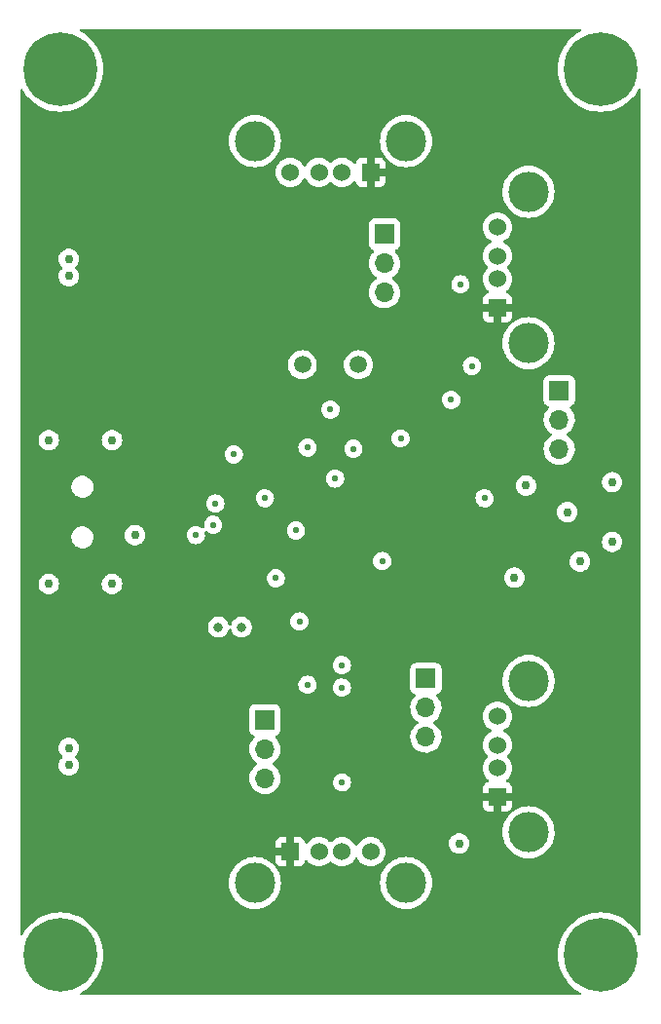
<source format=gbl>
%TF.GenerationSoftware,KiCad,Pcbnew,(6.0.5)*%
%TF.CreationDate,2024-04-30T20:25:27+02:00*%
%TF.ProjectId,TUSB2046-FS-HUB,54555342-3230-4343-962d-46532d485542,rev?*%
%TF.SameCoordinates,Original*%
%TF.FileFunction,Copper,L4,Bot*%
%TF.FilePolarity,Positive*%
%FSLAX46Y46*%
G04 Gerber Fmt 4.6, Leading zero omitted, Abs format (unit mm)*
G04 Created by KiCad (PCBNEW (6.0.5)) date 2024-04-30 20:25:27*
%MOMM*%
%LPD*%
G01*
G04 APERTURE LIST*
%TA.AperFunction,ComponentPad*%
%ADD10R,1.524000X1.524000*%
%TD*%
%TA.AperFunction,ComponentPad*%
%ADD11C,1.524000*%
%TD*%
%TA.AperFunction,ComponentPad*%
%ADD12C,3.500000*%
%TD*%
%TA.AperFunction,ComponentPad*%
%ADD13C,6.400000*%
%TD*%
%TA.AperFunction,ComponentPad*%
%ADD14C,1.500000*%
%TD*%
%TA.AperFunction,ComponentPad*%
%ADD15R,1.700000X1.700000*%
%TD*%
%TA.AperFunction,ComponentPad*%
%ADD16O,1.700000X1.700000*%
%TD*%
%TA.AperFunction,ViaPad*%
%ADD17C,0.800000*%
%TD*%
%TA.AperFunction,ViaPad*%
%ADD18C,0.760000*%
%TD*%
%TA.AperFunction,ViaPad*%
%ADD19C,0.560000*%
%TD*%
G04 APERTURE END LIST*
D10*
%TO.P,J5,1,VBUS*%
%TO.N,+5V*%
X149000000Y-122022500D03*
D11*
%TO.P,J5,2,D-*%
%TO.N,Net-(J5-Pad2)*%
X151500000Y-122022500D03*
%TO.P,J5,3,D+*%
%TO.N,Net-(J5-Pad3)*%
X153500000Y-122022500D03*
%TO.P,J5,4,GND*%
%TO.N,GND*%
X156000000Y-122022500D03*
D12*
%TO.P,J5,5,Shield*%
X159070000Y-124732500D03*
X145930000Y-124732500D03*
%TD*%
D13*
%TO.P,H1,1,1*%
%TO.N,GND*%
X176000000Y-54000000D03*
%TD*%
%TO.P,H4,1,1*%
%TO.N,GND*%
X129000000Y-54000000D03*
%TD*%
%TO.P,H3,1,1*%
%TO.N,GND*%
X129000000Y-131000000D03*
%TD*%
D14*
%TO.P,Y1,1,1*%
%TO.N,/XTAL1*%
X150050000Y-79700000D03*
%TO.P,Y1,2,2*%
%TO.N,Net-(C13-Pad1)*%
X154930000Y-79700000D03*
%TD*%
D10*
%TO.P,J4,1,VBUS*%
%TO.N,+5V*%
X167022500Y-117250000D03*
D11*
%TO.P,J4,2,D-*%
%TO.N,Net-(J4-Pad2)*%
X167022500Y-114750000D03*
%TO.P,J4,3,D+*%
%TO.N,Net-(J4-Pad3)*%
X167022500Y-112750000D03*
%TO.P,J4,4,GND*%
%TO.N,GND*%
X167022500Y-110250000D03*
D12*
%TO.P,J4,5,Shield*%
X169732500Y-107180000D03*
X169732500Y-120320000D03*
%TD*%
D13*
%TO.P,H2,1,1*%
%TO.N,GND*%
X176000000Y-131000000D03*
%TD*%
D15*
%TO.P,J6,1,Pin_1*%
%TO.N,Net-(J6-Pad1)*%
X160800000Y-106975000D03*
D16*
%TO.P,J6,2,Pin_2*%
%TO.N,Net-(J6-Pad2)*%
X160800000Y-109515000D03*
%TO.P,J6,3,Pin_3*%
%TO.N,GND*%
X160800000Y-112055000D03*
%TD*%
D10*
%TO.P,J2,1,VBUS*%
%TO.N,+5V*%
X156000000Y-62977500D03*
D11*
%TO.P,J2,2,D-*%
%TO.N,Net-(J2-Pad2)*%
X153500000Y-62977500D03*
%TO.P,J2,3,D+*%
%TO.N,Net-(J2-Pad3)*%
X151500000Y-62977500D03*
%TO.P,J2,4,GND*%
%TO.N,GND*%
X149000000Y-62977500D03*
D12*
%TO.P,J2,5,Shield*%
X145930000Y-60267500D03*
X159070000Y-60267500D03*
%TD*%
D15*
%TO.P,J7,1,Pin_1*%
%TO.N,Net-(J7-Pad1)*%
X146800000Y-110560000D03*
D16*
%TO.P,J7,2,Pin_2*%
%TO.N,Net-(J7-Pad2)*%
X146800000Y-113100000D03*
%TO.P,J7,3,Pin_3*%
%TO.N,GND*%
X146800000Y-115640000D03*
%TD*%
D10*
%TO.P,J3,1,VBUS*%
%TO.N,+5V*%
X167022500Y-74750000D03*
D11*
%TO.P,J3,2,D-*%
%TO.N,Net-(J3-Pad2)*%
X167022500Y-72250000D03*
%TO.P,J3,3,D+*%
%TO.N,Net-(J3-Pad3)*%
X167022500Y-70250000D03*
%TO.P,J3,4,GND*%
%TO.N,GND*%
X167022500Y-67750000D03*
D12*
%TO.P,J3,5,Shield*%
X169732500Y-77820000D03*
X169732500Y-64680000D03*
%TD*%
D15*
%TO.P,J9,1,Pin_1*%
%TO.N,Net-(J9-Pad1)*%
X172400000Y-81960000D03*
D16*
%TO.P,J9,2,Pin_2*%
%TO.N,Net-(J9-Pad2)*%
X172400000Y-84500000D03*
%TO.P,J9,3,Pin_3*%
%TO.N,GND*%
X172400000Y-87040000D03*
%TD*%
D15*
%TO.P,J8,1,Pin_1*%
%TO.N,Net-(J8-Pad1)*%
X157200000Y-68360000D03*
D16*
%TO.P,J8,2,Pin_2*%
%TO.N,Net-(J8-Pad2)*%
X157200000Y-70900000D03*
%TO.P,J8,3,Pin_3*%
%TO.N,GND*%
X157200000Y-73440000D03*
%TD*%
D17*
%TO.N,+3V3*%
X144750000Y-102500000D03*
%TO.N,GND*%
X142750000Y-102500000D03*
D18*
X129750000Y-114500000D03*
X174200000Y-96800000D03*
D19*
X163800000Y-72700000D03*
D18*
X135500000Y-94500000D03*
D19*
X142300000Y-93600000D03*
X147750000Y-98250000D03*
X157000000Y-96750000D03*
X149500000Y-94100000D03*
D18*
X129750000Y-113000000D03*
X133500000Y-86250000D03*
X163700000Y-121300000D03*
D19*
X153500000Y-116000000D03*
X153500000Y-107750000D03*
X152500000Y-83600000D03*
X163000000Y-82750000D03*
D18*
X169500000Y-90200000D03*
X128000000Y-98750000D03*
X129750000Y-70500000D03*
D19*
X150500000Y-107500000D03*
D18*
X128000000Y-86250000D03*
X168500000Y-98200000D03*
D19*
X158600000Y-86100000D03*
X142500000Y-91750000D03*
X152900000Y-89600000D03*
X150500000Y-86900000D03*
D18*
X133500000Y-98750000D03*
X129750000Y-72000000D03*
D19*
X164800000Y-79800000D03*
D18*
%TO.N,+5V*%
X164200000Y-64700000D03*
X140250000Y-72000000D03*
X140250000Y-114500000D03*
X171300000Y-96600000D03*
X135000000Y-90000000D03*
X145800000Y-65900000D03*
X140250000Y-113000000D03*
X140250000Y-70500000D03*
D19*
%TO.N,+3V3*%
X146800000Y-91300000D03*
D18*
X177000000Y-95100000D03*
X173100000Y-92500000D03*
D19*
X153500000Y-105800000D03*
X165900000Y-91300000D03*
X144100000Y-87500000D03*
X149800000Y-102000000D03*
X140800000Y-94500000D03*
X154500000Y-87000000D03*
D18*
X177000000Y-89900000D03*
%TD*%
%TA.AperFunction,Conductor*%
%TO.N,+5V*%
G36*
X174227076Y-50528502D02*
G01*
X174273569Y-50582158D01*
X174283673Y-50652432D01*
X174254179Y-50717012D01*
X174216158Y-50746767D01*
X174146147Y-50782439D01*
X174146140Y-50782443D01*
X174143206Y-50783938D01*
X173817207Y-50995643D01*
X173515124Y-51240266D01*
X173240266Y-51515124D01*
X172995643Y-51817207D01*
X172783938Y-52143206D01*
X172782443Y-52146140D01*
X172782439Y-52146147D01*
X172608966Y-52486607D01*
X172607468Y-52489547D01*
X172468167Y-52852438D01*
X172367562Y-53227901D01*
X172306754Y-53611824D01*
X172286411Y-54000000D01*
X172306754Y-54388176D01*
X172367562Y-54772099D01*
X172468167Y-55147562D01*
X172607468Y-55510453D01*
X172608966Y-55513393D01*
X172720468Y-55732227D01*
X172783938Y-55856794D01*
X172995643Y-56182793D01*
X173240266Y-56484876D01*
X173515124Y-56759734D01*
X173817207Y-57004357D01*
X174143205Y-57216062D01*
X174146139Y-57217557D01*
X174146146Y-57217561D01*
X174486607Y-57391034D01*
X174489547Y-57392532D01*
X174852438Y-57531833D01*
X175227901Y-57632438D01*
X175431793Y-57664732D01*
X175608576Y-57692732D01*
X175608584Y-57692733D01*
X175611824Y-57693246D01*
X176000000Y-57713589D01*
X176388176Y-57693246D01*
X176391416Y-57692733D01*
X176391424Y-57692732D01*
X176568207Y-57664732D01*
X176772099Y-57632438D01*
X177147562Y-57531833D01*
X177510453Y-57392532D01*
X177513393Y-57391034D01*
X177853854Y-57217561D01*
X177853861Y-57217557D01*
X177856795Y-57216062D01*
X178182793Y-57004357D01*
X178484876Y-56759734D01*
X178759734Y-56484876D01*
X179004357Y-56182793D01*
X179216062Y-55856794D01*
X179253233Y-55783842D01*
X179301981Y-55732227D01*
X179370896Y-55715161D01*
X179438098Y-55738062D01*
X179482250Y-55793659D01*
X179491500Y-55841045D01*
X179491500Y-129158955D01*
X179471498Y-129227076D01*
X179417842Y-129273569D01*
X179347568Y-129283673D01*
X179282988Y-129254179D01*
X179253233Y-129216158D01*
X179217561Y-129146147D01*
X179217557Y-129146140D01*
X179216062Y-129143206D01*
X179004357Y-128817207D01*
X178759734Y-128515124D01*
X178484876Y-128240266D01*
X178182793Y-127995643D01*
X177856795Y-127783938D01*
X177853861Y-127782443D01*
X177853854Y-127782439D01*
X177513393Y-127608966D01*
X177510453Y-127607468D01*
X177147562Y-127468167D01*
X176772099Y-127367562D01*
X176568207Y-127335268D01*
X176391424Y-127307268D01*
X176391416Y-127307267D01*
X176388176Y-127306754D01*
X176000000Y-127286411D01*
X175611824Y-127306754D01*
X175608584Y-127307267D01*
X175608576Y-127307268D01*
X175431793Y-127335268D01*
X175227901Y-127367562D01*
X174852438Y-127468167D01*
X174489547Y-127607468D01*
X174486607Y-127608966D01*
X174146147Y-127782439D01*
X174146140Y-127782443D01*
X174143206Y-127783938D01*
X173817207Y-127995643D01*
X173515124Y-128240266D01*
X173240266Y-128515124D01*
X172995643Y-128817207D01*
X172783938Y-129143206D01*
X172782443Y-129146140D01*
X172782439Y-129146147D01*
X172712366Y-129283673D01*
X172607468Y-129489547D01*
X172468167Y-129852438D01*
X172367562Y-130227901D01*
X172306754Y-130611824D01*
X172286411Y-131000000D01*
X172306754Y-131388176D01*
X172367562Y-131772099D01*
X172468167Y-132147562D01*
X172607468Y-132510453D01*
X172608966Y-132513393D01*
X172624290Y-132543467D01*
X172783938Y-132856794D01*
X172995643Y-133182793D01*
X173240266Y-133484876D01*
X173515124Y-133759734D01*
X173817207Y-134004357D01*
X174143205Y-134216062D01*
X174146139Y-134217557D01*
X174146146Y-134217561D01*
X174216157Y-134253233D01*
X174267772Y-134301981D01*
X174284838Y-134370896D01*
X174261937Y-134438098D01*
X174206340Y-134482250D01*
X174158954Y-134491500D01*
X130841046Y-134491500D01*
X130772925Y-134471498D01*
X130726432Y-134417842D01*
X130716328Y-134347568D01*
X130745822Y-134282988D01*
X130783843Y-134253233D01*
X130853854Y-134217561D01*
X130853861Y-134217557D01*
X130856795Y-134216062D01*
X131182793Y-134004357D01*
X131484876Y-133759734D01*
X131759734Y-133484876D01*
X132004357Y-133182793D01*
X132216062Y-132856794D01*
X132375711Y-132543467D01*
X132391034Y-132513393D01*
X132392532Y-132510453D01*
X132531833Y-132147562D01*
X132632438Y-131772099D01*
X132693246Y-131388176D01*
X132713589Y-131000000D01*
X132693246Y-130611824D01*
X132632438Y-130227901D01*
X132531833Y-129852438D01*
X132392532Y-129489547D01*
X132287634Y-129283673D01*
X132217561Y-129146147D01*
X132217557Y-129146140D01*
X132216062Y-129143206D01*
X132004357Y-128817207D01*
X131759734Y-128515124D01*
X131484876Y-128240266D01*
X131182793Y-127995643D01*
X130856795Y-127783938D01*
X130853861Y-127782443D01*
X130853854Y-127782439D01*
X130513393Y-127608966D01*
X130510453Y-127607468D01*
X130147562Y-127468167D01*
X129772099Y-127367562D01*
X129568207Y-127335268D01*
X129391424Y-127307268D01*
X129391416Y-127307267D01*
X129388176Y-127306754D01*
X129000000Y-127286411D01*
X128611824Y-127306754D01*
X128608584Y-127307267D01*
X128608576Y-127307268D01*
X128431793Y-127335268D01*
X128227901Y-127367562D01*
X127852438Y-127468167D01*
X127489547Y-127607468D01*
X127486607Y-127608966D01*
X127146147Y-127782439D01*
X127146140Y-127782443D01*
X127143206Y-127783938D01*
X126817207Y-127995643D01*
X126515124Y-128240266D01*
X126240266Y-128515124D01*
X125995643Y-128817207D01*
X125783938Y-129143206D01*
X125782443Y-129146140D01*
X125782439Y-129146147D01*
X125746767Y-129216158D01*
X125698019Y-129267773D01*
X125629104Y-129284839D01*
X125561902Y-129261938D01*
X125517750Y-129206341D01*
X125508500Y-129158955D01*
X125508500Y-124732500D01*
X143666654Y-124732500D01*
X143686017Y-125027926D01*
X143743776Y-125318297D01*
X143838941Y-125598645D01*
X143969885Y-125864173D01*
X144134367Y-126110338D01*
X144137081Y-126113432D01*
X144137085Y-126113438D01*
X144326864Y-126329838D01*
X144329573Y-126332927D01*
X144332662Y-126335636D01*
X144549062Y-126525415D01*
X144549068Y-126525419D01*
X144552162Y-126528133D01*
X144555588Y-126530422D01*
X144555593Y-126530426D01*
X144739405Y-126653244D01*
X144798327Y-126692615D01*
X144802026Y-126694439D01*
X144802031Y-126694442D01*
X144938313Y-126761648D01*
X145063855Y-126823559D01*
X145067760Y-126824884D01*
X145067761Y-126824885D01*
X145340290Y-126917396D01*
X145340294Y-126917397D01*
X145344203Y-126918724D01*
X145348247Y-126919528D01*
X145348253Y-126919530D01*
X145630535Y-126975680D01*
X145630541Y-126975681D01*
X145634574Y-126976483D01*
X145638679Y-126976752D01*
X145638686Y-126976753D01*
X145925881Y-126995576D01*
X145930000Y-126995846D01*
X145934119Y-126995576D01*
X146221314Y-126976753D01*
X146221321Y-126976752D01*
X146225426Y-126976483D01*
X146229459Y-126975681D01*
X146229465Y-126975680D01*
X146511747Y-126919530D01*
X146511753Y-126919528D01*
X146515797Y-126918724D01*
X146519706Y-126917397D01*
X146519710Y-126917396D01*
X146792239Y-126824885D01*
X146792240Y-126824884D01*
X146796145Y-126823559D01*
X146921687Y-126761648D01*
X147057969Y-126694442D01*
X147057974Y-126694439D01*
X147061673Y-126692615D01*
X147120595Y-126653244D01*
X147304407Y-126530426D01*
X147304412Y-126530422D01*
X147307838Y-126528133D01*
X147310932Y-126525419D01*
X147310938Y-126525415D01*
X147527338Y-126335636D01*
X147530427Y-126332927D01*
X147533136Y-126329838D01*
X147722915Y-126113438D01*
X147722919Y-126113432D01*
X147725633Y-126110338D01*
X147890115Y-125864173D01*
X148021059Y-125598645D01*
X148116224Y-125318297D01*
X148173983Y-125027926D01*
X148193346Y-124732500D01*
X156806654Y-124732500D01*
X156826017Y-125027926D01*
X156883776Y-125318297D01*
X156978941Y-125598645D01*
X157109885Y-125864173D01*
X157274367Y-126110338D01*
X157277081Y-126113432D01*
X157277085Y-126113438D01*
X157466864Y-126329838D01*
X157469573Y-126332927D01*
X157472662Y-126335636D01*
X157689062Y-126525415D01*
X157689068Y-126525419D01*
X157692162Y-126528133D01*
X157695588Y-126530422D01*
X157695593Y-126530426D01*
X157879405Y-126653244D01*
X157938327Y-126692615D01*
X157942026Y-126694439D01*
X157942031Y-126694442D01*
X158078313Y-126761648D01*
X158203855Y-126823559D01*
X158207760Y-126824884D01*
X158207761Y-126824885D01*
X158480290Y-126917396D01*
X158480294Y-126917397D01*
X158484203Y-126918724D01*
X158488247Y-126919528D01*
X158488253Y-126919530D01*
X158770535Y-126975680D01*
X158770541Y-126975681D01*
X158774574Y-126976483D01*
X158778679Y-126976752D01*
X158778686Y-126976753D01*
X159065881Y-126995576D01*
X159070000Y-126995846D01*
X159074119Y-126995576D01*
X159361314Y-126976753D01*
X159361321Y-126976752D01*
X159365426Y-126976483D01*
X159369459Y-126975681D01*
X159369465Y-126975680D01*
X159651747Y-126919530D01*
X159651753Y-126919528D01*
X159655797Y-126918724D01*
X159659706Y-126917397D01*
X159659710Y-126917396D01*
X159932239Y-126824885D01*
X159932240Y-126824884D01*
X159936145Y-126823559D01*
X160061687Y-126761648D01*
X160197969Y-126694442D01*
X160197974Y-126694439D01*
X160201673Y-126692615D01*
X160260595Y-126653244D01*
X160444407Y-126530426D01*
X160444412Y-126530422D01*
X160447838Y-126528133D01*
X160450932Y-126525419D01*
X160450938Y-126525415D01*
X160667338Y-126335636D01*
X160670427Y-126332927D01*
X160673136Y-126329838D01*
X160862915Y-126113438D01*
X160862919Y-126113432D01*
X160865633Y-126110338D01*
X161030115Y-125864173D01*
X161161059Y-125598645D01*
X161256224Y-125318297D01*
X161313983Y-125027926D01*
X161333346Y-124732500D01*
X161313983Y-124437074D01*
X161256224Y-124146703D01*
X161161059Y-123866355D01*
X161030115Y-123600827D01*
X160865633Y-123354662D01*
X160862919Y-123351568D01*
X160862915Y-123351562D01*
X160673136Y-123135162D01*
X160670427Y-123132073D01*
X160519231Y-122999477D01*
X160450938Y-122939585D01*
X160450932Y-122939581D01*
X160447838Y-122936867D01*
X160444412Y-122934578D01*
X160444407Y-122934574D01*
X160205106Y-122774679D01*
X160201673Y-122772385D01*
X160197974Y-122770561D01*
X160197969Y-122770558D01*
X159983279Y-122664685D01*
X159936145Y-122641441D01*
X159932239Y-122640115D01*
X159659710Y-122547604D01*
X159659706Y-122547603D01*
X159655797Y-122546276D01*
X159651753Y-122545472D01*
X159651747Y-122545470D01*
X159369465Y-122489320D01*
X159369459Y-122489319D01*
X159365426Y-122488517D01*
X159361321Y-122488248D01*
X159361314Y-122488247D01*
X159074119Y-122469424D01*
X159070000Y-122469154D01*
X159065881Y-122469424D01*
X158778686Y-122488247D01*
X158778679Y-122488248D01*
X158774574Y-122488517D01*
X158770541Y-122489319D01*
X158770535Y-122489320D01*
X158488253Y-122545470D01*
X158488247Y-122545472D01*
X158484203Y-122546276D01*
X158480294Y-122547603D01*
X158480290Y-122547604D01*
X158207761Y-122640115D01*
X158203855Y-122641441D01*
X158156721Y-122664685D01*
X157942031Y-122770558D01*
X157942026Y-122770561D01*
X157938327Y-122772385D01*
X157934894Y-122774679D01*
X157695593Y-122934574D01*
X157695588Y-122934578D01*
X157692162Y-122936867D01*
X157689068Y-122939581D01*
X157689062Y-122939585D01*
X157620769Y-122999477D01*
X157469573Y-123132073D01*
X157466864Y-123135162D01*
X157277085Y-123351562D01*
X157277081Y-123351568D01*
X157274367Y-123354662D01*
X157109885Y-123600827D01*
X156978941Y-123866355D01*
X156883776Y-124146703D01*
X156826017Y-124437074D01*
X156806654Y-124732500D01*
X148193346Y-124732500D01*
X148173983Y-124437074D01*
X148116224Y-124146703D01*
X148021059Y-123866355D01*
X147890115Y-123600827D01*
X147725633Y-123354662D01*
X147722919Y-123351568D01*
X147722915Y-123351562D01*
X147705829Y-123332080D01*
X147691723Y-123301674D01*
X147678479Y-123296742D01*
X147659200Y-123278910D01*
X147533136Y-123135162D01*
X147530427Y-123132073D01*
X147379231Y-122999477D01*
X147310938Y-122939585D01*
X147310932Y-122939581D01*
X147307838Y-122936867D01*
X147304412Y-122934578D01*
X147304407Y-122934574D01*
X147146656Y-122829169D01*
X147730001Y-122829169D01*
X147730371Y-122835990D01*
X147735895Y-122886852D01*
X147739521Y-122902104D01*
X147784676Y-123022554D01*
X147793214Y-123038149D01*
X147854758Y-123120267D01*
X147862507Y-123141008D01*
X147868050Y-123142600D01*
X147876126Y-123148176D01*
X147984351Y-123229286D01*
X147999946Y-123237824D01*
X148120394Y-123282978D01*
X148135649Y-123286605D01*
X148186514Y-123292131D01*
X148193328Y-123292500D01*
X148656885Y-123292500D01*
X148672124Y-123288025D01*
X148673329Y-123286635D01*
X148675000Y-123278952D01*
X148675000Y-123274384D01*
X149325000Y-123274384D01*
X149329475Y-123289623D01*
X149330865Y-123290828D01*
X149338548Y-123292499D01*
X149806669Y-123292499D01*
X149813490Y-123292129D01*
X149864352Y-123286605D01*
X149879604Y-123282979D01*
X150000054Y-123237824D01*
X150015649Y-123229286D01*
X150117724Y-123152785D01*
X150130285Y-123140224D01*
X150206786Y-123038149D01*
X150215324Y-123022554D01*
X150260478Y-122902106D01*
X150264105Y-122886851D01*
X150266869Y-122861414D01*
X150294112Y-122795852D01*
X150352475Y-122755426D01*
X150423429Y-122752972D01*
X150484447Y-122789268D01*
X150495340Y-122802746D01*
X150523023Y-122842281D01*
X150680219Y-122999477D01*
X150684727Y-123002634D01*
X150684730Y-123002636D01*
X150713176Y-123022554D01*
X150862323Y-123126988D01*
X150867305Y-123129311D01*
X150867310Y-123129314D01*
X151058822Y-123218617D01*
X151063804Y-123220940D01*
X151069112Y-123222362D01*
X151069114Y-123222363D01*
X151094951Y-123229286D01*
X151278537Y-123278478D01*
X151500000Y-123297853D01*
X151721463Y-123278478D01*
X151905049Y-123229286D01*
X151930886Y-123222363D01*
X151930888Y-123222362D01*
X151936196Y-123220940D01*
X151941178Y-123218617D01*
X152132690Y-123129314D01*
X152132695Y-123129311D01*
X152137677Y-123126988D01*
X152286824Y-123022554D01*
X152315270Y-123002636D01*
X152315273Y-123002634D01*
X152319781Y-122999477D01*
X152410905Y-122908353D01*
X152473217Y-122874327D01*
X152544032Y-122879392D01*
X152589095Y-122908353D01*
X152680219Y-122999477D01*
X152684727Y-123002634D01*
X152684730Y-123002636D01*
X152713176Y-123022554D01*
X152862323Y-123126988D01*
X152867305Y-123129311D01*
X152867310Y-123129314D01*
X153058822Y-123218617D01*
X153063804Y-123220940D01*
X153069112Y-123222362D01*
X153069114Y-123222363D01*
X153094951Y-123229286D01*
X153278537Y-123278478D01*
X153500000Y-123297853D01*
X153721463Y-123278478D01*
X153905049Y-123229286D01*
X153930886Y-123222363D01*
X153930888Y-123222362D01*
X153936196Y-123220940D01*
X153941178Y-123218617D01*
X154132690Y-123129314D01*
X154132695Y-123129311D01*
X154137677Y-123126988D01*
X154286824Y-123022554D01*
X154315270Y-123002636D01*
X154315273Y-123002634D01*
X154319781Y-122999477D01*
X154476977Y-122842281D01*
X154524313Y-122774679D01*
X154601331Y-122664685D01*
X154601332Y-122664683D01*
X154604488Y-122660176D01*
X154606811Y-122655194D01*
X154606814Y-122655189D01*
X154635805Y-122593017D01*
X154682723Y-122539732D01*
X154751000Y-122520271D01*
X154818960Y-122540813D01*
X154864195Y-122593017D01*
X154893186Y-122655189D01*
X154893189Y-122655194D01*
X154895512Y-122660176D01*
X154898668Y-122664683D01*
X154898669Y-122664685D01*
X154975688Y-122774679D01*
X155023023Y-122842281D01*
X155180219Y-122999477D01*
X155184727Y-123002634D01*
X155184730Y-123002636D01*
X155213176Y-123022554D01*
X155362323Y-123126988D01*
X155367305Y-123129311D01*
X155367310Y-123129314D01*
X155558822Y-123218617D01*
X155563804Y-123220940D01*
X155569112Y-123222362D01*
X155569114Y-123222363D01*
X155594951Y-123229286D01*
X155778537Y-123278478D01*
X156000000Y-123297853D01*
X156221463Y-123278478D01*
X156405049Y-123229286D01*
X156430886Y-123222363D01*
X156430888Y-123222362D01*
X156436196Y-123220940D01*
X156441178Y-123218617D01*
X156632690Y-123129314D01*
X156632695Y-123129311D01*
X156637677Y-123126988D01*
X156786824Y-123022554D01*
X156815270Y-123002636D01*
X156815273Y-123002634D01*
X156819781Y-122999477D01*
X156976977Y-122842281D01*
X157024313Y-122774679D01*
X157101331Y-122664685D01*
X157101332Y-122664683D01*
X157104488Y-122660176D01*
X157106811Y-122655194D01*
X157106814Y-122655189D01*
X157196117Y-122463678D01*
X157196118Y-122463677D01*
X157198440Y-122458696D01*
X157255978Y-122243963D01*
X157275353Y-122022500D01*
X157255978Y-121801037D01*
X157198440Y-121586304D01*
X157160148Y-121504187D01*
X157106814Y-121389811D01*
X157106811Y-121389806D01*
X157104488Y-121384824D01*
X157045094Y-121300000D01*
X162806606Y-121300000D01*
X162807296Y-121306565D01*
X162815048Y-121380315D01*
X162826129Y-121485747D01*
X162828169Y-121492025D01*
X162828169Y-121492026D01*
X162832472Y-121505268D01*
X162883844Y-121663376D01*
X162887147Y-121669098D01*
X162887148Y-121669099D01*
X162905530Y-121700938D01*
X162977229Y-121825124D01*
X162981647Y-121830031D01*
X162981648Y-121830032D01*
X163063041Y-121920427D01*
X163102203Y-121963921D01*
X163253303Y-122073702D01*
X163259331Y-122076386D01*
X163259333Y-122076387D01*
X163352632Y-122117926D01*
X163423926Y-122149668D01*
X163515270Y-122169084D01*
X163600158Y-122187128D01*
X163600163Y-122187128D01*
X163606615Y-122188500D01*
X163793385Y-122188500D01*
X163799837Y-122187128D01*
X163799842Y-122187128D01*
X163884730Y-122169084D01*
X163976074Y-122149668D01*
X164047368Y-122117926D01*
X164140667Y-122076387D01*
X164140669Y-122076386D01*
X164146697Y-122073702D01*
X164297797Y-121963921D01*
X164336960Y-121920427D01*
X164418352Y-121830032D01*
X164418353Y-121830031D01*
X164422771Y-121825124D01*
X164494470Y-121700938D01*
X164512852Y-121669099D01*
X164512853Y-121669098D01*
X164516156Y-121663376D01*
X164567528Y-121505268D01*
X164571831Y-121492026D01*
X164571831Y-121492025D01*
X164573871Y-121485747D01*
X164584953Y-121380315D01*
X164592704Y-121306565D01*
X164593394Y-121300000D01*
X164573871Y-121114253D01*
X164516156Y-120936624D01*
X164505411Y-120918012D01*
X164426074Y-120780597D01*
X164422771Y-120774876D01*
X164411196Y-120762021D01*
X164302212Y-120640982D01*
X164302210Y-120640981D01*
X164297797Y-120636079D01*
X164146697Y-120526298D01*
X164140669Y-120523614D01*
X164140667Y-120523613D01*
X163982105Y-120453017D01*
X163982104Y-120453017D01*
X163976074Y-120450332D01*
X163884729Y-120430916D01*
X163799842Y-120412872D01*
X163799837Y-120412872D01*
X163793385Y-120411500D01*
X163606615Y-120411500D01*
X163600163Y-120412872D01*
X163600158Y-120412872D01*
X163515271Y-120430916D01*
X163423926Y-120450332D01*
X163417896Y-120453017D01*
X163417895Y-120453017D01*
X163259333Y-120523613D01*
X163259331Y-120523614D01*
X163253303Y-120526298D01*
X163102203Y-120636079D01*
X163097790Y-120640981D01*
X163097788Y-120640982D01*
X162988804Y-120762021D01*
X162977229Y-120774876D01*
X162973926Y-120780597D01*
X162894590Y-120918012D01*
X162883844Y-120936624D01*
X162826129Y-121114253D01*
X162806606Y-121300000D01*
X157045094Y-121300000D01*
X157018385Y-121261856D01*
X156980136Y-121207230D01*
X156980134Y-121207227D01*
X156976977Y-121202719D01*
X156819781Y-121045523D01*
X156815273Y-121042366D01*
X156815270Y-121042364D01*
X156673233Y-120942909D01*
X156637677Y-120918012D01*
X156632695Y-120915689D01*
X156632690Y-120915686D01*
X156441178Y-120826383D01*
X156441177Y-120826382D01*
X156436196Y-120824060D01*
X156430888Y-120822638D01*
X156430886Y-120822637D01*
X156365051Y-120804997D01*
X156221463Y-120766522D01*
X156000000Y-120747147D01*
X155778537Y-120766522D01*
X155634949Y-120804997D01*
X155569114Y-120822637D01*
X155569112Y-120822638D01*
X155563804Y-120824060D01*
X155558823Y-120826382D01*
X155558822Y-120826383D01*
X155367311Y-120915686D01*
X155367306Y-120915689D01*
X155362324Y-120918012D01*
X155357817Y-120921168D01*
X155357815Y-120921169D01*
X155184730Y-121042364D01*
X155184727Y-121042366D01*
X155180219Y-121045523D01*
X155023023Y-121202719D01*
X155019866Y-121207227D01*
X155019864Y-121207230D01*
X154981615Y-121261856D01*
X154895512Y-121384824D01*
X154893189Y-121389806D01*
X154893186Y-121389811D01*
X154864195Y-121451983D01*
X154817277Y-121505268D01*
X154749000Y-121524729D01*
X154681040Y-121504187D01*
X154635805Y-121451983D01*
X154606814Y-121389811D01*
X154606811Y-121389806D01*
X154604488Y-121384824D01*
X154518385Y-121261856D01*
X154480136Y-121207230D01*
X154480134Y-121207227D01*
X154476977Y-121202719D01*
X154319781Y-121045523D01*
X154315273Y-121042366D01*
X154315270Y-121042364D01*
X154173233Y-120942909D01*
X154137677Y-120918012D01*
X154132695Y-120915689D01*
X154132690Y-120915686D01*
X153941178Y-120826383D01*
X153941177Y-120826382D01*
X153936196Y-120824060D01*
X153930888Y-120822638D01*
X153930886Y-120822637D01*
X153865051Y-120804997D01*
X153721463Y-120766522D01*
X153500000Y-120747147D01*
X153278537Y-120766522D01*
X153134949Y-120804997D01*
X153069114Y-120822637D01*
X153069112Y-120822638D01*
X153063804Y-120824060D01*
X153058823Y-120826382D01*
X153058822Y-120826383D01*
X152867311Y-120915686D01*
X152867306Y-120915689D01*
X152862324Y-120918012D01*
X152857817Y-120921168D01*
X152857815Y-120921169D01*
X152684730Y-121042364D01*
X152684727Y-121042366D01*
X152680219Y-121045523D01*
X152589095Y-121136647D01*
X152526783Y-121170673D01*
X152455968Y-121165608D01*
X152410905Y-121136647D01*
X152319781Y-121045523D01*
X152315273Y-121042366D01*
X152315270Y-121042364D01*
X152173233Y-120942909D01*
X152137677Y-120918012D01*
X152132695Y-120915689D01*
X152132690Y-120915686D01*
X151941178Y-120826383D01*
X151941177Y-120826382D01*
X151936196Y-120824060D01*
X151930888Y-120822638D01*
X151930886Y-120822637D01*
X151865051Y-120804997D01*
X151721463Y-120766522D01*
X151500000Y-120747147D01*
X151278537Y-120766522D01*
X151134949Y-120804997D01*
X151069114Y-120822637D01*
X151069112Y-120822638D01*
X151063804Y-120824060D01*
X151058823Y-120826382D01*
X151058822Y-120826383D01*
X150867311Y-120915686D01*
X150867306Y-120915689D01*
X150862324Y-120918012D01*
X150857817Y-120921168D01*
X150857815Y-120921169D01*
X150684730Y-121042364D01*
X150684727Y-121042366D01*
X150680219Y-121045523D01*
X150523023Y-121202719D01*
X150519865Y-121207229D01*
X150519860Y-121207235D01*
X150495344Y-121242248D01*
X150439887Y-121286577D01*
X150369268Y-121293886D01*
X150305908Y-121261856D01*
X150269922Y-121200655D01*
X150266868Y-121183584D01*
X150264105Y-121158148D01*
X150260479Y-121142896D01*
X150215324Y-121022446D01*
X150206786Y-121006851D01*
X150130285Y-120904776D01*
X150117724Y-120892215D01*
X150015649Y-120815714D01*
X150000054Y-120807176D01*
X149879606Y-120762022D01*
X149864351Y-120758395D01*
X149813486Y-120752869D01*
X149806672Y-120752500D01*
X149343115Y-120752500D01*
X149327876Y-120756975D01*
X149326671Y-120758365D01*
X149325000Y-120766048D01*
X149325000Y-123274384D01*
X148675000Y-123274384D01*
X148675000Y-122365615D01*
X148670525Y-122350376D01*
X148669135Y-122349171D01*
X148661452Y-122347500D01*
X147748116Y-122347500D01*
X147732877Y-122351975D01*
X147731672Y-122353365D01*
X147730001Y-122361048D01*
X147730001Y-122829169D01*
X147146656Y-122829169D01*
X147065106Y-122774679D01*
X147061673Y-122772385D01*
X147057974Y-122770561D01*
X147057969Y-122770558D01*
X146843279Y-122664685D01*
X146796145Y-122641441D01*
X146792239Y-122640115D01*
X146519710Y-122547604D01*
X146519706Y-122547603D01*
X146515797Y-122546276D01*
X146511753Y-122545472D01*
X146511747Y-122545470D01*
X146229465Y-122489320D01*
X146229459Y-122489319D01*
X146225426Y-122488517D01*
X146221321Y-122488248D01*
X146221314Y-122488247D01*
X145934119Y-122469424D01*
X145930000Y-122469154D01*
X145925881Y-122469424D01*
X145638686Y-122488247D01*
X145638679Y-122488248D01*
X145634574Y-122488517D01*
X145630541Y-122489319D01*
X145630535Y-122489320D01*
X145348253Y-122545470D01*
X145348247Y-122545472D01*
X145344203Y-122546276D01*
X145340294Y-122547603D01*
X145340290Y-122547604D01*
X145067761Y-122640115D01*
X145063855Y-122641441D01*
X145016721Y-122664685D01*
X144802031Y-122770558D01*
X144802026Y-122770561D01*
X144798327Y-122772385D01*
X144794894Y-122774679D01*
X144555593Y-122934574D01*
X144555588Y-122934578D01*
X144552162Y-122936867D01*
X144549068Y-122939581D01*
X144549062Y-122939585D01*
X144480769Y-122999477D01*
X144329573Y-123132073D01*
X144326864Y-123135162D01*
X144137085Y-123351562D01*
X144137081Y-123351568D01*
X144134367Y-123354662D01*
X143969885Y-123600827D01*
X143838941Y-123866355D01*
X143743776Y-124146703D01*
X143686017Y-124437074D01*
X143666654Y-124732500D01*
X125508500Y-124732500D01*
X125508500Y-121679385D01*
X147730000Y-121679385D01*
X147734475Y-121694624D01*
X147735865Y-121695829D01*
X147743548Y-121697500D01*
X148656885Y-121697500D01*
X148672124Y-121693025D01*
X148673329Y-121691635D01*
X148675000Y-121683952D01*
X148675000Y-120770616D01*
X148670525Y-120755377D01*
X148669135Y-120754172D01*
X148661452Y-120752501D01*
X148193331Y-120752501D01*
X148186510Y-120752871D01*
X148135648Y-120758395D01*
X148120396Y-120762021D01*
X147999946Y-120807176D01*
X147984351Y-120815714D01*
X147882276Y-120892215D01*
X147869715Y-120904776D01*
X147793214Y-121006851D01*
X147784676Y-121022446D01*
X147739522Y-121142894D01*
X147735895Y-121158149D01*
X147730369Y-121209014D01*
X147730000Y-121215828D01*
X147730000Y-121679385D01*
X125508500Y-121679385D01*
X125508500Y-120320000D01*
X167469154Y-120320000D01*
X167469424Y-120324119D01*
X167482930Y-120530179D01*
X167488517Y-120615426D01*
X167489319Y-120619459D01*
X167489320Y-120619465D01*
X167528357Y-120815714D01*
X167546276Y-120905797D01*
X167547603Y-120909706D01*
X167547604Y-120909710D01*
X167617037Y-121114253D01*
X167641441Y-121186145D01*
X167652719Y-121209014D01*
X167739419Y-121384824D01*
X167772385Y-121451673D01*
X167799348Y-121492026D01*
X167927589Y-121683952D01*
X167936867Y-121697838D01*
X167939581Y-121700932D01*
X167939585Y-121700938D01*
X168007805Y-121778727D01*
X168132073Y-121920427D01*
X168135162Y-121923136D01*
X168351562Y-122112915D01*
X168351568Y-122112919D01*
X168354662Y-122115633D01*
X168358088Y-122117922D01*
X168358093Y-122117926D01*
X168405599Y-122149668D01*
X168600827Y-122280115D01*
X168604526Y-122281939D01*
X168604531Y-122281942D01*
X168737470Y-122347500D01*
X168866355Y-122411059D01*
X168870260Y-122412384D01*
X168870261Y-122412385D01*
X169142790Y-122504896D01*
X169142794Y-122504897D01*
X169146703Y-122506224D01*
X169150747Y-122507028D01*
X169150753Y-122507030D01*
X169433035Y-122563180D01*
X169433041Y-122563181D01*
X169437074Y-122563983D01*
X169441179Y-122564252D01*
X169441186Y-122564253D01*
X169728381Y-122583076D01*
X169732500Y-122583346D01*
X169736619Y-122583076D01*
X170023814Y-122564253D01*
X170023821Y-122564252D01*
X170027926Y-122563983D01*
X170031959Y-122563181D01*
X170031965Y-122563180D01*
X170314247Y-122507030D01*
X170314253Y-122507028D01*
X170318297Y-122506224D01*
X170322206Y-122504897D01*
X170322210Y-122504896D01*
X170594739Y-122412385D01*
X170594740Y-122412384D01*
X170598645Y-122411059D01*
X170727530Y-122347500D01*
X170860469Y-122281942D01*
X170860474Y-122281939D01*
X170864173Y-122280115D01*
X171059401Y-122149668D01*
X171106907Y-122117926D01*
X171106912Y-122117922D01*
X171110338Y-122115633D01*
X171113432Y-122112919D01*
X171113438Y-122112915D01*
X171329838Y-121923136D01*
X171332927Y-121920427D01*
X171457195Y-121778727D01*
X171525415Y-121700938D01*
X171525419Y-121700932D01*
X171528133Y-121697838D01*
X171537412Y-121683952D01*
X171665652Y-121492026D01*
X171692615Y-121451673D01*
X171725582Y-121384824D01*
X171812281Y-121209014D01*
X171823559Y-121186145D01*
X171847963Y-121114253D01*
X171917396Y-120909710D01*
X171917397Y-120909706D01*
X171918724Y-120905797D01*
X171936643Y-120815714D01*
X171975680Y-120619465D01*
X171975681Y-120619459D01*
X171976483Y-120615426D01*
X171982071Y-120530179D01*
X171995576Y-120324119D01*
X171995846Y-120320000D01*
X171976483Y-120024574D01*
X171918724Y-119734203D01*
X171823559Y-119453855D01*
X171692615Y-119188327D01*
X171528133Y-118942162D01*
X171525419Y-118939068D01*
X171525415Y-118939062D01*
X171335636Y-118722662D01*
X171332927Y-118719573D01*
X171329838Y-118716864D01*
X171113438Y-118527085D01*
X171113432Y-118527081D01*
X171110338Y-118524367D01*
X171106912Y-118522078D01*
X171106907Y-118522074D01*
X170867606Y-118362179D01*
X170864173Y-118359885D01*
X170860474Y-118358061D01*
X170860469Y-118358058D01*
X170673081Y-118265649D01*
X170598645Y-118228941D01*
X170594739Y-118227615D01*
X170322210Y-118135104D01*
X170322206Y-118135103D01*
X170318297Y-118133776D01*
X170314253Y-118132972D01*
X170314247Y-118132970D01*
X170031965Y-118076820D01*
X170031959Y-118076819D01*
X170027926Y-118076017D01*
X170023821Y-118075748D01*
X170023814Y-118075747D01*
X169736619Y-118056924D01*
X169732500Y-118056654D01*
X169728381Y-118056924D01*
X169441186Y-118075747D01*
X169441179Y-118075748D01*
X169437074Y-118076017D01*
X169433041Y-118076819D01*
X169433035Y-118076820D01*
X169150753Y-118132970D01*
X169150747Y-118132972D01*
X169146703Y-118133776D01*
X169142794Y-118135103D01*
X169142790Y-118135104D01*
X168870261Y-118227615D01*
X168866355Y-118228941D01*
X168791919Y-118265649D01*
X168604531Y-118358058D01*
X168604526Y-118358061D01*
X168600827Y-118359885D01*
X168597394Y-118362179D01*
X168358093Y-118522074D01*
X168358088Y-118522078D01*
X168354662Y-118524367D01*
X168351568Y-118527081D01*
X168351562Y-118527085D01*
X168332080Y-118544171D01*
X168301674Y-118558277D01*
X168296742Y-118571521D01*
X168278910Y-118590800D01*
X168132073Y-118719573D01*
X168129364Y-118722662D01*
X167939585Y-118939062D01*
X167939581Y-118939068D01*
X167936867Y-118942162D01*
X167772385Y-119188327D01*
X167641441Y-119453855D01*
X167546276Y-119734203D01*
X167488517Y-120024574D01*
X167469154Y-120320000D01*
X125508500Y-120320000D01*
X125508500Y-118056669D01*
X165752501Y-118056669D01*
X165752871Y-118063490D01*
X165758395Y-118114352D01*
X165762021Y-118129604D01*
X165807176Y-118250054D01*
X165815714Y-118265649D01*
X165892215Y-118367724D01*
X165904776Y-118380285D01*
X166006851Y-118456786D01*
X166022446Y-118465324D01*
X166142894Y-118510478D01*
X166158149Y-118514105D01*
X166209014Y-118519631D01*
X166215828Y-118520000D01*
X166679385Y-118520000D01*
X166694624Y-118515525D01*
X166695829Y-118514135D01*
X166697500Y-118506452D01*
X166697500Y-118501884D01*
X167347500Y-118501884D01*
X167351975Y-118517123D01*
X167353365Y-118518328D01*
X167361048Y-118519999D01*
X167829169Y-118519999D01*
X167835990Y-118519629D01*
X167886852Y-118514105D01*
X167902104Y-118510479D01*
X168022554Y-118465324D01*
X168038149Y-118456786D01*
X168120267Y-118395242D01*
X168141008Y-118387493D01*
X168142600Y-118381950D01*
X168148176Y-118373874D01*
X168229286Y-118265649D01*
X168237824Y-118250054D01*
X168282978Y-118129606D01*
X168286605Y-118114351D01*
X168292131Y-118063486D01*
X168292500Y-118056672D01*
X168292500Y-117593115D01*
X168288025Y-117577876D01*
X168286635Y-117576671D01*
X168278952Y-117575000D01*
X167365615Y-117575000D01*
X167350376Y-117579475D01*
X167349171Y-117580865D01*
X167347500Y-117588548D01*
X167347500Y-118501884D01*
X166697500Y-118501884D01*
X166697500Y-117593115D01*
X166693025Y-117577876D01*
X166691635Y-117576671D01*
X166683952Y-117575000D01*
X165770616Y-117575000D01*
X165755377Y-117579475D01*
X165754172Y-117580865D01*
X165752501Y-117588548D01*
X165752501Y-118056669D01*
X125508500Y-118056669D01*
X125508500Y-115606695D01*
X145437251Y-115606695D01*
X145437548Y-115611848D01*
X145437548Y-115611851D01*
X145448789Y-115806798D01*
X145450110Y-115829715D01*
X145451247Y-115834761D01*
X145451248Y-115834767D01*
X145461607Y-115880732D01*
X145499222Y-116047639D01*
X145583266Y-116254616D01*
X145699987Y-116445088D01*
X145846250Y-116613938D01*
X146018126Y-116756632D01*
X146211000Y-116869338D01*
X146419692Y-116949030D01*
X146424760Y-116950061D01*
X146424763Y-116950062D01*
X146532017Y-116971883D01*
X146638597Y-116993567D01*
X146643772Y-116993757D01*
X146643774Y-116993757D01*
X146856673Y-117001564D01*
X146856677Y-117001564D01*
X146861837Y-117001753D01*
X146866957Y-117001097D01*
X146866959Y-117001097D01*
X147078288Y-116974025D01*
X147078289Y-116974025D01*
X147083416Y-116973368D01*
X147088366Y-116971883D01*
X147292429Y-116910661D01*
X147292434Y-116910659D01*
X147297384Y-116909174D01*
X147497994Y-116810896D01*
X147679860Y-116681173D01*
X147838096Y-116523489D01*
X147847757Y-116510045D01*
X147965435Y-116346277D01*
X147968453Y-116342077D01*
X148039990Y-116197333D01*
X148065136Y-116146453D01*
X148065137Y-116146451D01*
X148067430Y-116141811D01*
X148113882Y-115988921D01*
X152706588Y-115988921D01*
X152723851Y-116164976D01*
X152779689Y-116332831D01*
X152783338Y-116338856D01*
X152850038Y-116448990D01*
X152871327Y-116484143D01*
X152876218Y-116489208D01*
X152876219Y-116489209D01*
X152950301Y-116565923D01*
X152994211Y-116611394D01*
X153142234Y-116708257D01*
X153308038Y-116769919D01*
X153315019Y-116770850D01*
X153315021Y-116770851D01*
X153363221Y-116777282D01*
X153483382Y-116793315D01*
X153490393Y-116792677D01*
X153490397Y-116792677D01*
X153652532Y-116777921D01*
X153659553Y-116777282D01*
X153666255Y-116775104D01*
X153666257Y-116775104D01*
X153821095Y-116724794D01*
X153821098Y-116724793D01*
X153827794Y-116722617D01*
X153833845Y-116719010D01*
X153973691Y-116635646D01*
X153973693Y-116635645D01*
X153979743Y-116632038D01*
X154107848Y-116510045D01*
X154205742Y-116362702D01*
X154248619Y-116249829D01*
X154266060Y-116203916D01*
X154266061Y-116203911D01*
X154268560Y-116197333D01*
X154277060Y-116136857D01*
X154292629Y-116026079D01*
X154292629Y-116026073D01*
X154293180Y-116022156D01*
X154293489Y-116000000D01*
X154273770Y-115824204D01*
X154215594Y-115657145D01*
X154121852Y-115507126D01*
X154059264Y-115444099D01*
X154002166Y-115386601D01*
X154002162Y-115386598D01*
X153997203Y-115381604D01*
X153986359Y-115374722D01*
X153853797Y-115290595D01*
X153853793Y-115290593D01*
X153847843Y-115286817D01*
X153800113Y-115269821D01*
X153687829Y-115229838D01*
X153687824Y-115229837D01*
X153681194Y-115227476D01*
X153674206Y-115226643D01*
X153674203Y-115226642D01*
X153576922Y-115215042D01*
X153505540Y-115206530D01*
X153498537Y-115207266D01*
X153498536Y-115207266D01*
X153450862Y-115212277D01*
X153329610Y-115225021D01*
X153322944Y-115227290D01*
X153322941Y-115227291D01*
X153168816Y-115279760D01*
X153168813Y-115279761D01*
X153162149Y-115282030D01*
X153011479Y-115374722D01*
X152885090Y-115498492D01*
X152789263Y-115647187D01*
X152786854Y-115653807D01*
X152786853Y-115653808D01*
X152768861Y-115703240D01*
X152728760Y-115813417D01*
X152706588Y-115988921D01*
X148113882Y-115988921D01*
X148132370Y-115928069D01*
X148161529Y-115706590D01*
X148161611Y-115703240D01*
X148163074Y-115643365D01*
X148163074Y-115643361D01*
X148163156Y-115640000D01*
X148144852Y-115417361D01*
X148090431Y-115200702D01*
X148001354Y-114995840D01*
X147880014Y-114808277D01*
X147826986Y-114750000D01*
X165747147Y-114750000D01*
X165766522Y-114971463D01*
X165767946Y-114976776D01*
X165820872Y-115174297D01*
X165824060Y-115186196D01*
X165826382Y-115191177D01*
X165826383Y-115191178D01*
X165915686Y-115382689D01*
X165915689Y-115382694D01*
X165918012Y-115387676D01*
X165921168Y-115392183D01*
X165921169Y-115392185D01*
X166005835Y-115513100D01*
X166045523Y-115569781D01*
X166202719Y-115726977D01*
X166207228Y-115730134D01*
X166207235Y-115730140D01*
X166242248Y-115754656D01*
X166286577Y-115810113D01*
X166293886Y-115880732D01*
X166261856Y-115944092D01*
X166200655Y-115980078D01*
X166183584Y-115983132D01*
X166158148Y-115985895D01*
X166142896Y-115989521D01*
X166022446Y-116034676D01*
X166006851Y-116043214D01*
X165904776Y-116119715D01*
X165892215Y-116132276D01*
X165815714Y-116234351D01*
X165807176Y-116249946D01*
X165762022Y-116370394D01*
X165758395Y-116385649D01*
X165752870Y-116436505D01*
X165752500Y-116443328D01*
X165752500Y-116906885D01*
X165756975Y-116922124D01*
X165758365Y-116923329D01*
X165766048Y-116925000D01*
X168274384Y-116925000D01*
X168289623Y-116920525D01*
X168290828Y-116919135D01*
X168292499Y-116911452D01*
X168292499Y-116443331D01*
X168292129Y-116436505D01*
X168286605Y-116385648D01*
X168282979Y-116370396D01*
X168237824Y-116249946D01*
X168229286Y-116234351D01*
X168152785Y-116132276D01*
X168140224Y-116119715D01*
X168038149Y-116043214D01*
X168022554Y-116034676D01*
X167902106Y-115989522D01*
X167886851Y-115985895D01*
X167861414Y-115983131D01*
X167795852Y-115955888D01*
X167755426Y-115897525D01*
X167752972Y-115826571D01*
X167789268Y-115765553D01*
X167802751Y-115754656D01*
X167842281Y-115726977D01*
X167999477Y-115569781D01*
X168039166Y-115513100D01*
X168123831Y-115392185D01*
X168123832Y-115392183D01*
X168126988Y-115387676D01*
X168129311Y-115382694D01*
X168129314Y-115382689D01*
X168218617Y-115191178D01*
X168218618Y-115191177D01*
X168220940Y-115186196D01*
X168224129Y-115174297D01*
X168277054Y-114976776D01*
X168278478Y-114971463D01*
X168297853Y-114750000D01*
X168278478Y-114528537D01*
X168236479Y-114371797D01*
X168222363Y-114319114D01*
X168222362Y-114319112D01*
X168220940Y-114313804D01*
X168218617Y-114308822D01*
X168129314Y-114117311D01*
X168129311Y-114117306D01*
X168126988Y-114112324D01*
X168097374Y-114070031D01*
X168002636Y-113934730D01*
X168002634Y-113934727D01*
X167999477Y-113930219D01*
X167908353Y-113839095D01*
X167874327Y-113776783D01*
X167879392Y-113705968D01*
X167908353Y-113660905D01*
X167999477Y-113569781D01*
X168027310Y-113530032D01*
X168123831Y-113392185D01*
X168123832Y-113392183D01*
X168126988Y-113387676D01*
X168129311Y-113382694D01*
X168129314Y-113382689D01*
X168218617Y-113191178D01*
X168218618Y-113191177D01*
X168220940Y-113186196D01*
X168224843Y-113171632D01*
X168254336Y-113061562D01*
X168278478Y-112971463D01*
X168297853Y-112750000D01*
X168278478Y-112528537D01*
X168228782Y-112343069D01*
X168222363Y-112319114D01*
X168222362Y-112319112D01*
X168220940Y-112313804D01*
X168201734Y-112272617D01*
X168129314Y-112117311D01*
X168129311Y-112117306D01*
X168126988Y-112112324D01*
X168089206Y-112058365D01*
X168002636Y-111934730D01*
X168002634Y-111934727D01*
X167999477Y-111930219D01*
X167842281Y-111773023D01*
X167837773Y-111769866D01*
X167837770Y-111769864D01*
X167762005Y-111716813D01*
X167660177Y-111645512D01*
X167655195Y-111643189D01*
X167655190Y-111643186D01*
X167593017Y-111614195D01*
X167539732Y-111567278D01*
X167520271Y-111499001D01*
X167540813Y-111431041D01*
X167593017Y-111385805D01*
X167655190Y-111356814D01*
X167655195Y-111356811D01*
X167660177Y-111354488D01*
X167762005Y-111283187D01*
X167837770Y-111230136D01*
X167837773Y-111230134D01*
X167842281Y-111226977D01*
X167999477Y-111069781D01*
X168005017Y-111061870D01*
X168123831Y-110892185D01*
X168123832Y-110892183D01*
X168126988Y-110887676D01*
X168129311Y-110882694D01*
X168129314Y-110882689D01*
X168218617Y-110691178D01*
X168218618Y-110691177D01*
X168220940Y-110686196D01*
X168224081Y-110674476D01*
X168240003Y-110615051D01*
X168278478Y-110471463D01*
X168297853Y-110250000D01*
X168278478Y-110028537D01*
X168220940Y-109813804D01*
X168167661Y-109699547D01*
X168129314Y-109617311D01*
X168129311Y-109617306D01*
X168126988Y-109612324D01*
X168123638Y-109607540D01*
X168002636Y-109434730D01*
X168002634Y-109434727D01*
X167999477Y-109430219D01*
X167842281Y-109273023D01*
X167837773Y-109269866D01*
X167837770Y-109269864D01*
X167740136Y-109201500D01*
X167660177Y-109145512D01*
X167655195Y-109143189D01*
X167655190Y-109143186D01*
X167463678Y-109053883D01*
X167463677Y-109053882D01*
X167458696Y-109051560D01*
X167453388Y-109050138D01*
X167453386Y-109050137D01*
X167387551Y-109032497D01*
X167243963Y-108994022D01*
X167022500Y-108974647D01*
X166801037Y-108994022D01*
X166657449Y-109032497D01*
X166591614Y-109050137D01*
X166591612Y-109050138D01*
X166586304Y-109051560D01*
X166581323Y-109053882D01*
X166581322Y-109053883D01*
X166389811Y-109143186D01*
X166389806Y-109143189D01*
X166384824Y-109145512D01*
X166380317Y-109148668D01*
X166380315Y-109148669D01*
X166207230Y-109269864D01*
X166207227Y-109269866D01*
X166202719Y-109273023D01*
X166045523Y-109430219D01*
X166042366Y-109434727D01*
X166042364Y-109434730D01*
X165921362Y-109607540D01*
X165918012Y-109612324D01*
X165915689Y-109617306D01*
X165915686Y-109617311D01*
X165877339Y-109699547D01*
X165824060Y-109813804D01*
X165766522Y-110028537D01*
X165747147Y-110250000D01*
X165766522Y-110471463D01*
X165804997Y-110615051D01*
X165820920Y-110674476D01*
X165824060Y-110686196D01*
X165826382Y-110691177D01*
X165826383Y-110691178D01*
X165915686Y-110882689D01*
X165915689Y-110882694D01*
X165918012Y-110887676D01*
X165921168Y-110892183D01*
X165921169Y-110892185D01*
X166039984Y-111061870D01*
X166045523Y-111069781D01*
X166202719Y-111226977D01*
X166207227Y-111230134D01*
X166207230Y-111230136D01*
X166282995Y-111283187D01*
X166384823Y-111354488D01*
X166389805Y-111356811D01*
X166389810Y-111356814D01*
X166451983Y-111385805D01*
X166505268Y-111432722D01*
X166524729Y-111500999D01*
X166504187Y-111568959D01*
X166451983Y-111614195D01*
X166389811Y-111643186D01*
X166389806Y-111643189D01*
X166384824Y-111645512D01*
X166380317Y-111648668D01*
X166380315Y-111648669D01*
X166207230Y-111769864D01*
X166207227Y-111769866D01*
X166202719Y-111773023D01*
X166045523Y-111930219D01*
X166042366Y-111934727D01*
X166042364Y-111934730D01*
X165955794Y-112058365D01*
X165918012Y-112112324D01*
X165915689Y-112117306D01*
X165915686Y-112117311D01*
X165843266Y-112272617D01*
X165824060Y-112313804D01*
X165822638Y-112319112D01*
X165822637Y-112319114D01*
X165816218Y-112343069D01*
X165766522Y-112528537D01*
X165747147Y-112750000D01*
X165766522Y-112971463D01*
X165790664Y-113061562D01*
X165820158Y-113171632D01*
X165824060Y-113186196D01*
X165826382Y-113191177D01*
X165826383Y-113191178D01*
X165915686Y-113382689D01*
X165915689Y-113382694D01*
X165918012Y-113387676D01*
X165921168Y-113392183D01*
X165921169Y-113392185D01*
X166017691Y-113530032D01*
X166045523Y-113569781D01*
X166136647Y-113660905D01*
X166170673Y-113723217D01*
X166165608Y-113794032D01*
X166136647Y-113839095D01*
X166045523Y-113930219D01*
X166042366Y-113934727D01*
X166042364Y-113934730D01*
X165947626Y-114070031D01*
X165918012Y-114112324D01*
X165915689Y-114117306D01*
X165915686Y-114117311D01*
X165826383Y-114308822D01*
X165824060Y-114313804D01*
X165822638Y-114319112D01*
X165822637Y-114319114D01*
X165808521Y-114371797D01*
X165766522Y-114528537D01*
X165747147Y-114750000D01*
X147826986Y-114750000D01*
X147729670Y-114643051D01*
X147725619Y-114639852D01*
X147725615Y-114639848D01*
X147558414Y-114507800D01*
X147558410Y-114507798D01*
X147554359Y-114504598D01*
X147513053Y-114481796D01*
X147463084Y-114431364D01*
X147448312Y-114361921D01*
X147473428Y-114295516D01*
X147500780Y-114268909D01*
X147544603Y-114237650D01*
X147679860Y-114141173D01*
X147838096Y-113983489D01*
X147879175Y-113926322D01*
X147965435Y-113806277D01*
X147968453Y-113802077D01*
X147982813Y-113773023D01*
X148065136Y-113606453D01*
X148065137Y-113606451D01*
X148067430Y-113601811D01*
X148123713Y-113416564D01*
X148130865Y-113393023D01*
X148130865Y-113393021D01*
X148132370Y-113388069D01*
X148161529Y-113166590D01*
X148163156Y-113100000D01*
X148144852Y-112877361D01*
X148090431Y-112660702D01*
X148001354Y-112455840D01*
X147927049Y-112340982D01*
X147882822Y-112272617D01*
X147882820Y-112272614D01*
X147880014Y-112268277D01*
X147876532Y-112264450D01*
X147732798Y-112106488D01*
X147701746Y-112042642D01*
X147704240Y-112021695D01*
X159437251Y-112021695D01*
X159437548Y-112026848D01*
X159437548Y-112026851D01*
X159443011Y-112121590D01*
X159450110Y-112244715D01*
X159451247Y-112249761D01*
X159451248Y-112249767D01*
X159455420Y-112268277D01*
X159499222Y-112462639D01*
X159537461Y-112556811D01*
X159568925Y-112634297D01*
X159583266Y-112669616D01*
X159585965Y-112674020D01*
X159693626Y-112849707D01*
X159699987Y-112860088D01*
X159846250Y-113028938D01*
X160018126Y-113171632D01*
X160211000Y-113284338D01*
X160419692Y-113364030D01*
X160424760Y-113365061D01*
X160424763Y-113365062D01*
X160511403Y-113382689D01*
X160638597Y-113408567D01*
X160643772Y-113408757D01*
X160643774Y-113408757D01*
X160856673Y-113416564D01*
X160856677Y-113416564D01*
X160861837Y-113416753D01*
X160866957Y-113416097D01*
X160866959Y-113416097D01*
X161078288Y-113389025D01*
X161078289Y-113389025D01*
X161083416Y-113388368D01*
X161102345Y-113382689D01*
X161292429Y-113325661D01*
X161292434Y-113325659D01*
X161297384Y-113324174D01*
X161497994Y-113225896D01*
X161679860Y-113096173D01*
X161838096Y-112938489D01*
X161897594Y-112855689D01*
X161965435Y-112761277D01*
X161968453Y-112757077D01*
X162029135Y-112634297D01*
X162065136Y-112561453D01*
X162065137Y-112561451D01*
X162067430Y-112556811D01*
X162099900Y-112449940D01*
X162130865Y-112348023D01*
X162130865Y-112348021D01*
X162132370Y-112343069D01*
X162161529Y-112121590D01*
X162161742Y-112112872D01*
X162163074Y-112058365D01*
X162163074Y-112058361D01*
X162163156Y-112055000D01*
X162144852Y-111832361D01*
X162090431Y-111615702D01*
X162001354Y-111410840D01*
X161961906Y-111349862D01*
X161882822Y-111227617D01*
X161882820Y-111227614D01*
X161880014Y-111223277D01*
X161729670Y-111058051D01*
X161725619Y-111054852D01*
X161725615Y-111054848D01*
X161558414Y-110922800D01*
X161558410Y-110922798D01*
X161554359Y-110919598D01*
X161513053Y-110896796D01*
X161463084Y-110846364D01*
X161448312Y-110776921D01*
X161473428Y-110710516D01*
X161500780Y-110683909D01*
X161544603Y-110652650D01*
X161679860Y-110556173D01*
X161838096Y-110398489D01*
X161897594Y-110315689D01*
X161965435Y-110221277D01*
X161968453Y-110217077D01*
X162067430Y-110016811D01*
X162127495Y-109819114D01*
X162130865Y-109808023D01*
X162130865Y-109808021D01*
X162132370Y-109803069D01*
X162161529Y-109581590D01*
X162163156Y-109515000D01*
X162144852Y-109292361D01*
X162090431Y-109075702D01*
X162001354Y-108870840D01*
X161880014Y-108683277D01*
X161876532Y-108679450D01*
X161732798Y-108521488D01*
X161701746Y-108457642D01*
X161710141Y-108387143D01*
X161755317Y-108332375D01*
X161781761Y-108318706D01*
X161888297Y-108278767D01*
X161896705Y-108275615D01*
X162013261Y-108188261D01*
X162100615Y-108071705D01*
X162151745Y-107935316D01*
X162158500Y-107873134D01*
X162158500Y-107180000D01*
X167469154Y-107180000D01*
X167469424Y-107184119D01*
X167484042Y-107407145D01*
X167488517Y-107475426D01*
X167489319Y-107479459D01*
X167489320Y-107479465D01*
X167545470Y-107761747D01*
X167546276Y-107765797D01*
X167547603Y-107769706D01*
X167547604Y-107769710D01*
X167618350Y-107978120D01*
X167641441Y-108046145D01*
X167671119Y-108106326D01*
X167763332Y-108293315D01*
X167772385Y-108311673D01*
X167774679Y-108315106D01*
X167926737Y-108542677D01*
X167936867Y-108557838D01*
X167939581Y-108560932D01*
X167939585Y-108560938D01*
X168129364Y-108777338D01*
X168132073Y-108780427D01*
X168135162Y-108783136D01*
X168351562Y-108972915D01*
X168351568Y-108972919D01*
X168354662Y-108975633D01*
X168358088Y-108977922D01*
X168358093Y-108977926D01*
X168497320Y-109070954D01*
X168600827Y-109140115D01*
X168604526Y-109141939D01*
X168604531Y-109141942D01*
X168725303Y-109201500D01*
X168866355Y-109271059D01*
X168870260Y-109272384D01*
X168870261Y-109272385D01*
X169142790Y-109364896D01*
X169142794Y-109364897D01*
X169146703Y-109366224D01*
X169150747Y-109367028D01*
X169150753Y-109367030D01*
X169433035Y-109423180D01*
X169433041Y-109423181D01*
X169437074Y-109423983D01*
X169441179Y-109424252D01*
X169441186Y-109424253D01*
X169728381Y-109443076D01*
X169732500Y-109443346D01*
X169736619Y-109443076D01*
X170023814Y-109424253D01*
X170023821Y-109424252D01*
X170027926Y-109423983D01*
X170031959Y-109423181D01*
X170031965Y-109423180D01*
X170314247Y-109367030D01*
X170314253Y-109367028D01*
X170318297Y-109366224D01*
X170322206Y-109364897D01*
X170322210Y-109364896D01*
X170594739Y-109272385D01*
X170594740Y-109272384D01*
X170598645Y-109271059D01*
X170739697Y-109201500D01*
X170860469Y-109141942D01*
X170860474Y-109141939D01*
X170864173Y-109140115D01*
X170967680Y-109070954D01*
X171106907Y-108977926D01*
X171106912Y-108977922D01*
X171110338Y-108975633D01*
X171113432Y-108972919D01*
X171113438Y-108972915D01*
X171329838Y-108783136D01*
X171332927Y-108780427D01*
X171335636Y-108777338D01*
X171525415Y-108560938D01*
X171525419Y-108560932D01*
X171528133Y-108557838D01*
X171538264Y-108542677D01*
X171690321Y-108315106D01*
X171692615Y-108311673D01*
X171701669Y-108293315D01*
X171793881Y-108106326D01*
X171823559Y-108046145D01*
X171846650Y-107978120D01*
X171917396Y-107769710D01*
X171917397Y-107769706D01*
X171918724Y-107765797D01*
X171919530Y-107761747D01*
X171975680Y-107479465D01*
X171975681Y-107479459D01*
X171976483Y-107475426D01*
X171980959Y-107407145D01*
X171995576Y-107184119D01*
X171995846Y-107180000D01*
X171986709Y-107040595D01*
X171976753Y-106888686D01*
X171976752Y-106888679D01*
X171976483Y-106884574D01*
X171975142Y-106877829D01*
X171919530Y-106598253D01*
X171919528Y-106598247D01*
X171918724Y-106594203D01*
X171909648Y-106567464D01*
X171824885Y-106317761D01*
X171824884Y-106317760D01*
X171823559Y-106313855D01*
X171692615Y-106048327D01*
X171636922Y-105964976D01*
X171530426Y-105805593D01*
X171530422Y-105805588D01*
X171528133Y-105802162D01*
X171525419Y-105799068D01*
X171525415Y-105799062D01*
X171335636Y-105582662D01*
X171332927Y-105579573D01*
X171200916Y-105463802D01*
X171113438Y-105387085D01*
X171113432Y-105387081D01*
X171110338Y-105384367D01*
X171106912Y-105382078D01*
X171106907Y-105382074D01*
X170867606Y-105222179D01*
X170864173Y-105219885D01*
X170860474Y-105218061D01*
X170860469Y-105218058D01*
X170724187Y-105150852D01*
X170598645Y-105088941D01*
X170424533Y-105029838D01*
X170322210Y-104995104D01*
X170322206Y-104995103D01*
X170318297Y-104993776D01*
X170314253Y-104992972D01*
X170314247Y-104992970D01*
X170031965Y-104936820D01*
X170031959Y-104936819D01*
X170027926Y-104936017D01*
X170023821Y-104935748D01*
X170023814Y-104935747D01*
X169736619Y-104916924D01*
X169732500Y-104916654D01*
X169728381Y-104916924D01*
X169441186Y-104935747D01*
X169441179Y-104935748D01*
X169437074Y-104936017D01*
X169433041Y-104936819D01*
X169433035Y-104936820D01*
X169150753Y-104992970D01*
X169150747Y-104992972D01*
X169146703Y-104993776D01*
X169142794Y-104995103D01*
X169142790Y-104995104D01*
X169040467Y-105029838D01*
X168866355Y-105088941D01*
X168740813Y-105150852D01*
X168604531Y-105218058D01*
X168604526Y-105218061D01*
X168600827Y-105219885D01*
X168597394Y-105222179D01*
X168358093Y-105382074D01*
X168358088Y-105382078D01*
X168354662Y-105384367D01*
X168351568Y-105387081D01*
X168351562Y-105387085D01*
X168264084Y-105463802D01*
X168132073Y-105579573D01*
X168129364Y-105582662D01*
X167939585Y-105799062D01*
X167939581Y-105799068D01*
X167936867Y-105802162D01*
X167934578Y-105805588D01*
X167934574Y-105805593D01*
X167828078Y-105964976D01*
X167772385Y-106048327D01*
X167641441Y-106313855D01*
X167640116Y-106317760D01*
X167640115Y-106317761D01*
X167555353Y-106567464D01*
X167546276Y-106594203D01*
X167545472Y-106598247D01*
X167545470Y-106598253D01*
X167489859Y-106877829D01*
X167488517Y-106884574D01*
X167488248Y-106888679D01*
X167488247Y-106888686D01*
X167478291Y-107040595D01*
X167469154Y-107180000D01*
X162158500Y-107180000D01*
X162158500Y-106076866D01*
X162151745Y-106014684D01*
X162100615Y-105878295D01*
X162013261Y-105761739D01*
X161896705Y-105674385D01*
X161760316Y-105623255D01*
X161698134Y-105616500D01*
X159901866Y-105616500D01*
X159839684Y-105623255D01*
X159703295Y-105674385D01*
X159586739Y-105761739D01*
X159499385Y-105878295D01*
X159448255Y-106014684D01*
X159441500Y-106076866D01*
X159441500Y-107873134D01*
X159448255Y-107935316D01*
X159499385Y-108071705D01*
X159586739Y-108188261D01*
X159703295Y-108275615D01*
X159711704Y-108278767D01*
X159711705Y-108278768D01*
X159820451Y-108319535D01*
X159877216Y-108362176D01*
X159901916Y-108428738D01*
X159886709Y-108498087D01*
X159867316Y-108524568D01*
X159740629Y-108657138D01*
X159614743Y-108841680D01*
X159520688Y-109044305D01*
X159460989Y-109259570D01*
X159437251Y-109481695D01*
X159437548Y-109486848D01*
X159437548Y-109486851D01*
X159447639Y-109661866D01*
X159450110Y-109704715D01*
X159451247Y-109709761D01*
X159451248Y-109709767D01*
X159471119Y-109797939D01*
X159499222Y-109922639D01*
X159583266Y-110129616D01*
X159699987Y-110320088D01*
X159846250Y-110488938D01*
X160018126Y-110631632D01*
X160088595Y-110672811D01*
X160091445Y-110674476D01*
X160140169Y-110726114D01*
X160153240Y-110795897D01*
X160126509Y-110861669D01*
X160086055Y-110895027D01*
X160073607Y-110901507D01*
X160069474Y-110904610D01*
X160069471Y-110904612D01*
X160045247Y-110922800D01*
X159894965Y-111035635D01*
X159740629Y-111197138D01*
X159737715Y-111201410D01*
X159737714Y-111201411D01*
X159722798Y-111223277D01*
X159614743Y-111381680D01*
X159579254Y-111458134D01*
X159528592Y-111567278D01*
X159520688Y-111584305D01*
X159460989Y-111799570D01*
X159437251Y-112021695D01*
X147704240Y-112021695D01*
X147710141Y-111972143D01*
X147755317Y-111917375D01*
X147781761Y-111903706D01*
X147888297Y-111863767D01*
X147896705Y-111860615D01*
X148013261Y-111773261D01*
X148100615Y-111656705D01*
X148151745Y-111520316D01*
X148158500Y-111458134D01*
X148158500Y-109661866D01*
X148151745Y-109599684D01*
X148100615Y-109463295D01*
X148013261Y-109346739D01*
X147896705Y-109259385D01*
X147760316Y-109208255D01*
X147698134Y-109201500D01*
X145901866Y-109201500D01*
X145839684Y-109208255D01*
X145703295Y-109259385D01*
X145586739Y-109346739D01*
X145499385Y-109463295D01*
X145448255Y-109599684D01*
X145441500Y-109661866D01*
X145441500Y-111458134D01*
X145448255Y-111520316D01*
X145499385Y-111656705D01*
X145586739Y-111773261D01*
X145703295Y-111860615D01*
X145711704Y-111863767D01*
X145711705Y-111863768D01*
X145820451Y-111904535D01*
X145877216Y-111947176D01*
X145901916Y-112013738D01*
X145886709Y-112083087D01*
X145867316Y-112109568D01*
X145740629Y-112242138D01*
X145737715Y-112246410D01*
X145737714Y-112246411D01*
X145679193Y-112332200D01*
X145614743Y-112426680D01*
X145520688Y-112629305D01*
X145460989Y-112844570D01*
X145437251Y-113066695D01*
X145437548Y-113071848D01*
X145437548Y-113071851D01*
X145449650Y-113281731D01*
X145450110Y-113289715D01*
X145451247Y-113294761D01*
X145451248Y-113294767D01*
X145458211Y-113325661D01*
X145499222Y-113507639D01*
X145583266Y-113714616D01*
X145585965Y-113719020D01*
X145659547Y-113839095D01*
X145699987Y-113905088D01*
X145846250Y-114073938D01*
X146018126Y-114216632D01*
X146088595Y-114257811D01*
X146091445Y-114259476D01*
X146140169Y-114311114D01*
X146153240Y-114380897D01*
X146126509Y-114446669D01*
X146086055Y-114480027D01*
X146073607Y-114486507D01*
X146069474Y-114489610D01*
X146069471Y-114489612D01*
X145899100Y-114617530D01*
X145894965Y-114620635D01*
X145740629Y-114782138D01*
X145737715Y-114786410D01*
X145737714Y-114786411D01*
X145685212Y-114863376D01*
X145614743Y-114966680D01*
X145520688Y-115169305D01*
X145460989Y-115384570D01*
X145437251Y-115606695D01*
X125508500Y-115606695D01*
X125508500Y-114500000D01*
X128856606Y-114500000D01*
X128876129Y-114685747D01*
X128933844Y-114863376D01*
X129027229Y-115025124D01*
X129152203Y-115163921D01*
X129157542Y-115167800D01*
X129242930Y-115229838D01*
X129303303Y-115273702D01*
X129309331Y-115276386D01*
X129309333Y-115276387D01*
X129341245Y-115290595D01*
X129473926Y-115349668D01*
X129565271Y-115369084D01*
X129650158Y-115387128D01*
X129650163Y-115387128D01*
X129656615Y-115388500D01*
X129843385Y-115388500D01*
X129849837Y-115387128D01*
X129849842Y-115387128D01*
X129934729Y-115369084D01*
X130026074Y-115349668D01*
X130158755Y-115290595D01*
X130190667Y-115276387D01*
X130190669Y-115276386D01*
X130196697Y-115273702D01*
X130257071Y-115229838D01*
X130342458Y-115167800D01*
X130347797Y-115163921D01*
X130472771Y-115025124D01*
X130566156Y-114863376D01*
X130623871Y-114685747D01*
X130643394Y-114500000D01*
X130629919Y-114371797D01*
X130624561Y-114320817D01*
X130624561Y-114320816D01*
X130623871Y-114314253D01*
X130609784Y-114270896D01*
X130568198Y-114142909D01*
X130566156Y-114136624D01*
X130552127Y-114112324D01*
X130476074Y-113980597D01*
X130472771Y-113974876D01*
X130432562Y-113930219D01*
X130347797Y-113836079D01*
X130349539Y-113834510D01*
X130317923Y-113783204D01*
X130319266Y-113712220D01*
X130349386Y-113665352D01*
X130347797Y-113663921D01*
X130468352Y-113530032D01*
X130468353Y-113530031D01*
X130472771Y-113525124D01*
X130540065Y-113408567D01*
X130562852Y-113369099D01*
X130562853Y-113369098D01*
X130566156Y-113363376D01*
X130623871Y-113185747D01*
X130632884Y-113100000D01*
X130642704Y-113006565D01*
X130643394Y-113000000D01*
X130630504Y-112877361D01*
X130624561Y-112820817D01*
X130624561Y-112820816D01*
X130623871Y-112814253D01*
X130605294Y-112757077D01*
X130568198Y-112642909D01*
X130566156Y-112636624D01*
X130561931Y-112629305D01*
X130476074Y-112480597D01*
X130472771Y-112474876D01*
X130451716Y-112451492D01*
X130352212Y-112340982D01*
X130352210Y-112340981D01*
X130347797Y-112336079D01*
X130310281Y-112308822D01*
X130202039Y-112230179D01*
X130202038Y-112230178D01*
X130196697Y-112226298D01*
X130190669Y-112223614D01*
X130190667Y-112223613D01*
X130032105Y-112153017D01*
X130032104Y-112153017D01*
X130026074Y-112150332D01*
X129934729Y-112130916D01*
X129849842Y-112112872D01*
X129849837Y-112112872D01*
X129843385Y-112111500D01*
X129656615Y-112111500D01*
X129650163Y-112112872D01*
X129650158Y-112112872D01*
X129565271Y-112130916D01*
X129473926Y-112150332D01*
X129467896Y-112153017D01*
X129467895Y-112153017D01*
X129309333Y-112223613D01*
X129309331Y-112223614D01*
X129303303Y-112226298D01*
X129297962Y-112230178D01*
X129297961Y-112230179D01*
X129189719Y-112308822D01*
X129152203Y-112336079D01*
X129147790Y-112340981D01*
X129147788Y-112340982D01*
X129048284Y-112451492D01*
X129027229Y-112474876D01*
X129023926Y-112480597D01*
X128938070Y-112629305D01*
X128933844Y-112636624D01*
X128931802Y-112642909D01*
X128894707Y-112757077D01*
X128876129Y-112814253D01*
X128875439Y-112820816D01*
X128875439Y-112820817D01*
X128869496Y-112877361D01*
X128856606Y-113000000D01*
X128857296Y-113006565D01*
X128867117Y-113100000D01*
X128876129Y-113185747D01*
X128933844Y-113363376D01*
X128937147Y-113369098D01*
X128937148Y-113369099D01*
X128959935Y-113408567D01*
X129027229Y-113525124D01*
X129031647Y-113530031D01*
X129031648Y-113530032D01*
X129152203Y-113663921D01*
X129150461Y-113665490D01*
X129182077Y-113716796D01*
X129180734Y-113787780D01*
X129150614Y-113834648D01*
X129152203Y-113836079D01*
X129067439Y-113930219D01*
X129027229Y-113974876D01*
X129023926Y-113980597D01*
X128947874Y-114112324D01*
X128933844Y-114136624D01*
X128931802Y-114142909D01*
X128890217Y-114270896D01*
X128876129Y-114314253D01*
X128875439Y-114320816D01*
X128875439Y-114320817D01*
X128870081Y-114371797D01*
X128856606Y-114500000D01*
X125508500Y-114500000D01*
X125508500Y-107488921D01*
X149706588Y-107488921D01*
X149723851Y-107664976D01*
X149779689Y-107832831D01*
X149783338Y-107838856D01*
X149844812Y-107940361D01*
X149871327Y-107984143D01*
X149876218Y-107989208D01*
X149876219Y-107989209D01*
X149896340Y-108010045D01*
X149994211Y-108111394D01*
X150142234Y-108208257D01*
X150308038Y-108269919D01*
X150315019Y-108270850D01*
X150315021Y-108270851D01*
X150350727Y-108275615D01*
X150483382Y-108293315D01*
X150490393Y-108292677D01*
X150490397Y-108292677D01*
X150652532Y-108277921D01*
X150659553Y-108277282D01*
X150666255Y-108275104D01*
X150666257Y-108275104D01*
X150821095Y-108224794D01*
X150821098Y-108224793D01*
X150827794Y-108222617D01*
X150833845Y-108219010D01*
X150973691Y-108135646D01*
X150973693Y-108135645D01*
X150979743Y-108132038D01*
X151107848Y-108010045D01*
X151205742Y-107862702D01*
X151240137Y-107772156D01*
X151252762Y-107738921D01*
X152706588Y-107738921D01*
X152723851Y-107914976D01*
X152726075Y-107921661D01*
X152726075Y-107921662D01*
X152734615Y-107947333D01*
X152779689Y-108082831D01*
X152783338Y-108088856D01*
X152864347Y-108222617D01*
X152871327Y-108234143D01*
X152876218Y-108239208D01*
X152876219Y-108239209D01*
X152927568Y-108292383D01*
X152994211Y-108361394D01*
X153142234Y-108458257D01*
X153308038Y-108519919D01*
X153315019Y-108520850D01*
X153315021Y-108520851D01*
X153363221Y-108527282D01*
X153483382Y-108543315D01*
X153490393Y-108542677D01*
X153490397Y-108542677D01*
X153652532Y-108527921D01*
X153659553Y-108527282D01*
X153666255Y-108525104D01*
X153666257Y-108525104D01*
X153821095Y-108474794D01*
X153821098Y-108474793D01*
X153827794Y-108472617D01*
X153833845Y-108469010D01*
X153973691Y-108385646D01*
X153973693Y-108385645D01*
X153979743Y-108382038D01*
X154107848Y-108260045D01*
X154205742Y-108112702D01*
X154252653Y-107989209D01*
X154266060Y-107953916D01*
X154266061Y-107953911D01*
X154268560Y-107947333D01*
X154278988Y-107873134D01*
X154292629Y-107776079D01*
X154292629Y-107776073D01*
X154293180Y-107772156D01*
X154293489Y-107750000D01*
X154273770Y-107574204D01*
X154215594Y-107407145D01*
X154121852Y-107257126D01*
X154049353Y-107184119D01*
X154002166Y-107136601D01*
X154002162Y-107136598D01*
X153997203Y-107131604D01*
X153986359Y-107124722D01*
X153853797Y-107040595D01*
X153853793Y-107040593D01*
X153847843Y-107036817D01*
X153781238Y-107013100D01*
X153687829Y-106979838D01*
X153687824Y-106979837D01*
X153681194Y-106977476D01*
X153674206Y-106976643D01*
X153674203Y-106976642D01*
X153576922Y-106965042D01*
X153505540Y-106956530D01*
X153498537Y-106957266D01*
X153498536Y-106957266D01*
X153450862Y-106962277D01*
X153329610Y-106975021D01*
X153322944Y-106977290D01*
X153322941Y-106977291D01*
X153168816Y-107029760D01*
X153168813Y-107029761D01*
X153162149Y-107032030D01*
X153011479Y-107124722D01*
X152885090Y-107248492D01*
X152789263Y-107397187D01*
X152786854Y-107403807D01*
X152786853Y-107403808D01*
X152743778Y-107522156D01*
X152728760Y-107563417D01*
X152706588Y-107738921D01*
X151252762Y-107738921D01*
X151266060Y-107703916D01*
X151266061Y-107703911D01*
X151268560Y-107697333D01*
X151274093Y-107657967D01*
X151292629Y-107526079D01*
X151292629Y-107526073D01*
X151293180Y-107522156D01*
X151293489Y-107500000D01*
X151273770Y-107324204D01*
X151215594Y-107157145D01*
X151121852Y-107007126D01*
X151004236Y-106888686D01*
X151002166Y-106886601D01*
X151002162Y-106886598D01*
X150997203Y-106881604D01*
X150986359Y-106874722D01*
X150853797Y-106790595D01*
X150853793Y-106790593D01*
X150847843Y-106786817D01*
X150818269Y-106776286D01*
X150687829Y-106729838D01*
X150687824Y-106729837D01*
X150681194Y-106727476D01*
X150674206Y-106726643D01*
X150674203Y-106726642D01*
X150576922Y-106715042D01*
X150505540Y-106706530D01*
X150498537Y-106707266D01*
X150498536Y-106707266D01*
X150450862Y-106712277D01*
X150329610Y-106725021D01*
X150322944Y-106727290D01*
X150322941Y-106727291D01*
X150168816Y-106779760D01*
X150168813Y-106779761D01*
X150162149Y-106782030D01*
X150011479Y-106874722D01*
X150001419Y-106884574D01*
X149904139Y-106979838D01*
X149885090Y-106998492D01*
X149789263Y-107147187D01*
X149786854Y-107153807D01*
X149786853Y-107153808D01*
X149778819Y-107175881D01*
X149728760Y-107313417D01*
X149706588Y-107488921D01*
X125508500Y-107488921D01*
X125508500Y-105788921D01*
X152706588Y-105788921D01*
X152723851Y-105964976D01*
X152779689Y-106132831D01*
X152871327Y-106284143D01*
X152876218Y-106289208D01*
X152876219Y-106289209D01*
X152896340Y-106310045D01*
X152994211Y-106411394D01*
X153142234Y-106508257D01*
X153308038Y-106569919D01*
X153315019Y-106570850D01*
X153315021Y-106570851D01*
X153363221Y-106577282D01*
X153483382Y-106593315D01*
X153490393Y-106592677D01*
X153490397Y-106592677D01*
X153652532Y-106577921D01*
X153659553Y-106577282D01*
X153666255Y-106575104D01*
X153666257Y-106575104D01*
X153821095Y-106524794D01*
X153821098Y-106524793D01*
X153827794Y-106522617D01*
X153833845Y-106519010D01*
X153973691Y-106435646D01*
X153973693Y-106435645D01*
X153979743Y-106432038D01*
X154107848Y-106310045D01*
X154205742Y-106162702D01*
X154249189Y-106048327D01*
X154266060Y-106003916D01*
X154266061Y-106003911D01*
X154268560Y-105997333D01*
X154274093Y-105957967D01*
X154292629Y-105826079D01*
X154292629Y-105826073D01*
X154293180Y-105822156D01*
X154293489Y-105800000D01*
X154273770Y-105624204D01*
X154257285Y-105576864D01*
X154217912Y-105463802D01*
X154215594Y-105457145D01*
X154121852Y-105307126D01*
X154035218Y-105219885D01*
X154002166Y-105186601D01*
X154002162Y-105186598D01*
X153997203Y-105181604D01*
X153986359Y-105174722D01*
X153853797Y-105090595D01*
X153853793Y-105090593D01*
X153847843Y-105086817D01*
X153818269Y-105076286D01*
X153687829Y-105029838D01*
X153687824Y-105029837D01*
X153681194Y-105027476D01*
X153674206Y-105026643D01*
X153674203Y-105026642D01*
X153576922Y-105015042D01*
X153505540Y-105006530D01*
X153498537Y-105007266D01*
X153498536Y-105007266D01*
X153450862Y-105012277D01*
X153329610Y-105025021D01*
X153322944Y-105027290D01*
X153322941Y-105027291D01*
X153168816Y-105079760D01*
X153168813Y-105079761D01*
X153162149Y-105082030D01*
X153011479Y-105174722D01*
X152885090Y-105298492D01*
X152789263Y-105447187D01*
X152786854Y-105453807D01*
X152786853Y-105453808D01*
X152742064Y-105576864D01*
X152728760Y-105613417D01*
X152706588Y-105788921D01*
X125508500Y-105788921D01*
X125508500Y-102500000D01*
X141836496Y-102500000D01*
X141837186Y-102506565D01*
X141852993Y-102656956D01*
X141856458Y-102689928D01*
X141915473Y-102871556D01*
X142010960Y-103036944D01*
X142138747Y-103178866D01*
X142293248Y-103291118D01*
X142299276Y-103293802D01*
X142299278Y-103293803D01*
X142461681Y-103366109D01*
X142467712Y-103368794D01*
X142561113Y-103388647D01*
X142648056Y-103407128D01*
X142648061Y-103407128D01*
X142654513Y-103408500D01*
X142845487Y-103408500D01*
X142851939Y-103407128D01*
X142851944Y-103407128D01*
X142938888Y-103388647D01*
X143032288Y-103368794D01*
X143038319Y-103366109D01*
X143200722Y-103293803D01*
X143200724Y-103293802D01*
X143206752Y-103291118D01*
X143361253Y-103178866D01*
X143489040Y-103036944D01*
X143584527Y-102871556D01*
X143630167Y-102731090D01*
X143670241Y-102672486D01*
X143735637Y-102644849D01*
X143805594Y-102656956D01*
X143857900Y-102704962D01*
X143869832Y-102731089D01*
X143915473Y-102871556D01*
X144010960Y-103036944D01*
X144138747Y-103178866D01*
X144293248Y-103291118D01*
X144299276Y-103293802D01*
X144299278Y-103293803D01*
X144461681Y-103366109D01*
X144467712Y-103368794D01*
X144561113Y-103388647D01*
X144648056Y-103407128D01*
X144648061Y-103407128D01*
X144654513Y-103408500D01*
X144845487Y-103408500D01*
X144851939Y-103407128D01*
X144851944Y-103407128D01*
X144938888Y-103388647D01*
X145032288Y-103368794D01*
X145038319Y-103366109D01*
X145200722Y-103293803D01*
X145200724Y-103293802D01*
X145206752Y-103291118D01*
X145361253Y-103178866D01*
X145489040Y-103036944D01*
X145584527Y-102871556D01*
X145643542Y-102689928D01*
X145647008Y-102656956D01*
X145662814Y-102506565D01*
X145663504Y-102500000D01*
X145648280Y-102355151D01*
X145644232Y-102316635D01*
X145644232Y-102316633D01*
X145643542Y-102310072D01*
X145584527Y-102128444D01*
X145503973Y-101988921D01*
X149006588Y-101988921D01*
X149023851Y-102164976D01*
X149079689Y-102332831D01*
X149171327Y-102484143D01*
X149176218Y-102489208D01*
X149176219Y-102489209D01*
X149196340Y-102510045D01*
X149294211Y-102611394D01*
X149442234Y-102708257D01*
X149608038Y-102769919D01*
X149615019Y-102770850D01*
X149615021Y-102770851D01*
X149663221Y-102777282D01*
X149783382Y-102793315D01*
X149790393Y-102792677D01*
X149790397Y-102792677D01*
X149952532Y-102777921D01*
X149959553Y-102777282D01*
X149966255Y-102775104D01*
X149966257Y-102775104D01*
X150121095Y-102724794D01*
X150121098Y-102724793D01*
X150127794Y-102722617D01*
X150133845Y-102719010D01*
X150273691Y-102635646D01*
X150273693Y-102635645D01*
X150279743Y-102632038D01*
X150407848Y-102510045D01*
X150505742Y-102362702D01*
X150541371Y-102268909D01*
X150566060Y-102203916D01*
X150566061Y-102203911D01*
X150568560Y-102197333D01*
X150593180Y-102022156D01*
X150593489Y-102000000D01*
X150573770Y-101824204D01*
X150515594Y-101657145D01*
X150421852Y-101507126D01*
X150359264Y-101444099D01*
X150302166Y-101386601D01*
X150302162Y-101386598D01*
X150297203Y-101381604D01*
X150286359Y-101374722D01*
X150153797Y-101290595D01*
X150153793Y-101290593D01*
X150147843Y-101286817D01*
X150118269Y-101276286D01*
X149987829Y-101229838D01*
X149987824Y-101229837D01*
X149981194Y-101227476D01*
X149974206Y-101226643D01*
X149974203Y-101226642D01*
X149876922Y-101215042D01*
X149805540Y-101206530D01*
X149798537Y-101207266D01*
X149798536Y-101207266D01*
X149750862Y-101212277D01*
X149629610Y-101225021D01*
X149622944Y-101227290D01*
X149622941Y-101227291D01*
X149468816Y-101279760D01*
X149468813Y-101279761D01*
X149462149Y-101282030D01*
X149311479Y-101374722D01*
X149185090Y-101498492D01*
X149089263Y-101647187D01*
X149086854Y-101653807D01*
X149086853Y-101653808D01*
X149067785Y-101706197D01*
X149028760Y-101813417D01*
X149006588Y-101988921D01*
X145503973Y-101988921D01*
X145489040Y-101963056D01*
X145361253Y-101821134D01*
X145206752Y-101708882D01*
X145200724Y-101706198D01*
X145200722Y-101706197D01*
X145038319Y-101633891D01*
X145038318Y-101633891D01*
X145032288Y-101631206D01*
X144938887Y-101611353D01*
X144851944Y-101592872D01*
X144851939Y-101592872D01*
X144845487Y-101591500D01*
X144654513Y-101591500D01*
X144648061Y-101592872D01*
X144648056Y-101592872D01*
X144561113Y-101611353D01*
X144467712Y-101631206D01*
X144461682Y-101633891D01*
X144461681Y-101633891D01*
X144299278Y-101706197D01*
X144299276Y-101706198D01*
X144293248Y-101708882D01*
X144138747Y-101821134D01*
X144010960Y-101963056D01*
X143915473Y-102128444D01*
X143890951Y-102203916D01*
X143869833Y-102268909D01*
X143829759Y-102327514D01*
X143764363Y-102355151D01*
X143694406Y-102343044D01*
X143642100Y-102295038D01*
X143630167Y-102268909D01*
X143609050Y-102203916D01*
X143584527Y-102128444D01*
X143489040Y-101963056D01*
X143361253Y-101821134D01*
X143206752Y-101708882D01*
X143200724Y-101706198D01*
X143200722Y-101706197D01*
X143038319Y-101633891D01*
X143038318Y-101633891D01*
X143032288Y-101631206D01*
X142938887Y-101611353D01*
X142851944Y-101592872D01*
X142851939Y-101592872D01*
X142845487Y-101591500D01*
X142654513Y-101591500D01*
X142648061Y-101592872D01*
X142648056Y-101592872D01*
X142561113Y-101611353D01*
X142467712Y-101631206D01*
X142461682Y-101633891D01*
X142461681Y-101633891D01*
X142299278Y-101706197D01*
X142299276Y-101706198D01*
X142293248Y-101708882D01*
X142138747Y-101821134D01*
X142010960Y-101963056D01*
X141915473Y-102128444D01*
X141856458Y-102310072D01*
X141855768Y-102316633D01*
X141855768Y-102316635D01*
X141851720Y-102355151D01*
X141836496Y-102500000D01*
X125508500Y-102500000D01*
X125508500Y-98750000D01*
X127106606Y-98750000D01*
X127126129Y-98935747D01*
X127183844Y-99113376D01*
X127277229Y-99275124D01*
X127402203Y-99413921D01*
X127553303Y-99523702D01*
X127559331Y-99526386D01*
X127559333Y-99526387D01*
X127717895Y-99596983D01*
X127723926Y-99599668D01*
X127815270Y-99619084D01*
X127900158Y-99637128D01*
X127900163Y-99637128D01*
X127906615Y-99638500D01*
X128093385Y-99638500D01*
X128099837Y-99637128D01*
X128099842Y-99637128D01*
X128184729Y-99619084D01*
X128276074Y-99599668D01*
X128282105Y-99596983D01*
X128440667Y-99526387D01*
X128440669Y-99526386D01*
X128446697Y-99523702D01*
X128597797Y-99413921D01*
X128722771Y-99275124D01*
X128816156Y-99113376D01*
X128873871Y-98935747D01*
X128893394Y-98750000D01*
X132606606Y-98750000D01*
X132626129Y-98935747D01*
X132683844Y-99113376D01*
X132777229Y-99275124D01*
X132902203Y-99413921D01*
X133053303Y-99523702D01*
X133059331Y-99526386D01*
X133059333Y-99526387D01*
X133217895Y-99596983D01*
X133223926Y-99599668D01*
X133315270Y-99619084D01*
X133400158Y-99637128D01*
X133400163Y-99637128D01*
X133406615Y-99638500D01*
X133593385Y-99638500D01*
X133599837Y-99637128D01*
X133599842Y-99637128D01*
X133684729Y-99619084D01*
X133776074Y-99599668D01*
X133782105Y-99596983D01*
X133940667Y-99526387D01*
X133940669Y-99526386D01*
X133946697Y-99523702D01*
X134097797Y-99413921D01*
X134222771Y-99275124D01*
X134316156Y-99113376D01*
X134373871Y-98935747D01*
X134393394Y-98750000D01*
X134373871Y-98564253D01*
X134316156Y-98386624D01*
X134230880Y-98238921D01*
X146956588Y-98238921D01*
X146973851Y-98414976D01*
X147029689Y-98582831D01*
X147121327Y-98734143D01*
X147126218Y-98739208D01*
X147126219Y-98739209D01*
X147146340Y-98760045D01*
X147244211Y-98861394D01*
X147392234Y-98958257D01*
X147558038Y-99019919D01*
X147565019Y-99020850D01*
X147565021Y-99020851D01*
X147613221Y-99027282D01*
X147733382Y-99043315D01*
X147740393Y-99042677D01*
X147740397Y-99042677D01*
X147902532Y-99027921D01*
X147909553Y-99027282D01*
X147916255Y-99025104D01*
X147916257Y-99025104D01*
X148071095Y-98974794D01*
X148071098Y-98974793D01*
X148077794Y-98972617D01*
X148083845Y-98969010D01*
X148223691Y-98885646D01*
X148223693Y-98885645D01*
X148229743Y-98882038D01*
X148357848Y-98760045D01*
X148455742Y-98612702D01*
X148484747Y-98536345D01*
X148516060Y-98453916D01*
X148516061Y-98453911D01*
X148518560Y-98447333D01*
X148543180Y-98272156D01*
X148543489Y-98250000D01*
X148537881Y-98200000D01*
X167606606Y-98200000D01*
X167626129Y-98385747D01*
X167683844Y-98563376D01*
X167777229Y-98725124D01*
X167781647Y-98730031D01*
X167781648Y-98730032D01*
X167799628Y-98750000D01*
X167902203Y-98863921D01*
X167907542Y-98867800D01*
X168001063Y-98935747D01*
X168053303Y-98973702D01*
X168059331Y-98976386D01*
X168059333Y-98976387D01*
X168217895Y-99046983D01*
X168223926Y-99049668D01*
X168315270Y-99069084D01*
X168400158Y-99087128D01*
X168400163Y-99087128D01*
X168406615Y-99088500D01*
X168593385Y-99088500D01*
X168599837Y-99087128D01*
X168599842Y-99087128D01*
X168684730Y-99069084D01*
X168776074Y-99049668D01*
X168782105Y-99046983D01*
X168940667Y-98976387D01*
X168940669Y-98976386D01*
X168946697Y-98973702D01*
X168998938Y-98935747D01*
X169092458Y-98867800D01*
X169097797Y-98863921D01*
X169200373Y-98750000D01*
X169218352Y-98730032D01*
X169218353Y-98730031D01*
X169222771Y-98725124D01*
X169316156Y-98563376D01*
X169373871Y-98385747D01*
X169393394Y-98200000D01*
X169373871Y-98014253D01*
X169316156Y-97836624D01*
X169222771Y-97674876D01*
X169182050Y-97629651D01*
X169102212Y-97540982D01*
X169102210Y-97540981D01*
X169097797Y-97536079D01*
X169012745Y-97474285D01*
X168952039Y-97430179D01*
X168952038Y-97430178D01*
X168946697Y-97426298D01*
X168940669Y-97423614D01*
X168940667Y-97423613D01*
X168782105Y-97353017D01*
X168782104Y-97353017D01*
X168776074Y-97350332D01*
X168680571Y-97330032D01*
X168599842Y-97312872D01*
X168599837Y-97312872D01*
X168593385Y-97311500D01*
X168406615Y-97311500D01*
X168400163Y-97312872D01*
X168400158Y-97312872D01*
X168319429Y-97330032D01*
X168223926Y-97350332D01*
X168217896Y-97353017D01*
X168217895Y-97353017D01*
X168059333Y-97423613D01*
X168059331Y-97423614D01*
X168053303Y-97426298D01*
X168047962Y-97430178D01*
X168047961Y-97430179D01*
X167987255Y-97474285D01*
X167902203Y-97536079D01*
X167897790Y-97540981D01*
X167897788Y-97540982D01*
X167817950Y-97629651D01*
X167777229Y-97674876D01*
X167683844Y-97836624D01*
X167626129Y-98014253D01*
X167606606Y-98200000D01*
X148537881Y-98200000D01*
X148523770Y-98074204D01*
X148465594Y-97907145D01*
X148371852Y-97757126D01*
X148266504Y-97651040D01*
X148252166Y-97636601D01*
X148252162Y-97636598D01*
X148247203Y-97631604D01*
X148236359Y-97624722D01*
X148103797Y-97540595D01*
X148103793Y-97540593D01*
X148097843Y-97536817D01*
X148050388Y-97519919D01*
X147937829Y-97479838D01*
X147937824Y-97479837D01*
X147931194Y-97477476D01*
X147924206Y-97476643D01*
X147924203Y-97476642D01*
X147817521Y-97463921D01*
X147755540Y-97456530D01*
X147748537Y-97457266D01*
X147748536Y-97457266D01*
X147715741Y-97460713D01*
X147579610Y-97475021D01*
X147572944Y-97477290D01*
X147572941Y-97477291D01*
X147418816Y-97529760D01*
X147418813Y-97529761D01*
X147412149Y-97532030D01*
X147261479Y-97624722D01*
X147135090Y-97748492D01*
X147039263Y-97897187D01*
X147036854Y-97903807D01*
X147036853Y-97903808D01*
X147011446Y-97973613D01*
X146978760Y-98063417D01*
X146956588Y-98238921D01*
X134230880Y-98238921D01*
X134222771Y-98224876D01*
X134206284Y-98206565D01*
X134102212Y-98090982D01*
X134102210Y-98090981D01*
X134097797Y-98086079D01*
X134007972Y-98020817D01*
X133952039Y-97980179D01*
X133952038Y-97980178D01*
X133946697Y-97976298D01*
X133940669Y-97973614D01*
X133940667Y-97973613D01*
X133782105Y-97903017D01*
X133782104Y-97903017D01*
X133776074Y-97900332D01*
X133684729Y-97880916D01*
X133599842Y-97862872D01*
X133599837Y-97862872D01*
X133593385Y-97861500D01*
X133406615Y-97861500D01*
X133400163Y-97862872D01*
X133400158Y-97862872D01*
X133315271Y-97880916D01*
X133223926Y-97900332D01*
X133217896Y-97903017D01*
X133217895Y-97903017D01*
X133059333Y-97973613D01*
X133059331Y-97973614D01*
X133053303Y-97976298D01*
X133047962Y-97980178D01*
X133047961Y-97980179D01*
X132992028Y-98020817D01*
X132902203Y-98086079D01*
X132897790Y-98090981D01*
X132897788Y-98090982D01*
X132793716Y-98206565D01*
X132777229Y-98224876D01*
X132683844Y-98386624D01*
X132626129Y-98564253D01*
X132606606Y-98750000D01*
X128893394Y-98750000D01*
X128873871Y-98564253D01*
X128816156Y-98386624D01*
X128722771Y-98224876D01*
X128706284Y-98206565D01*
X128602212Y-98090982D01*
X128602210Y-98090981D01*
X128597797Y-98086079D01*
X128507972Y-98020817D01*
X128452039Y-97980179D01*
X128452038Y-97980178D01*
X128446697Y-97976298D01*
X128440669Y-97973614D01*
X128440667Y-97973613D01*
X128282105Y-97903017D01*
X128282104Y-97903017D01*
X128276074Y-97900332D01*
X128184729Y-97880916D01*
X128099842Y-97862872D01*
X128099837Y-97862872D01*
X128093385Y-97861500D01*
X127906615Y-97861500D01*
X127900163Y-97862872D01*
X127900158Y-97862872D01*
X127815271Y-97880916D01*
X127723926Y-97900332D01*
X127717896Y-97903017D01*
X127717895Y-97903017D01*
X127559333Y-97973613D01*
X127559331Y-97973614D01*
X127553303Y-97976298D01*
X127547962Y-97980178D01*
X127547961Y-97980179D01*
X127492028Y-98020817D01*
X127402203Y-98086079D01*
X127397790Y-98090981D01*
X127397788Y-98090982D01*
X127293716Y-98206565D01*
X127277229Y-98224876D01*
X127183844Y-98386624D01*
X127126129Y-98564253D01*
X127106606Y-98750000D01*
X125508500Y-98750000D01*
X125508500Y-96738921D01*
X156206588Y-96738921D01*
X156223851Y-96914976D01*
X156279689Y-97082831D01*
X156283338Y-97088856D01*
X156324663Y-97157091D01*
X156371327Y-97234143D01*
X156376218Y-97239208D01*
X156376219Y-97239209D01*
X156396340Y-97260045D01*
X156494211Y-97361394D01*
X156642234Y-97458257D01*
X156808038Y-97519919D01*
X156815019Y-97520850D01*
X156815021Y-97520851D01*
X156863221Y-97527282D01*
X156983382Y-97543315D01*
X156990393Y-97542677D01*
X156990397Y-97542677D01*
X157152532Y-97527921D01*
X157159553Y-97527282D01*
X157166255Y-97525104D01*
X157166257Y-97525104D01*
X157321095Y-97474794D01*
X157321098Y-97474793D01*
X157327794Y-97472617D01*
X157342382Y-97463921D01*
X157473691Y-97385646D01*
X157473693Y-97385645D01*
X157479743Y-97382038D01*
X157607848Y-97260045D01*
X157705742Y-97112702D01*
X157753968Y-96985747D01*
X157766060Y-96953916D01*
X157766061Y-96953911D01*
X157768560Y-96947333D01*
X157789267Y-96800000D01*
X173306606Y-96800000D01*
X173326129Y-96985747D01*
X173383844Y-97163376D01*
X173477229Y-97325124D01*
X173481647Y-97330031D01*
X173481648Y-97330032D01*
X173596211Y-97457266D01*
X173602203Y-97463921D01*
X173607542Y-97467800D01*
X173701520Y-97536079D01*
X173753303Y-97573702D01*
X173759331Y-97576386D01*
X173759333Y-97576387D01*
X173883353Y-97631604D01*
X173923926Y-97649668D01*
X174015271Y-97669084D01*
X174100158Y-97687128D01*
X174100163Y-97687128D01*
X174106615Y-97688500D01*
X174293385Y-97688500D01*
X174299837Y-97687128D01*
X174299842Y-97687128D01*
X174384729Y-97669084D01*
X174476074Y-97649668D01*
X174516647Y-97631604D01*
X174640667Y-97576387D01*
X174640669Y-97576386D01*
X174646697Y-97573702D01*
X174698481Y-97536079D01*
X174792458Y-97467800D01*
X174797797Y-97463921D01*
X174803790Y-97457266D01*
X174918352Y-97330032D01*
X174918353Y-97330031D01*
X174922771Y-97325124D01*
X175016156Y-97163376D01*
X175073871Y-96985747D01*
X175093394Y-96800000D01*
X175073871Y-96614253D01*
X175063133Y-96581203D01*
X175018198Y-96442909D01*
X175016156Y-96436624D01*
X174922771Y-96274876D01*
X174797797Y-96136079D01*
X174657920Y-96034452D01*
X174652039Y-96030179D01*
X174652038Y-96030178D01*
X174646697Y-96026298D01*
X174640669Y-96023614D01*
X174640667Y-96023613D01*
X174482105Y-95953017D01*
X174482104Y-95953017D01*
X174476074Y-95950332D01*
X174384730Y-95930916D01*
X174299842Y-95912872D01*
X174299837Y-95912872D01*
X174293385Y-95911500D01*
X174106615Y-95911500D01*
X174100163Y-95912872D01*
X174100158Y-95912872D01*
X174015270Y-95930916D01*
X173923926Y-95950332D01*
X173917896Y-95953017D01*
X173917895Y-95953017D01*
X173759333Y-96023613D01*
X173759331Y-96023614D01*
X173753303Y-96026298D01*
X173747962Y-96030178D01*
X173747961Y-96030179D01*
X173742080Y-96034452D01*
X173602203Y-96136079D01*
X173477229Y-96274876D01*
X173383844Y-96436624D01*
X173381802Y-96442909D01*
X173336868Y-96581203D01*
X173326129Y-96614253D01*
X173306606Y-96800000D01*
X157789267Y-96800000D01*
X157792629Y-96776079D01*
X157792629Y-96776073D01*
X157793180Y-96772156D01*
X157793489Y-96750000D01*
X157773770Y-96574204D01*
X157715594Y-96407145D01*
X157621852Y-96257126D01*
X157506516Y-96140982D01*
X157502166Y-96136601D01*
X157502162Y-96136598D01*
X157497203Y-96131604D01*
X157486359Y-96124722D01*
X157353797Y-96040595D01*
X157353793Y-96040593D01*
X157347843Y-96036817D01*
X157310762Y-96023613D01*
X157187829Y-95979838D01*
X157187824Y-95979837D01*
X157181194Y-95977476D01*
X157174206Y-95976643D01*
X157174203Y-95976642D01*
X157076922Y-95965042D01*
X157005540Y-95956530D01*
X156998537Y-95957266D01*
X156998536Y-95957266D01*
X156950862Y-95962277D01*
X156829610Y-95975021D01*
X156822944Y-95977290D01*
X156822941Y-95977291D01*
X156668816Y-96029760D01*
X156668813Y-96029761D01*
X156662149Y-96032030D01*
X156511479Y-96124722D01*
X156385090Y-96248492D01*
X156289263Y-96397187D01*
X156286854Y-96403807D01*
X156286853Y-96403808D01*
X156276992Y-96430901D01*
X156228760Y-96563417D01*
X156206588Y-96738921D01*
X125508500Y-96738921D01*
X125508500Y-94747064D01*
X129962707Y-94747064D01*
X129982497Y-94877921D01*
X129988985Y-94920817D01*
X129991825Y-94939599D01*
X129994028Y-94945585D01*
X129994029Y-94945591D01*
X130056860Y-95116360D01*
X130056862Y-95116365D01*
X130059063Y-95122346D01*
X130161674Y-95287840D01*
X130295466Y-95429322D01*
X130300696Y-95432984D01*
X130300697Y-95432985D01*
X130377808Y-95486978D01*
X130454975Y-95541011D01*
X130460838Y-95543548D01*
X130627825Y-95615810D01*
X130627829Y-95615811D01*
X130633684Y-95618345D01*
X130639931Y-95619650D01*
X130639934Y-95619651D01*
X130819557Y-95657176D01*
X130819562Y-95657177D01*
X130824293Y-95658165D01*
X130830685Y-95658500D01*
X130973663Y-95658500D01*
X131042951Y-95651462D01*
X131112378Y-95644410D01*
X131112379Y-95644410D01*
X131118727Y-95643765D01*
X131199843Y-95618345D01*
X131298451Y-95587444D01*
X131298456Y-95587442D01*
X131304541Y-95585535D01*
X131391475Y-95537346D01*
X131469271Y-95494223D01*
X131469274Y-95494221D01*
X131474850Y-95491130D01*
X131479691Y-95486981D01*
X131479695Y-95486978D01*
X131617855Y-95368560D01*
X131622698Y-95364409D01*
X131634133Y-95349668D01*
X131730995Y-95224794D01*
X131742046Y-95210547D01*
X131745073Y-95204397D01*
X131825200Y-95041556D01*
X131828018Y-95035829D01*
X131829628Y-95029649D01*
X131875492Y-94853575D01*
X131875492Y-94853572D01*
X131877102Y-94847393D01*
X131882958Y-94735646D01*
X131886959Y-94659317D01*
X131886959Y-94659313D01*
X131887293Y-94652936D01*
X131864164Y-94500000D01*
X134606606Y-94500000D01*
X134607296Y-94506565D01*
X134611486Y-94546425D01*
X134626129Y-94685747D01*
X134628169Y-94692025D01*
X134628169Y-94692026D01*
X134634462Y-94711394D01*
X134683844Y-94863376D01*
X134687147Y-94869098D01*
X134687148Y-94869099D01*
X134765134Y-95004174D01*
X134777229Y-95025124D01*
X134781647Y-95030031D01*
X134781648Y-95030032D01*
X134869651Y-95127768D01*
X134902203Y-95163921D01*
X134907542Y-95167800D01*
X134973325Y-95215594D01*
X135053303Y-95273702D01*
X135059331Y-95276386D01*
X135059333Y-95276387D01*
X135217895Y-95346983D01*
X135223926Y-95349668D01*
X135312805Y-95368560D01*
X135400158Y-95387128D01*
X135400163Y-95387128D01*
X135406615Y-95388500D01*
X135593385Y-95388500D01*
X135599837Y-95387128D01*
X135599842Y-95387128D01*
X135687195Y-95368560D01*
X135776074Y-95349668D01*
X135782105Y-95346983D01*
X135940667Y-95276387D01*
X135940669Y-95276386D01*
X135946697Y-95273702D01*
X136026676Y-95215594D01*
X136092458Y-95167800D01*
X136097797Y-95163921D01*
X136130350Y-95127768D01*
X136218352Y-95030032D01*
X136218353Y-95030031D01*
X136222771Y-95025124D01*
X136234866Y-95004174D01*
X136312852Y-94869099D01*
X136312853Y-94869098D01*
X136316156Y-94863376D01*
X136365538Y-94711394D01*
X136371831Y-94692026D01*
X136371831Y-94692025D01*
X136373871Y-94685747D01*
X136388515Y-94546425D01*
X136392704Y-94506565D01*
X136393394Y-94500000D01*
X136392230Y-94488921D01*
X140006588Y-94488921D01*
X140023851Y-94664976D01*
X140026075Y-94671661D01*
X140026075Y-94671662D01*
X140032295Y-94690361D01*
X140079689Y-94832831D01*
X140171327Y-94984143D01*
X140176218Y-94989208D01*
X140176219Y-94989209D01*
X140196340Y-95010045D01*
X140294211Y-95111394D01*
X140442234Y-95208257D01*
X140608038Y-95269919D01*
X140615019Y-95270850D01*
X140615021Y-95270851D01*
X140656513Y-95276387D01*
X140783382Y-95293315D01*
X140790393Y-95292677D01*
X140790397Y-95292677D01*
X140952532Y-95277921D01*
X140959553Y-95277282D01*
X140966255Y-95275104D01*
X140966257Y-95275104D01*
X141121095Y-95224794D01*
X141121098Y-95224793D01*
X141127794Y-95222617D01*
X141139575Y-95215594D01*
X141273691Y-95135646D01*
X141273693Y-95135645D01*
X141279743Y-95132038D01*
X141313386Y-95100000D01*
X176106606Y-95100000D01*
X176107296Y-95106565D01*
X176119723Y-95224794D01*
X176126129Y-95285747D01*
X176183844Y-95463376D01*
X176187147Y-95469098D01*
X176187148Y-95469099D01*
X176268099Y-95609310D01*
X176277229Y-95625124D01*
X176281647Y-95630031D01*
X176281648Y-95630032D01*
X176294014Y-95643765D01*
X176402203Y-95763921D01*
X176553303Y-95873702D01*
X176559331Y-95876386D01*
X176559333Y-95876387D01*
X176717895Y-95946983D01*
X176723926Y-95949668D01*
X176815271Y-95969084D01*
X176900158Y-95987128D01*
X176900163Y-95987128D01*
X176906615Y-95988500D01*
X177093385Y-95988500D01*
X177099837Y-95987128D01*
X177099842Y-95987128D01*
X177184730Y-95969084D01*
X177276074Y-95949668D01*
X177282105Y-95946983D01*
X177440667Y-95876387D01*
X177440669Y-95876386D01*
X177446697Y-95873702D01*
X177597797Y-95763921D01*
X177705987Y-95643765D01*
X177718352Y-95630032D01*
X177718353Y-95630031D01*
X177722771Y-95625124D01*
X177731901Y-95609310D01*
X177812852Y-95469099D01*
X177812853Y-95469098D01*
X177816156Y-95463376D01*
X177873871Y-95285747D01*
X177880278Y-95224794D01*
X177892704Y-95106565D01*
X177893394Y-95100000D01*
X177873871Y-94914253D01*
X177861859Y-94877282D01*
X177818198Y-94742909D01*
X177816156Y-94736624D01*
X177801590Y-94711394D01*
X177726074Y-94580597D01*
X177722771Y-94574876D01*
X177702720Y-94552607D01*
X177602212Y-94440982D01*
X177602210Y-94440981D01*
X177597797Y-94436079D01*
X177516870Y-94377282D01*
X177452039Y-94330179D01*
X177452038Y-94330178D01*
X177446697Y-94326298D01*
X177440669Y-94323614D01*
X177440667Y-94323613D01*
X177282105Y-94253017D01*
X177282104Y-94253017D01*
X177276074Y-94250332D01*
X177184729Y-94230916D01*
X177099842Y-94212872D01*
X177099837Y-94212872D01*
X177093385Y-94211500D01*
X176906615Y-94211500D01*
X176900163Y-94212872D01*
X176900158Y-94212872D01*
X176815271Y-94230916D01*
X176723926Y-94250332D01*
X176717896Y-94253017D01*
X176717895Y-94253017D01*
X176559333Y-94323613D01*
X176559331Y-94323614D01*
X176553303Y-94326298D01*
X176547962Y-94330178D01*
X176547961Y-94330179D01*
X176483130Y-94377282D01*
X176402203Y-94436079D01*
X176397790Y-94440981D01*
X176397788Y-94440982D01*
X176297280Y-94552607D01*
X176277229Y-94574876D01*
X176273926Y-94580597D01*
X176198411Y-94711394D01*
X176183844Y-94736624D01*
X176181802Y-94742909D01*
X176138142Y-94877282D01*
X176126129Y-94914253D01*
X176106606Y-95100000D01*
X141313386Y-95100000D01*
X141407848Y-95010045D01*
X141505742Y-94862702D01*
X141549669Y-94747064D01*
X141566060Y-94703916D01*
X141566061Y-94703911D01*
X141568560Y-94697333D01*
X141584468Y-94584143D01*
X141592629Y-94526079D01*
X141592629Y-94526073D01*
X141593180Y-94522156D01*
X141593332Y-94511278D01*
X141593434Y-94503962D01*
X141593434Y-94503958D01*
X141593489Y-94500000D01*
X141581418Y-94392383D01*
X141574555Y-94331200D01*
X141574554Y-94331198D01*
X141573770Y-94324204D01*
X141571454Y-94317553D01*
X141571366Y-94317166D01*
X141575777Y-94246307D01*
X141617798Y-94189081D01*
X141684087Y-94163658D01*
X141753597Y-94178109D01*
X141784871Y-94201723D01*
X141789313Y-94206323D01*
X141789318Y-94206327D01*
X141794211Y-94211394D01*
X141942234Y-94308257D01*
X142108038Y-94369919D01*
X142115019Y-94370850D01*
X142115021Y-94370851D01*
X142163221Y-94377282D01*
X142283382Y-94393315D01*
X142290393Y-94392677D01*
X142290397Y-94392677D01*
X142452532Y-94377921D01*
X142459553Y-94377282D01*
X142466255Y-94375104D01*
X142466257Y-94375104D01*
X142621095Y-94324794D01*
X142621098Y-94324793D01*
X142627794Y-94322617D01*
X142643227Y-94313417D01*
X142773691Y-94235646D01*
X142773693Y-94235645D01*
X142779743Y-94232038D01*
X142907848Y-94110045D01*
X142921883Y-94088921D01*
X148706588Y-94088921D01*
X148723851Y-94264976D01*
X148726075Y-94271661D01*
X148726075Y-94271662D01*
X148738249Y-94308257D01*
X148779689Y-94432831D01*
X148792757Y-94454409D01*
X148865715Y-94574876D01*
X148871327Y-94584143D01*
X148876218Y-94589208D01*
X148876219Y-94589209D01*
X148943921Y-94659317D01*
X148994211Y-94711394D01*
X149142234Y-94808257D01*
X149308038Y-94869919D01*
X149315019Y-94870850D01*
X149315021Y-94870851D01*
X149363221Y-94877282D01*
X149483382Y-94893315D01*
X149490393Y-94892677D01*
X149490397Y-94892677D01*
X149652532Y-94877921D01*
X149659553Y-94877282D01*
X149666255Y-94875104D01*
X149666257Y-94875104D01*
X149821095Y-94824794D01*
X149821098Y-94824793D01*
X149827794Y-94822617D01*
X149833845Y-94819010D01*
X149973691Y-94735646D01*
X149973693Y-94735645D01*
X149979743Y-94732038D01*
X150107848Y-94610045D01*
X150205742Y-94462702D01*
X150238190Y-94377282D01*
X150266060Y-94303916D01*
X150266061Y-94303911D01*
X150268560Y-94297333D01*
X150269540Y-94290361D01*
X150292629Y-94126079D01*
X150292629Y-94126073D01*
X150293180Y-94122156D01*
X150293489Y-94100000D01*
X150273770Y-93924204D01*
X150215594Y-93757145D01*
X150121852Y-93607126D01*
X150059264Y-93544099D01*
X150002166Y-93486601D01*
X150002162Y-93486598D01*
X149997203Y-93481604D01*
X149986359Y-93474722D01*
X149853797Y-93390595D01*
X149853793Y-93390593D01*
X149847843Y-93386817D01*
X149818269Y-93376286D01*
X149687829Y-93329838D01*
X149687824Y-93329837D01*
X149681194Y-93327476D01*
X149674206Y-93326643D01*
X149674203Y-93326642D01*
X149576922Y-93315042D01*
X149505540Y-93306530D01*
X149498537Y-93307266D01*
X149498536Y-93307266D01*
X149450862Y-93312277D01*
X149329610Y-93325021D01*
X149322944Y-93327290D01*
X149322941Y-93327291D01*
X149168816Y-93379760D01*
X149168813Y-93379761D01*
X149162149Y-93382030D01*
X149011479Y-93474722D01*
X148999349Y-93486601D01*
X148894864Y-93588921D01*
X148885090Y-93598492D01*
X148789263Y-93747187D01*
X148786854Y-93753807D01*
X148786853Y-93753808D01*
X148764776Y-93814465D01*
X148728760Y-93913417D01*
X148706588Y-94088921D01*
X142921883Y-94088921D01*
X143005742Y-93962702D01*
X143050539Y-93844774D01*
X143066060Y-93803916D01*
X143066061Y-93803911D01*
X143068560Y-93797333D01*
X143070711Y-93782030D01*
X143092629Y-93626079D01*
X143092629Y-93626073D01*
X143093180Y-93622156D01*
X143093390Y-93607126D01*
X143093434Y-93603962D01*
X143093434Y-93603958D01*
X143093489Y-93600000D01*
X143073770Y-93424204D01*
X143060751Y-93386817D01*
X143017912Y-93263802D01*
X143015594Y-93257145D01*
X142921852Y-93107126D01*
X142845294Y-93030032D01*
X142802166Y-92986601D01*
X142802162Y-92986598D01*
X142797203Y-92981604D01*
X142786359Y-92974722D01*
X142653797Y-92890595D01*
X142653793Y-92890593D01*
X142647843Y-92886817D01*
X142564363Y-92857091D01*
X142487829Y-92829838D01*
X142487824Y-92829837D01*
X142481194Y-92827476D01*
X142474206Y-92826643D01*
X142474203Y-92826642D01*
X142376922Y-92815042D01*
X142305540Y-92806530D01*
X142298537Y-92807266D01*
X142298536Y-92807266D01*
X142250862Y-92812277D01*
X142129610Y-92825021D01*
X142122944Y-92827290D01*
X142122941Y-92827291D01*
X141968816Y-92879760D01*
X141968813Y-92879761D01*
X141962149Y-92882030D01*
X141811479Y-92974722D01*
X141685090Y-93098492D01*
X141589263Y-93247187D01*
X141586854Y-93253807D01*
X141586853Y-93253808D01*
X141531169Y-93406798D01*
X141528760Y-93413417D01*
X141506588Y-93588921D01*
X141523851Y-93764976D01*
X141526074Y-93771658D01*
X141526074Y-93771659D01*
X141526794Y-93773822D01*
X141526846Y-93775289D01*
X141527539Y-93778548D01*
X141526966Y-93778670D01*
X141529314Y-93844774D01*
X141493075Y-93905825D01*
X141429582Y-93937592D01*
X141358993Y-93929989D01*
X141317829Y-93902374D01*
X141297203Y-93881604D01*
X141286359Y-93874722D01*
X141153797Y-93790595D01*
X141153793Y-93790593D01*
X141147843Y-93786817D01*
X141111349Y-93773822D01*
X140987829Y-93729838D01*
X140987824Y-93729837D01*
X140981194Y-93727476D01*
X140974206Y-93726643D01*
X140974203Y-93726642D01*
X140876922Y-93715042D01*
X140805540Y-93706530D01*
X140798537Y-93707266D01*
X140798536Y-93707266D01*
X140750862Y-93712277D01*
X140629610Y-93725021D01*
X140622944Y-93727290D01*
X140622941Y-93727291D01*
X140468816Y-93779760D01*
X140468813Y-93779761D01*
X140462149Y-93782030D01*
X140311479Y-93874722D01*
X140272369Y-93913022D01*
X140203364Y-93980597D01*
X140185090Y-93998492D01*
X140089263Y-94147187D01*
X140086854Y-94153807D01*
X140086853Y-94153808D01*
X140051721Y-94250332D01*
X140028760Y-94313417D01*
X140006588Y-94488921D01*
X136392230Y-94488921D01*
X136373871Y-94314253D01*
X136368374Y-94297333D01*
X136318198Y-94142909D01*
X136316156Y-94136624D01*
X136241391Y-94007126D01*
X136226074Y-93980597D01*
X136222771Y-93974876D01*
X136215693Y-93967015D01*
X136102212Y-93840982D01*
X136102210Y-93840981D01*
X136097797Y-93836079D01*
X136068048Y-93814465D01*
X135952039Y-93730179D01*
X135952038Y-93730178D01*
X135946697Y-93726298D01*
X135940669Y-93723614D01*
X135940667Y-93723613D01*
X135782105Y-93653017D01*
X135782104Y-93653017D01*
X135776074Y-93650332D01*
X135684730Y-93630916D01*
X135599842Y-93612872D01*
X135599837Y-93612872D01*
X135593385Y-93611500D01*
X135406615Y-93611500D01*
X135400163Y-93612872D01*
X135400158Y-93612872D01*
X135315270Y-93630916D01*
X135223926Y-93650332D01*
X135217896Y-93653017D01*
X135217895Y-93653017D01*
X135059333Y-93723613D01*
X135059331Y-93723614D01*
X135053303Y-93726298D01*
X135047962Y-93730178D01*
X135047961Y-93730179D01*
X134931952Y-93814465D01*
X134902203Y-93836079D01*
X134897790Y-93840981D01*
X134897788Y-93840982D01*
X134784307Y-93967015D01*
X134777229Y-93974876D01*
X134773926Y-93980597D01*
X134758610Y-94007126D01*
X134683844Y-94136624D01*
X134681802Y-94142909D01*
X134631627Y-94297333D01*
X134626129Y-94314253D01*
X134606606Y-94500000D01*
X131864164Y-94500000D01*
X131862488Y-94488921D01*
X131859130Y-94466715D01*
X131859130Y-94466714D01*
X131858175Y-94460401D01*
X131855972Y-94454415D01*
X131855971Y-94454409D01*
X131793140Y-94283640D01*
X131793138Y-94283635D01*
X131790937Y-94277654D01*
X131706373Y-94141266D01*
X131691688Y-94117582D01*
X131691687Y-94117581D01*
X131688326Y-94112160D01*
X131586435Y-94004412D01*
X131558919Y-93975315D01*
X131554534Y-93970678D01*
X131533735Y-93956114D01*
X131427323Y-93881604D01*
X131395025Y-93858989D01*
X131333119Y-93832200D01*
X131222175Y-93784190D01*
X131222171Y-93784189D01*
X131216316Y-93781655D01*
X131210069Y-93780350D01*
X131210066Y-93780349D01*
X131030443Y-93742824D01*
X131030438Y-93742823D01*
X131025707Y-93741835D01*
X131019315Y-93741500D01*
X130876337Y-93741500D01*
X130820349Y-93747187D01*
X130737622Y-93755590D01*
X130737621Y-93755590D01*
X130731273Y-93756235D01*
X130675152Y-93773822D01*
X130551549Y-93812556D01*
X130551544Y-93812558D01*
X130545459Y-93814465D01*
X130513465Y-93832200D01*
X130380729Y-93905777D01*
X130380726Y-93905779D01*
X130375150Y-93908870D01*
X130370309Y-93913019D01*
X130370305Y-93913022D01*
X130232145Y-94031440D01*
X130227302Y-94035591D01*
X130107954Y-94189453D01*
X130105138Y-94195176D01*
X130105136Y-94195179D01*
X130043315Y-94320817D01*
X130021982Y-94364171D01*
X130020373Y-94370349D01*
X130020372Y-94370351D01*
X129981862Y-94518195D01*
X129972898Y-94552607D01*
X129972564Y-94558986D01*
X129965679Y-94690361D01*
X129962707Y-94747064D01*
X125508500Y-94747064D01*
X125508500Y-91738921D01*
X141706588Y-91738921D01*
X141723851Y-91914976D01*
X141779689Y-92082831D01*
X141871327Y-92234143D01*
X141876218Y-92239208D01*
X141876219Y-92239209D01*
X141896340Y-92260045D01*
X141994211Y-92361394D01*
X142142234Y-92458257D01*
X142308038Y-92519919D01*
X142315019Y-92520850D01*
X142315021Y-92520851D01*
X142363221Y-92527282D01*
X142483382Y-92543315D01*
X142490393Y-92542677D01*
X142490397Y-92542677D01*
X142652532Y-92527921D01*
X142659553Y-92527282D01*
X142666255Y-92525104D01*
X142666257Y-92525104D01*
X142743519Y-92500000D01*
X172206606Y-92500000D01*
X172226129Y-92685747D01*
X172283844Y-92863376D01*
X172287147Y-92869098D01*
X172287148Y-92869099D01*
X172299559Y-92890595D01*
X172377229Y-93025124D01*
X172381647Y-93030031D01*
X172381648Y-93030032D01*
X172448621Y-93104412D01*
X172502203Y-93163921D01*
X172653303Y-93273702D01*
X172659331Y-93276386D01*
X172659333Y-93276387D01*
X172779387Y-93329838D01*
X172823926Y-93349668D01*
X172915270Y-93369084D01*
X173000158Y-93387128D01*
X173000163Y-93387128D01*
X173006615Y-93388500D01*
X173193385Y-93388500D01*
X173199837Y-93387128D01*
X173199842Y-93387128D01*
X173284730Y-93369084D01*
X173376074Y-93349668D01*
X173420613Y-93329838D01*
X173540667Y-93276387D01*
X173540669Y-93276386D01*
X173546697Y-93273702D01*
X173697797Y-93163921D01*
X173751380Y-93104412D01*
X173818352Y-93030032D01*
X173818353Y-93030031D01*
X173822771Y-93025124D01*
X173900441Y-92890595D01*
X173912852Y-92869099D01*
X173912853Y-92869098D01*
X173916156Y-92863376D01*
X173973871Y-92685747D01*
X173993394Y-92500000D01*
X173973871Y-92314253D01*
X173916156Y-92136624D01*
X173822771Y-91974876D01*
X173818352Y-91969968D01*
X173702212Y-91840982D01*
X173702210Y-91840981D01*
X173697797Y-91836079D01*
X173618024Y-91778120D01*
X173552039Y-91730179D01*
X173552038Y-91730178D01*
X173546697Y-91726298D01*
X173540669Y-91723614D01*
X173540667Y-91723613D01*
X173382105Y-91653017D01*
X173382104Y-91653017D01*
X173376074Y-91650332D01*
X173262284Y-91626145D01*
X173199842Y-91612872D01*
X173199837Y-91612872D01*
X173193385Y-91611500D01*
X173006615Y-91611500D01*
X173000163Y-91612872D01*
X173000158Y-91612872D01*
X172937716Y-91626145D01*
X172823926Y-91650332D01*
X172817896Y-91653017D01*
X172817895Y-91653017D01*
X172659333Y-91723613D01*
X172659331Y-91723614D01*
X172653303Y-91726298D01*
X172647962Y-91730178D01*
X172647961Y-91730179D01*
X172581976Y-91778120D01*
X172502203Y-91836079D01*
X172497790Y-91840981D01*
X172497788Y-91840982D01*
X172381648Y-91969968D01*
X172377229Y-91974876D01*
X172283844Y-92136624D01*
X172226129Y-92314253D01*
X172206606Y-92500000D01*
X142743519Y-92500000D01*
X142821095Y-92474794D01*
X142821098Y-92474793D01*
X142827794Y-92472617D01*
X142833845Y-92469010D01*
X142973691Y-92385646D01*
X142973693Y-92385645D01*
X142979743Y-92382038D01*
X143107848Y-92260045D01*
X143205742Y-92112702D01*
X143239962Y-92022617D01*
X143266060Y-91953916D01*
X143266061Y-91953911D01*
X143268560Y-91947333D01*
X143270710Y-91932038D01*
X143292629Y-91776079D01*
X143292629Y-91776073D01*
X143293180Y-91772156D01*
X143293489Y-91750000D01*
X143273770Y-91574204D01*
X143215594Y-91407145D01*
X143141720Y-91288921D01*
X146006588Y-91288921D01*
X146023851Y-91464976D01*
X146079689Y-91632831D01*
X146083338Y-91638856D01*
X146161669Y-91768195D01*
X146171327Y-91784143D01*
X146176218Y-91789208D01*
X146176219Y-91789209D01*
X146196340Y-91810045D01*
X146294211Y-91911394D01*
X146442234Y-92008257D01*
X146608038Y-92069919D01*
X146615019Y-92070850D01*
X146615021Y-92070851D01*
X146654699Y-92076145D01*
X146783382Y-92093315D01*
X146790393Y-92092677D01*
X146790397Y-92092677D01*
X146952532Y-92077921D01*
X146959553Y-92077282D01*
X146966255Y-92075104D01*
X146966257Y-92075104D01*
X147121095Y-92024794D01*
X147121098Y-92024793D01*
X147127794Y-92022617D01*
X147133845Y-92019010D01*
X147273691Y-91935646D01*
X147273693Y-91935645D01*
X147279743Y-91932038D01*
X147407848Y-91810045D01*
X147505742Y-91662702D01*
X147543457Y-91563417D01*
X147566060Y-91503916D01*
X147566061Y-91503911D01*
X147568560Y-91497333D01*
X147580300Y-91413802D01*
X147592629Y-91326079D01*
X147592629Y-91326073D01*
X147593180Y-91322156D01*
X147593489Y-91300000D01*
X147592246Y-91288921D01*
X165106588Y-91288921D01*
X165123851Y-91464976D01*
X165179689Y-91632831D01*
X165183338Y-91638856D01*
X165261669Y-91768195D01*
X165271327Y-91784143D01*
X165276218Y-91789208D01*
X165276219Y-91789209D01*
X165296340Y-91810045D01*
X165394211Y-91911394D01*
X165542234Y-92008257D01*
X165708038Y-92069919D01*
X165715019Y-92070850D01*
X165715021Y-92070851D01*
X165754699Y-92076145D01*
X165883382Y-92093315D01*
X165890393Y-92092677D01*
X165890397Y-92092677D01*
X166052532Y-92077921D01*
X166059553Y-92077282D01*
X166066255Y-92075104D01*
X166066257Y-92075104D01*
X166221095Y-92024794D01*
X166221098Y-92024793D01*
X166227794Y-92022617D01*
X166233845Y-92019010D01*
X166373691Y-91935646D01*
X166373693Y-91935645D01*
X166379743Y-91932038D01*
X166507848Y-91810045D01*
X166605742Y-91662702D01*
X166643457Y-91563417D01*
X166666060Y-91503916D01*
X166666061Y-91503911D01*
X166668560Y-91497333D01*
X166680300Y-91413802D01*
X166692629Y-91326079D01*
X166692629Y-91326073D01*
X166693180Y-91322156D01*
X166693489Y-91300000D01*
X166673770Y-91124204D01*
X166662253Y-91091130D01*
X166639114Y-91024685D01*
X166615594Y-90957145D01*
X166521852Y-90807126D01*
X166443046Y-90727768D01*
X166402166Y-90686601D01*
X166402162Y-90686598D01*
X166397203Y-90681604D01*
X166391255Y-90677829D01*
X166253797Y-90590595D01*
X166253793Y-90590593D01*
X166247843Y-90586817D01*
X166182013Y-90563376D01*
X166087829Y-90529838D01*
X166087824Y-90529837D01*
X166081194Y-90527476D01*
X166074206Y-90526643D01*
X166074203Y-90526642D01*
X165976922Y-90515042D01*
X165905540Y-90506530D01*
X165898537Y-90507266D01*
X165898536Y-90507266D01*
X165850862Y-90512277D01*
X165729610Y-90525021D01*
X165722944Y-90527290D01*
X165722941Y-90527291D01*
X165568816Y-90579760D01*
X165568813Y-90579761D01*
X165562149Y-90582030D01*
X165411479Y-90674722D01*
X165285090Y-90798492D01*
X165189263Y-90947187D01*
X165186854Y-90953807D01*
X165186853Y-90953808D01*
X165158035Y-91032985D01*
X165128760Y-91113417D01*
X165106588Y-91288921D01*
X147592246Y-91288921D01*
X147573770Y-91124204D01*
X147562253Y-91091130D01*
X147539114Y-91024685D01*
X147515594Y-90957145D01*
X147421852Y-90807126D01*
X147343046Y-90727768D01*
X147302166Y-90686601D01*
X147302162Y-90686598D01*
X147297203Y-90681604D01*
X147291255Y-90677829D01*
X147153797Y-90590595D01*
X147153793Y-90590593D01*
X147147843Y-90586817D01*
X147082013Y-90563376D01*
X146987829Y-90529838D01*
X146987824Y-90529837D01*
X146981194Y-90527476D01*
X146974206Y-90526643D01*
X146974203Y-90526642D01*
X146876922Y-90515042D01*
X146805540Y-90506530D01*
X146798537Y-90507266D01*
X146798536Y-90507266D01*
X146750862Y-90512277D01*
X146629610Y-90525021D01*
X146622944Y-90527290D01*
X146622941Y-90527291D01*
X146468816Y-90579760D01*
X146468813Y-90579761D01*
X146462149Y-90582030D01*
X146311479Y-90674722D01*
X146185090Y-90798492D01*
X146089263Y-90947187D01*
X146086854Y-90953807D01*
X146086853Y-90953808D01*
X146058035Y-91032985D01*
X146028760Y-91113417D01*
X146006588Y-91288921D01*
X143141720Y-91288921D01*
X143121852Y-91257126D01*
X143050759Y-91185535D01*
X143002166Y-91136601D01*
X143002162Y-91136598D01*
X142997203Y-91131604D01*
X142986359Y-91124722D01*
X142853797Y-91040595D01*
X142853793Y-91040593D01*
X142847843Y-91036817D01*
X142813772Y-91024685D01*
X142687829Y-90979838D01*
X142687824Y-90979837D01*
X142681194Y-90977476D01*
X142674206Y-90976643D01*
X142674203Y-90976642D01*
X142576922Y-90965042D01*
X142505540Y-90956530D01*
X142498537Y-90957266D01*
X142498536Y-90957266D01*
X142450862Y-90962277D01*
X142329610Y-90975021D01*
X142322944Y-90977290D01*
X142322941Y-90977291D01*
X142168816Y-91029760D01*
X142168813Y-91029761D01*
X142162149Y-91032030D01*
X142011479Y-91124722D01*
X141992255Y-91143548D01*
X141918464Y-91215810D01*
X141885090Y-91248492D01*
X141789263Y-91397187D01*
X141786854Y-91403807D01*
X141786853Y-91403808D01*
X141767141Y-91457967D01*
X141728760Y-91563417D01*
X141706588Y-91738921D01*
X125508500Y-91738921D01*
X125508500Y-90347064D01*
X129962707Y-90347064D01*
X129975255Y-90430032D01*
X129989992Y-90527476D01*
X129991825Y-90539599D01*
X129994028Y-90545585D01*
X129994029Y-90545591D01*
X130056860Y-90716360D01*
X130056862Y-90716365D01*
X130059063Y-90722346D01*
X130076854Y-90751040D01*
X130149249Y-90867800D01*
X130161674Y-90887840D01*
X130295466Y-91029322D01*
X130300696Y-91032984D01*
X130300697Y-91032985D01*
X130377808Y-91086978D01*
X130454975Y-91141011D01*
X130460838Y-91143548D01*
X130627825Y-91215810D01*
X130627829Y-91215811D01*
X130633684Y-91218345D01*
X130639931Y-91219650D01*
X130639934Y-91219651D01*
X130819557Y-91257176D01*
X130819562Y-91257177D01*
X130824293Y-91258165D01*
X130830685Y-91258500D01*
X130973663Y-91258500D01*
X131042951Y-91251462D01*
X131112378Y-91244410D01*
X131112379Y-91244410D01*
X131118727Y-91243765D01*
X131199843Y-91218345D01*
X131298451Y-91187444D01*
X131298456Y-91187442D01*
X131304541Y-91185535D01*
X131446585Y-91106798D01*
X131469271Y-91094223D01*
X131469274Y-91094221D01*
X131474850Y-91091130D01*
X131479691Y-91086981D01*
X131479695Y-91086978D01*
X131617855Y-90968560D01*
X131622698Y-90964409D01*
X131742046Y-90810547D01*
X131750404Y-90793563D01*
X131825200Y-90641556D01*
X131828018Y-90635829D01*
X131845400Y-90569099D01*
X131875492Y-90453575D01*
X131875492Y-90453572D01*
X131877102Y-90447393D01*
X131887293Y-90252936D01*
X131861766Y-90084143D01*
X131859130Y-90066715D01*
X131859130Y-90066714D01*
X131858175Y-90060401D01*
X131855972Y-90054415D01*
X131855971Y-90054409D01*
X131793140Y-89883640D01*
X131793138Y-89883635D01*
X131790937Y-89877654D01*
X131725219Y-89771662D01*
X131691688Y-89717582D01*
X131691687Y-89717581D01*
X131688326Y-89712160D01*
X131571785Y-89588921D01*
X152106588Y-89588921D01*
X152123851Y-89764976D01*
X152126075Y-89771661D01*
X152126075Y-89771662D01*
X152131993Y-89789453D01*
X152179689Y-89932831D01*
X152271327Y-90084143D01*
X152276218Y-90089208D01*
X152276219Y-90089209D01*
X152296340Y-90110045D01*
X152394211Y-90211394D01*
X152542234Y-90308257D01*
X152708038Y-90369919D01*
X152715019Y-90370850D01*
X152715021Y-90370851D01*
X152763221Y-90377282D01*
X152883382Y-90393315D01*
X152890393Y-90392677D01*
X152890397Y-90392677D01*
X153052532Y-90377921D01*
X153059553Y-90377282D01*
X153066255Y-90375104D01*
X153066257Y-90375104D01*
X153221095Y-90324794D01*
X153221098Y-90324793D01*
X153227794Y-90322617D01*
X153233845Y-90319010D01*
X153373691Y-90235646D01*
X153373693Y-90235645D01*
X153379743Y-90232038D01*
X153413386Y-90200000D01*
X168606606Y-90200000D01*
X168607296Y-90206565D01*
X168621393Y-90340683D01*
X168626129Y-90385747D01*
X168683844Y-90563376D01*
X168687147Y-90569098D01*
X168687148Y-90569099D01*
X168699559Y-90590595D01*
X168777229Y-90725124D01*
X168781647Y-90730031D01*
X168781648Y-90730032D01*
X168854145Y-90810547D01*
X168902203Y-90863921D01*
X168907542Y-90867800D01*
X169046226Y-90968560D01*
X169053303Y-90973702D01*
X169059331Y-90976386D01*
X169059333Y-90976387D01*
X169217895Y-91046983D01*
X169223926Y-91049668D01*
X169315270Y-91069084D01*
X169400158Y-91087128D01*
X169400163Y-91087128D01*
X169406615Y-91088500D01*
X169593385Y-91088500D01*
X169599837Y-91087128D01*
X169599842Y-91087128D01*
X169684729Y-91069084D01*
X169776074Y-91049668D01*
X169782105Y-91046983D01*
X169940667Y-90976387D01*
X169940669Y-90976386D01*
X169946697Y-90973702D01*
X169953775Y-90968560D01*
X170092458Y-90867800D01*
X170097797Y-90863921D01*
X170145856Y-90810547D01*
X170218352Y-90730032D01*
X170218353Y-90730031D01*
X170222771Y-90725124D01*
X170300441Y-90590595D01*
X170312852Y-90569099D01*
X170312853Y-90569098D01*
X170316156Y-90563376D01*
X170373871Y-90385747D01*
X170378608Y-90340683D01*
X170392704Y-90206565D01*
X170393394Y-90200000D01*
X170381217Y-90084143D01*
X170374561Y-90020817D01*
X170374561Y-90020816D01*
X170373871Y-90014253D01*
X170359607Y-89970351D01*
X170336748Y-89900000D01*
X176106606Y-89900000D01*
X176107296Y-89906565D01*
X176119305Y-90020817D01*
X176126129Y-90085747D01*
X176183844Y-90263376D01*
X176277229Y-90425124D01*
X176281647Y-90430031D01*
X176281648Y-90430032D01*
X176385699Y-90545591D01*
X176402203Y-90563921D01*
X176407542Y-90567800D01*
X176433717Y-90586817D01*
X176553303Y-90673702D01*
X176559331Y-90676386D01*
X176559333Y-90676387D01*
X176717895Y-90746983D01*
X176723926Y-90749668D01*
X176815271Y-90769084D01*
X176900158Y-90787128D01*
X176900163Y-90787128D01*
X176906615Y-90788500D01*
X177093385Y-90788500D01*
X177099837Y-90787128D01*
X177099842Y-90787128D01*
X177184729Y-90769084D01*
X177276074Y-90749668D01*
X177282105Y-90746983D01*
X177440667Y-90676387D01*
X177440669Y-90676386D01*
X177446697Y-90673702D01*
X177566284Y-90586817D01*
X177592458Y-90567800D01*
X177597797Y-90563921D01*
X177614302Y-90545591D01*
X177718352Y-90430032D01*
X177718353Y-90430031D01*
X177722771Y-90425124D01*
X177816156Y-90263376D01*
X177873871Y-90085747D01*
X177880696Y-90020817D01*
X177892704Y-89906565D01*
X177893394Y-89900000D01*
X177881775Y-89789453D01*
X177874561Y-89720817D01*
X177874561Y-89720816D01*
X177873871Y-89714253D01*
X177816156Y-89536624D01*
X177802530Y-89513022D01*
X177726074Y-89380597D01*
X177722771Y-89374876D01*
X177718352Y-89369968D01*
X177602212Y-89240982D01*
X177602210Y-89240981D01*
X177597797Y-89236079D01*
X177446697Y-89126298D01*
X177440669Y-89123614D01*
X177440667Y-89123613D01*
X177282105Y-89053017D01*
X177282104Y-89053017D01*
X177276074Y-89050332D01*
X177184730Y-89030916D01*
X177099842Y-89012872D01*
X177099837Y-89012872D01*
X177093385Y-89011500D01*
X176906615Y-89011500D01*
X176900163Y-89012872D01*
X176900158Y-89012872D01*
X176815270Y-89030916D01*
X176723926Y-89050332D01*
X176717896Y-89053017D01*
X176717895Y-89053017D01*
X176559333Y-89123613D01*
X176559331Y-89123614D01*
X176553303Y-89126298D01*
X176402203Y-89236079D01*
X176397790Y-89240981D01*
X176397788Y-89240982D01*
X176281648Y-89369968D01*
X176277229Y-89374876D01*
X176273926Y-89380597D01*
X176197471Y-89513022D01*
X176183844Y-89536624D01*
X176126129Y-89714253D01*
X176125439Y-89720816D01*
X176125439Y-89720817D01*
X176118225Y-89789453D01*
X176106606Y-89900000D01*
X170336748Y-89900000D01*
X170318198Y-89842909D01*
X170316156Y-89836624D01*
X170293472Y-89797333D01*
X170226074Y-89680597D01*
X170222771Y-89674876D01*
X170191939Y-89640634D01*
X170102212Y-89540982D01*
X170102210Y-89540981D01*
X170097797Y-89536079D01*
X169946697Y-89426298D01*
X169940669Y-89423614D01*
X169940667Y-89423613D01*
X169782105Y-89353017D01*
X169782104Y-89353017D01*
X169776074Y-89350332D01*
X169684729Y-89330916D01*
X169599842Y-89312872D01*
X169599837Y-89312872D01*
X169593385Y-89311500D01*
X169406615Y-89311500D01*
X169400163Y-89312872D01*
X169400158Y-89312872D01*
X169315270Y-89330916D01*
X169223926Y-89350332D01*
X169217896Y-89353017D01*
X169217895Y-89353017D01*
X169059333Y-89423613D01*
X169059331Y-89423614D01*
X169053303Y-89426298D01*
X168902203Y-89536079D01*
X168897790Y-89540981D01*
X168897788Y-89540982D01*
X168808061Y-89640634D01*
X168777229Y-89674876D01*
X168773926Y-89680597D01*
X168706529Y-89797333D01*
X168683844Y-89836624D01*
X168681802Y-89842909D01*
X168640394Y-89970351D01*
X168626129Y-90014253D01*
X168625439Y-90020816D01*
X168625439Y-90020817D01*
X168618783Y-90084143D01*
X168606606Y-90200000D01*
X153413386Y-90200000D01*
X153507848Y-90110045D01*
X153605742Y-89962702D01*
X153638049Y-89877654D01*
X153666060Y-89803916D01*
X153666061Y-89803911D01*
X153668560Y-89797333D01*
X153669540Y-89790361D01*
X153692629Y-89626079D01*
X153692629Y-89626073D01*
X153693180Y-89622156D01*
X153693489Y-89600000D01*
X153673770Y-89424204D01*
X153658585Y-89380597D01*
X153617912Y-89263802D01*
X153615594Y-89257145D01*
X153521852Y-89107126D01*
X153428254Y-89012872D01*
X153402166Y-88986601D01*
X153402162Y-88986598D01*
X153397203Y-88981604D01*
X153386359Y-88974722D01*
X153253797Y-88890595D01*
X153253793Y-88890593D01*
X153247843Y-88886817D01*
X153218269Y-88876286D01*
X153087829Y-88829838D01*
X153087824Y-88829837D01*
X153081194Y-88827476D01*
X153074206Y-88826643D01*
X153074203Y-88826642D01*
X152976922Y-88815042D01*
X152905540Y-88806530D01*
X152898537Y-88807266D01*
X152898536Y-88807266D01*
X152850862Y-88812277D01*
X152729610Y-88825021D01*
X152722944Y-88827290D01*
X152722941Y-88827291D01*
X152568816Y-88879760D01*
X152568813Y-88879761D01*
X152562149Y-88882030D01*
X152411479Y-88974722D01*
X152285090Y-89098492D01*
X152189263Y-89247187D01*
X152186854Y-89253807D01*
X152186853Y-89253808D01*
X152140320Y-89381655D01*
X152128760Y-89413417D01*
X152106588Y-89588921D01*
X131571785Y-89588921D01*
X131554534Y-89570678D01*
X131505122Y-89536079D01*
X131400259Y-89462654D01*
X131395025Y-89458989D01*
X131319480Y-89426298D01*
X131222175Y-89384190D01*
X131222171Y-89384189D01*
X131216316Y-89381655D01*
X131210069Y-89380350D01*
X131210066Y-89380349D01*
X131030443Y-89342824D01*
X131030438Y-89342823D01*
X131025707Y-89341835D01*
X131019315Y-89341500D01*
X130876337Y-89341500D01*
X130807049Y-89348538D01*
X130737622Y-89355590D01*
X130737621Y-89355590D01*
X130731273Y-89356235D01*
X130687451Y-89369968D01*
X130551549Y-89412556D01*
X130551544Y-89412558D01*
X130545459Y-89414465D01*
X130469713Y-89456452D01*
X130380729Y-89505777D01*
X130380726Y-89505779D01*
X130375150Y-89508870D01*
X130370309Y-89513019D01*
X130370305Y-89513022D01*
X130307311Y-89567015D01*
X130227302Y-89635591D01*
X130107954Y-89789453D01*
X130105138Y-89795176D01*
X130105136Y-89795179D01*
X130024800Y-89958444D01*
X130021982Y-89964171D01*
X130020373Y-89970349D01*
X130020372Y-89970351D01*
X129983985Y-90110045D01*
X129972898Y-90152607D01*
X129972564Y-90158986D01*
X129964741Y-90308257D01*
X129962707Y-90347064D01*
X125508500Y-90347064D01*
X125508500Y-87488921D01*
X143306588Y-87488921D01*
X143323851Y-87664976D01*
X143379689Y-87832831D01*
X143383338Y-87838856D01*
X143434594Y-87923489D01*
X143471327Y-87984143D01*
X143476218Y-87989208D01*
X143476219Y-87989209D01*
X143496340Y-88010045D01*
X143594211Y-88111394D01*
X143742234Y-88208257D01*
X143908038Y-88269919D01*
X143915019Y-88270850D01*
X143915021Y-88270851D01*
X143963221Y-88277282D01*
X144083382Y-88293315D01*
X144090393Y-88292677D01*
X144090397Y-88292677D01*
X144252532Y-88277921D01*
X144259553Y-88277282D01*
X144266255Y-88275104D01*
X144266257Y-88275104D01*
X144421095Y-88224794D01*
X144421098Y-88224793D01*
X144427794Y-88222617D01*
X144443637Y-88213173D01*
X144573691Y-88135646D01*
X144573693Y-88135645D01*
X144579743Y-88132038D01*
X144707848Y-88010045D01*
X144805742Y-87862702D01*
X144838190Y-87777282D01*
X144866060Y-87703916D01*
X144866061Y-87703911D01*
X144868560Y-87697333D01*
X144874564Y-87654616D01*
X144892629Y-87526079D01*
X144892629Y-87526073D01*
X144893180Y-87522156D01*
X144893489Y-87500000D01*
X144873770Y-87324204D01*
X144815594Y-87157145D01*
X144721852Y-87007126D01*
X144633540Y-86918195D01*
X144604470Y-86888921D01*
X149706588Y-86888921D01*
X149723851Y-87064976D01*
X149726075Y-87071661D01*
X149726075Y-87071662D01*
X149735848Y-87101040D01*
X149779689Y-87232831D01*
X149783338Y-87238856D01*
X149840368Y-87333023D01*
X149871327Y-87384143D01*
X149876218Y-87389208D01*
X149876219Y-87389209D01*
X149896340Y-87410045D01*
X149994211Y-87511394D01*
X150142234Y-87608257D01*
X150308038Y-87669919D01*
X150315019Y-87670850D01*
X150315021Y-87670851D01*
X150363221Y-87677282D01*
X150483382Y-87693315D01*
X150490393Y-87692677D01*
X150490397Y-87692677D01*
X150652532Y-87677921D01*
X150659553Y-87677282D01*
X150666255Y-87675104D01*
X150666257Y-87675104D01*
X150821095Y-87624794D01*
X150821098Y-87624793D01*
X150827794Y-87622617D01*
X150846621Y-87611394D01*
X150973691Y-87535646D01*
X150973693Y-87535645D01*
X150979743Y-87532038D01*
X151107848Y-87410045D01*
X151205742Y-87262702D01*
X151245527Y-87157967D01*
X151266060Y-87103916D01*
X151266061Y-87103911D01*
X151268560Y-87097333D01*
X151278531Y-87026387D01*
X151283797Y-86988921D01*
X153706588Y-86988921D01*
X153723851Y-87164976D01*
X153779689Y-87332831D01*
X153783338Y-87338856D01*
X153826452Y-87410045D01*
X153871327Y-87484143D01*
X153876218Y-87489208D01*
X153876219Y-87489209D01*
X153922232Y-87536857D01*
X153994211Y-87611394D01*
X154142234Y-87708257D01*
X154308038Y-87769919D01*
X154315019Y-87770850D01*
X154315021Y-87770851D01*
X154363221Y-87777282D01*
X154483382Y-87793315D01*
X154490393Y-87792677D01*
X154490397Y-87792677D01*
X154652532Y-87777921D01*
X154659553Y-87777282D01*
X154666255Y-87775104D01*
X154666257Y-87775104D01*
X154821095Y-87724794D01*
X154821098Y-87724793D01*
X154827794Y-87722617D01*
X154833845Y-87719010D01*
X154973691Y-87635646D01*
X154973693Y-87635645D01*
X154979743Y-87632038D01*
X155107848Y-87510045D01*
X155205742Y-87362702D01*
X155234747Y-87286345D01*
X155266060Y-87203916D01*
X155266061Y-87203911D01*
X155268560Y-87197333D01*
X155276829Y-87138500D01*
X155292629Y-87026079D01*
X155292629Y-87026073D01*
X155293180Y-87022156D01*
X155293396Y-87006695D01*
X171037251Y-87006695D01*
X171037548Y-87011848D01*
X171037548Y-87011851D01*
X171046377Y-87164976D01*
X171050110Y-87229715D01*
X171051247Y-87234761D01*
X171051248Y-87234767D01*
X171073392Y-87333023D01*
X171099222Y-87447639D01*
X171137461Y-87541811D01*
X171165716Y-87611394D01*
X171183266Y-87654616D01*
X171206410Y-87692383D01*
X171288379Y-87826145D01*
X171299987Y-87845088D01*
X171446250Y-88013938D01*
X171618126Y-88156632D01*
X171811000Y-88269338D01*
X171815825Y-88271180D01*
X171815826Y-88271181D01*
X171871349Y-88292383D01*
X172019692Y-88349030D01*
X172024760Y-88350061D01*
X172024763Y-88350062D01*
X172132017Y-88371883D01*
X172238597Y-88393567D01*
X172243772Y-88393757D01*
X172243774Y-88393757D01*
X172456673Y-88401564D01*
X172456677Y-88401564D01*
X172461837Y-88401753D01*
X172466957Y-88401097D01*
X172466959Y-88401097D01*
X172678288Y-88374025D01*
X172678289Y-88374025D01*
X172683416Y-88373368D01*
X172688366Y-88371883D01*
X172892429Y-88310661D01*
X172892434Y-88310659D01*
X172897384Y-88309174D01*
X173097994Y-88210896D01*
X173279860Y-88081173D01*
X173438096Y-87923489D01*
X173497594Y-87840689D01*
X173565435Y-87746277D01*
X173568453Y-87742077D01*
X173579854Y-87719010D01*
X173665136Y-87546453D01*
X173665137Y-87546451D01*
X173667430Y-87541811D01*
X173707464Y-87410045D01*
X173730865Y-87333023D01*
X173730865Y-87333021D01*
X173732370Y-87328069D01*
X173761529Y-87106590D01*
X173761926Y-87090361D01*
X173763074Y-87043365D01*
X173763074Y-87043361D01*
X173763156Y-87040000D01*
X173744852Y-86817361D01*
X173690431Y-86600702D01*
X173601354Y-86395840D01*
X173527727Y-86282030D01*
X173482822Y-86212617D01*
X173482820Y-86212614D01*
X173480014Y-86208277D01*
X173329670Y-86043051D01*
X173325619Y-86039852D01*
X173325615Y-86039848D01*
X173158414Y-85907800D01*
X173158410Y-85907798D01*
X173154359Y-85904598D01*
X173113053Y-85881796D01*
X173063084Y-85831364D01*
X173048312Y-85761921D01*
X173073428Y-85695516D01*
X173100780Y-85668909D01*
X173144603Y-85637650D01*
X173279860Y-85541173D01*
X173438096Y-85383489D01*
X173478945Y-85326642D01*
X173565435Y-85206277D01*
X173568453Y-85202077D01*
X173667430Y-85001811D01*
X173732370Y-84788069D01*
X173761529Y-84566590D01*
X173763156Y-84500000D01*
X173744852Y-84277361D01*
X173690431Y-84060702D01*
X173601354Y-83855840D01*
X173480014Y-83668277D01*
X173476532Y-83664450D01*
X173332798Y-83506488D01*
X173301746Y-83442642D01*
X173310141Y-83372143D01*
X173355317Y-83317375D01*
X173381761Y-83303706D01*
X173488297Y-83263767D01*
X173496705Y-83260615D01*
X173613261Y-83173261D01*
X173700615Y-83056705D01*
X173751745Y-82920316D01*
X173758500Y-82858134D01*
X173758500Y-81061866D01*
X173751745Y-80999684D01*
X173700615Y-80863295D01*
X173613261Y-80746739D01*
X173496705Y-80659385D01*
X173360316Y-80608255D01*
X173298134Y-80601500D01*
X171501866Y-80601500D01*
X171439684Y-80608255D01*
X171303295Y-80659385D01*
X171186739Y-80746739D01*
X171099385Y-80863295D01*
X171048255Y-80999684D01*
X171041500Y-81061866D01*
X171041500Y-82858134D01*
X171048255Y-82920316D01*
X171099385Y-83056705D01*
X171186739Y-83173261D01*
X171303295Y-83260615D01*
X171311704Y-83263767D01*
X171311705Y-83263768D01*
X171420451Y-83304535D01*
X171477216Y-83347176D01*
X171501916Y-83413738D01*
X171486709Y-83483087D01*
X171467316Y-83509568D01*
X171384784Y-83595933D01*
X171340629Y-83642138D01*
X171214743Y-83826680D01*
X171120688Y-84029305D01*
X171060989Y-84244570D01*
X171037251Y-84466695D01*
X171037548Y-84471848D01*
X171037548Y-84471851D01*
X171043011Y-84566590D01*
X171050110Y-84689715D01*
X171051247Y-84694761D01*
X171051248Y-84694767D01*
X171071119Y-84782939D01*
X171099222Y-84907639D01*
X171183266Y-85114616D01*
X171299987Y-85305088D01*
X171446250Y-85473938D01*
X171618126Y-85616632D01*
X171688595Y-85657811D01*
X171691445Y-85659476D01*
X171740169Y-85711114D01*
X171753240Y-85780897D01*
X171726509Y-85846669D01*
X171686055Y-85880027D01*
X171673607Y-85886507D01*
X171669474Y-85889610D01*
X171669471Y-85889612D01*
X171628456Y-85920407D01*
X171494965Y-86020635D01*
X171340629Y-86182138D01*
X171337715Y-86186410D01*
X171337714Y-86186411D01*
X171308090Y-86229838D01*
X171214743Y-86366680D01*
X171120688Y-86569305D01*
X171060989Y-86784570D01*
X171037251Y-87006695D01*
X155293396Y-87006695D01*
X155293434Y-87003962D01*
X155293434Y-87003958D01*
X155293489Y-87000000D01*
X155273770Y-86824204D01*
X155266873Y-86804397D01*
X155217912Y-86663802D01*
X155215594Y-86657145D01*
X155121852Y-86507126D01*
X155054057Y-86438856D01*
X155002166Y-86386601D01*
X155002162Y-86386598D01*
X154997203Y-86381604D01*
X154981085Y-86371375D01*
X154853797Y-86290595D01*
X154853793Y-86290593D01*
X154847843Y-86286817D01*
X154803514Y-86271032D01*
X154687829Y-86229838D01*
X154687824Y-86229837D01*
X154681194Y-86227476D01*
X154674206Y-86226643D01*
X154674203Y-86226642D01*
X154576922Y-86215042D01*
X154505540Y-86206530D01*
X154498537Y-86207266D01*
X154498536Y-86207266D01*
X154450862Y-86212277D01*
X154329610Y-86225021D01*
X154322944Y-86227290D01*
X154322941Y-86227291D01*
X154168816Y-86279760D01*
X154168813Y-86279761D01*
X154162149Y-86282030D01*
X154011479Y-86374722D01*
X153885090Y-86498492D01*
X153789263Y-86647187D01*
X153786854Y-86653807D01*
X153786853Y-86653808D01*
X153732043Y-86804397D01*
X153728760Y-86813417D01*
X153706588Y-86988921D01*
X151283797Y-86988921D01*
X151292629Y-86926079D01*
X151292629Y-86926073D01*
X151293180Y-86922156D01*
X151293489Y-86900000D01*
X151273770Y-86724204D01*
X151215594Y-86557145D01*
X151121852Y-86407126D01*
X151012823Y-86297333D01*
X151002166Y-86286601D01*
X151002162Y-86286598D01*
X150997203Y-86281604D01*
X150981537Y-86271662D01*
X150853797Y-86190595D01*
X150853793Y-86190593D01*
X150847843Y-86186817D01*
X150818269Y-86176286D01*
X150687829Y-86129838D01*
X150687824Y-86129837D01*
X150681194Y-86127476D01*
X150674206Y-86126643D01*
X150674203Y-86126642D01*
X150576922Y-86115042D01*
X150505540Y-86106530D01*
X150498537Y-86107266D01*
X150498536Y-86107266D01*
X150450862Y-86112277D01*
X150329610Y-86125021D01*
X150322944Y-86127290D01*
X150322941Y-86127291D01*
X150168816Y-86179760D01*
X150168813Y-86179761D01*
X150162149Y-86182030D01*
X150011479Y-86274722D01*
X149999349Y-86286601D01*
X149897233Y-86386601D01*
X149885090Y-86398492D01*
X149789263Y-86547187D01*
X149786854Y-86553807D01*
X149786853Y-86553808D01*
X149781213Y-86569305D01*
X149728760Y-86713417D01*
X149706588Y-86888921D01*
X144604470Y-86888921D01*
X144602166Y-86886601D01*
X144602162Y-86886598D01*
X144597203Y-86881604D01*
X144586359Y-86874722D01*
X144453797Y-86790595D01*
X144453793Y-86790593D01*
X144447843Y-86786817D01*
X144398939Y-86769403D01*
X144287829Y-86729838D01*
X144287824Y-86729837D01*
X144281194Y-86727476D01*
X144274206Y-86726643D01*
X144274203Y-86726642D01*
X144176922Y-86715042D01*
X144105540Y-86706530D01*
X144098537Y-86707266D01*
X144098536Y-86707266D01*
X144059262Y-86711394D01*
X143929610Y-86725021D01*
X143922944Y-86727290D01*
X143922941Y-86727291D01*
X143768816Y-86779760D01*
X143768813Y-86779761D01*
X143762149Y-86782030D01*
X143611479Y-86874722D01*
X143567086Y-86918195D01*
X143494864Y-86988921D01*
X143485090Y-86998492D01*
X143389263Y-87147187D01*
X143386854Y-87153807D01*
X143386853Y-87153808D01*
X143359225Y-87229715D01*
X143328760Y-87313417D01*
X143306588Y-87488921D01*
X125508500Y-87488921D01*
X125508500Y-86250000D01*
X127106606Y-86250000D01*
X127107296Y-86256565D01*
X127122836Y-86404412D01*
X127126129Y-86435747D01*
X127128169Y-86442025D01*
X127128169Y-86442026D01*
X127149321Y-86507126D01*
X127183844Y-86613376D01*
X127187147Y-86619098D01*
X127187148Y-86619099D01*
X127242662Y-86715252D01*
X127277229Y-86775124D01*
X127281647Y-86780031D01*
X127281648Y-86780032D01*
X127386123Y-86896062D01*
X127402203Y-86913921D01*
X127407542Y-86917800D01*
X127538711Y-87013100D01*
X127553303Y-87023702D01*
X127559331Y-87026386D01*
X127559333Y-87026387D01*
X127646006Y-87064976D01*
X127723926Y-87099668D01*
X127815270Y-87119084D01*
X127900158Y-87137128D01*
X127900163Y-87137128D01*
X127906615Y-87138500D01*
X128093385Y-87138500D01*
X128099837Y-87137128D01*
X128099842Y-87137128D01*
X128184730Y-87119084D01*
X128276074Y-87099668D01*
X128353994Y-87064976D01*
X128440667Y-87026387D01*
X128440669Y-87026386D01*
X128446697Y-87023702D01*
X128461290Y-87013100D01*
X128592458Y-86917800D01*
X128597797Y-86913921D01*
X128613878Y-86896062D01*
X128718352Y-86780032D01*
X128718353Y-86780031D01*
X128722771Y-86775124D01*
X128757338Y-86715252D01*
X128812852Y-86619099D01*
X128812853Y-86619098D01*
X128816156Y-86613376D01*
X128850679Y-86507126D01*
X128871831Y-86442026D01*
X128871831Y-86442025D01*
X128873871Y-86435747D01*
X128877165Y-86404412D01*
X128892704Y-86256565D01*
X128893394Y-86250000D01*
X132606606Y-86250000D01*
X132607296Y-86256565D01*
X132622836Y-86404412D01*
X132626129Y-86435747D01*
X132628169Y-86442025D01*
X132628169Y-86442026D01*
X132649321Y-86507126D01*
X132683844Y-86613376D01*
X132687147Y-86619098D01*
X132687148Y-86619099D01*
X132742662Y-86715252D01*
X132777229Y-86775124D01*
X132781647Y-86780031D01*
X132781648Y-86780032D01*
X132886123Y-86896062D01*
X132902203Y-86913921D01*
X132907542Y-86917800D01*
X133038711Y-87013100D01*
X133053303Y-87023702D01*
X133059331Y-87026386D01*
X133059333Y-87026387D01*
X133146006Y-87064976D01*
X133223926Y-87099668D01*
X133315270Y-87119084D01*
X133400158Y-87137128D01*
X133400163Y-87137128D01*
X133406615Y-87138500D01*
X133593385Y-87138500D01*
X133599837Y-87137128D01*
X133599842Y-87137128D01*
X133684730Y-87119084D01*
X133776074Y-87099668D01*
X133853994Y-87064976D01*
X133940667Y-87026387D01*
X133940669Y-87026386D01*
X133946697Y-87023702D01*
X133961290Y-87013100D01*
X134092458Y-86917800D01*
X134097797Y-86913921D01*
X134113878Y-86896062D01*
X134218352Y-86780032D01*
X134218353Y-86780031D01*
X134222771Y-86775124D01*
X134257338Y-86715252D01*
X134312852Y-86619099D01*
X134312853Y-86619098D01*
X134316156Y-86613376D01*
X134350679Y-86507126D01*
X134371831Y-86442026D01*
X134371831Y-86442025D01*
X134373871Y-86435747D01*
X134377165Y-86404412D01*
X134392704Y-86256565D01*
X134393394Y-86250000D01*
X134376464Y-86088921D01*
X157806588Y-86088921D01*
X157823851Y-86264976D01*
X157826075Y-86271661D01*
X157826075Y-86271662D01*
X157832295Y-86290361D01*
X157879689Y-86432831D01*
X157883338Y-86438856D01*
X157962341Y-86569305D01*
X157971327Y-86584143D01*
X157976218Y-86589208D01*
X157976219Y-86589209D01*
X157993487Y-86607091D01*
X158094211Y-86711394D01*
X158242234Y-86808257D01*
X158408038Y-86869919D01*
X158415019Y-86870850D01*
X158415021Y-86870851D01*
X158463221Y-86877282D01*
X158583382Y-86893315D01*
X158590393Y-86892677D01*
X158590397Y-86892677D01*
X158752532Y-86877921D01*
X158759553Y-86877282D01*
X158766255Y-86875104D01*
X158766257Y-86875104D01*
X158921095Y-86824794D01*
X158921098Y-86824793D01*
X158927794Y-86822617D01*
X158945031Y-86812342D01*
X159073691Y-86735646D01*
X159073693Y-86735645D01*
X159079743Y-86732038D01*
X159207848Y-86610045D01*
X159305742Y-86462702D01*
X159340564Y-86371032D01*
X159366060Y-86303916D01*
X159366061Y-86303911D01*
X159368560Y-86297333D01*
X159372168Y-86271662D01*
X159392629Y-86126079D01*
X159392629Y-86126073D01*
X159393180Y-86122156D01*
X159393489Y-86100000D01*
X159373770Y-85924204D01*
X159366943Y-85904598D01*
X159347893Y-85849897D01*
X159315594Y-85757145D01*
X159221852Y-85607126D01*
X159152739Y-85537529D01*
X159102166Y-85486601D01*
X159102162Y-85486598D01*
X159097203Y-85481604D01*
X159091255Y-85477829D01*
X158953797Y-85390595D01*
X158953793Y-85390593D01*
X158947843Y-85386817D01*
X158876745Y-85361500D01*
X158787829Y-85329838D01*
X158787824Y-85329837D01*
X158781194Y-85327476D01*
X158774206Y-85326643D01*
X158774203Y-85326642D01*
X158676922Y-85315042D01*
X158605540Y-85306530D01*
X158598537Y-85307266D01*
X158598536Y-85307266D01*
X158550862Y-85312277D01*
X158429610Y-85325021D01*
X158422944Y-85327290D01*
X158422941Y-85327291D01*
X158268816Y-85379760D01*
X158268813Y-85379761D01*
X158262149Y-85382030D01*
X158111479Y-85474722D01*
X158099349Y-85486601D01*
X157997766Y-85586079D01*
X157985090Y-85598492D01*
X157889263Y-85747187D01*
X157886854Y-85753807D01*
X157886853Y-85753808D01*
X157831970Y-85904598D01*
X157828760Y-85913417D01*
X157806588Y-86088921D01*
X134376464Y-86088921D01*
X134373871Y-86064253D01*
X134316156Y-85886624D01*
X134222771Y-85724876D01*
X134172378Y-85668909D01*
X134102212Y-85590982D01*
X134102210Y-85590981D01*
X134097797Y-85586079D01*
X134040116Y-85544171D01*
X133952039Y-85480179D01*
X133952038Y-85480178D01*
X133946697Y-85476298D01*
X133940669Y-85473614D01*
X133940667Y-85473613D01*
X133782105Y-85403017D01*
X133782104Y-85403017D01*
X133776074Y-85400332D01*
X133677089Y-85379292D01*
X133599842Y-85362872D01*
X133599837Y-85362872D01*
X133593385Y-85361500D01*
X133406615Y-85361500D01*
X133400163Y-85362872D01*
X133400158Y-85362872D01*
X133322911Y-85379292D01*
X133223926Y-85400332D01*
X133217896Y-85403017D01*
X133217895Y-85403017D01*
X133059333Y-85473613D01*
X133059331Y-85473614D01*
X133053303Y-85476298D01*
X133047962Y-85480178D01*
X133047961Y-85480179D01*
X132959884Y-85544171D01*
X132902203Y-85586079D01*
X132897790Y-85590981D01*
X132897788Y-85590982D01*
X132827622Y-85668909D01*
X132777229Y-85724876D01*
X132683844Y-85886624D01*
X132626129Y-86064253D01*
X132606606Y-86250000D01*
X128893394Y-86250000D01*
X128873871Y-86064253D01*
X128816156Y-85886624D01*
X128722771Y-85724876D01*
X128672378Y-85668909D01*
X128602212Y-85590982D01*
X128602210Y-85590981D01*
X128597797Y-85586079D01*
X128540116Y-85544171D01*
X128452039Y-85480179D01*
X128452038Y-85480178D01*
X128446697Y-85476298D01*
X128440669Y-85473614D01*
X128440667Y-85473613D01*
X128282105Y-85403017D01*
X128282104Y-85403017D01*
X128276074Y-85400332D01*
X128177089Y-85379292D01*
X128099842Y-85362872D01*
X128099837Y-85362872D01*
X128093385Y-85361500D01*
X127906615Y-85361500D01*
X127900163Y-85362872D01*
X127900158Y-85362872D01*
X127822911Y-85379292D01*
X127723926Y-85400332D01*
X127717896Y-85403017D01*
X127717895Y-85403017D01*
X127559333Y-85473613D01*
X127559331Y-85473614D01*
X127553303Y-85476298D01*
X127547962Y-85480178D01*
X127547961Y-85480179D01*
X127459884Y-85544171D01*
X127402203Y-85586079D01*
X127397790Y-85590981D01*
X127397788Y-85590982D01*
X127327622Y-85668909D01*
X127277229Y-85724876D01*
X127183844Y-85886624D01*
X127126129Y-86064253D01*
X127106606Y-86250000D01*
X125508500Y-86250000D01*
X125508500Y-83588921D01*
X151706588Y-83588921D01*
X151723851Y-83764976D01*
X151779689Y-83932831D01*
X151783338Y-83938856D01*
X151860170Y-84065720D01*
X151871327Y-84084143D01*
X151876218Y-84089208D01*
X151876219Y-84089209D01*
X151896340Y-84110045D01*
X151994211Y-84211394D01*
X152142234Y-84308257D01*
X152308038Y-84369919D01*
X152315019Y-84370850D01*
X152315021Y-84370851D01*
X152363221Y-84377282D01*
X152483382Y-84393315D01*
X152490393Y-84392677D01*
X152490397Y-84392677D01*
X152652532Y-84377921D01*
X152659553Y-84377282D01*
X152666255Y-84375104D01*
X152666257Y-84375104D01*
X152821095Y-84324794D01*
X152821098Y-84324793D01*
X152827794Y-84322617D01*
X152833845Y-84319010D01*
X152973691Y-84235646D01*
X152973693Y-84235645D01*
X152979743Y-84232038D01*
X153107848Y-84110045D01*
X153205742Y-83962702D01*
X153255629Y-83831375D01*
X153266060Y-83803916D01*
X153266061Y-83803911D01*
X153268560Y-83797333D01*
X153293180Y-83622156D01*
X153293489Y-83600000D01*
X153273770Y-83424204D01*
X153270126Y-83413738D01*
X153217912Y-83263802D01*
X153215594Y-83257145D01*
X153121852Y-83107126D01*
X153059264Y-83044099D01*
X153002166Y-82986601D01*
X153002162Y-82986598D01*
X152997203Y-82981604D01*
X152986359Y-82974722D01*
X152853797Y-82890595D01*
X152853793Y-82890593D01*
X152847843Y-82886817D01*
X152757696Y-82854717D01*
X152687829Y-82829838D01*
X152687824Y-82829837D01*
X152681194Y-82827476D01*
X152674206Y-82826643D01*
X152674203Y-82826642D01*
X152576922Y-82815042D01*
X152505540Y-82806530D01*
X152498537Y-82807266D01*
X152498536Y-82807266D01*
X152450862Y-82812277D01*
X152329610Y-82825021D01*
X152322944Y-82827290D01*
X152322941Y-82827291D01*
X152168816Y-82879760D01*
X152168813Y-82879761D01*
X152162149Y-82882030D01*
X152011479Y-82974722D01*
X151885090Y-83098492D01*
X151789263Y-83247187D01*
X151786854Y-83253807D01*
X151786853Y-83253808D01*
X151741949Y-83377180D01*
X151728760Y-83413417D01*
X151706588Y-83588921D01*
X125508500Y-83588921D01*
X125508500Y-82738921D01*
X162206588Y-82738921D01*
X162223851Y-82914976D01*
X162279689Y-83082831D01*
X162371327Y-83234143D01*
X162376218Y-83239208D01*
X162376219Y-83239209D01*
X162399934Y-83263767D01*
X162494211Y-83361394D01*
X162642234Y-83458257D01*
X162808038Y-83519919D01*
X162815019Y-83520850D01*
X162815021Y-83520851D01*
X162863221Y-83527282D01*
X162983382Y-83543315D01*
X162990393Y-83542677D01*
X162990397Y-83542677D01*
X163152532Y-83527921D01*
X163159553Y-83527282D01*
X163166255Y-83525104D01*
X163166257Y-83525104D01*
X163321095Y-83474794D01*
X163321098Y-83474793D01*
X163327794Y-83472617D01*
X163333845Y-83469010D01*
X163473691Y-83385646D01*
X163473693Y-83385645D01*
X163479743Y-83382038D01*
X163607848Y-83260045D01*
X163705742Y-83112702D01*
X163734747Y-83036345D01*
X163766060Y-82953916D01*
X163766061Y-82953911D01*
X163768560Y-82947333D01*
X163780619Y-82861531D01*
X163792629Y-82776079D01*
X163792629Y-82776073D01*
X163793180Y-82772156D01*
X163793489Y-82750000D01*
X163773770Y-82574204D01*
X163715594Y-82407145D01*
X163621852Y-82257126D01*
X163559264Y-82194099D01*
X163502166Y-82136601D01*
X163502162Y-82136598D01*
X163497203Y-82131604D01*
X163486359Y-82124722D01*
X163353797Y-82040595D01*
X163353793Y-82040593D01*
X163347843Y-82036817D01*
X163318269Y-82026286D01*
X163187829Y-81979838D01*
X163187824Y-81979837D01*
X163181194Y-81977476D01*
X163174206Y-81976643D01*
X163174203Y-81976642D01*
X163076922Y-81965042D01*
X163005540Y-81956530D01*
X162998537Y-81957266D01*
X162998536Y-81957266D01*
X162950862Y-81962277D01*
X162829610Y-81975021D01*
X162822944Y-81977290D01*
X162822941Y-81977291D01*
X162668816Y-82029760D01*
X162668813Y-82029761D01*
X162662149Y-82032030D01*
X162511479Y-82124722D01*
X162385090Y-82248492D01*
X162289263Y-82397187D01*
X162286854Y-82403807D01*
X162286853Y-82403808D01*
X162231169Y-82556798D01*
X162228760Y-82563417D01*
X162206588Y-82738921D01*
X125508500Y-82738921D01*
X125508500Y-79700000D01*
X148786693Y-79700000D01*
X148805885Y-79919371D01*
X148862880Y-80132076D01*
X148865205Y-80137061D01*
X148953618Y-80326666D01*
X148953621Y-80326671D01*
X148955944Y-80331653D01*
X148959100Y-80336160D01*
X148959101Y-80336162D01*
X149076901Y-80504397D01*
X149082251Y-80512038D01*
X149237962Y-80667749D01*
X149418346Y-80794056D01*
X149617924Y-80887120D01*
X149830629Y-80944115D01*
X150050000Y-80963307D01*
X150269371Y-80944115D01*
X150482076Y-80887120D01*
X150681654Y-80794056D01*
X150862038Y-80667749D01*
X151017749Y-80512038D01*
X151023100Y-80504397D01*
X151140899Y-80336162D01*
X151140900Y-80336160D01*
X151144056Y-80331653D01*
X151146379Y-80326671D01*
X151146382Y-80326666D01*
X151234795Y-80137061D01*
X151237120Y-80132076D01*
X151294115Y-79919371D01*
X151313307Y-79700000D01*
X153666693Y-79700000D01*
X153685885Y-79919371D01*
X153742880Y-80132076D01*
X153745205Y-80137061D01*
X153833618Y-80326666D01*
X153833621Y-80326671D01*
X153835944Y-80331653D01*
X153839100Y-80336160D01*
X153839101Y-80336162D01*
X153956901Y-80504397D01*
X153962251Y-80512038D01*
X154117962Y-80667749D01*
X154298346Y-80794056D01*
X154497924Y-80887120D01*
X154710629Y-80944115D01*
X154930000Y-80963307D01*
X155149371Y-80944115D01*
X155362076Y-80887120D01*
X155561654Y-80794056D01*
X155742038Y-80667749D01*
X155897749Y-80512038D01*
X155903100Y-80504397D01*
X156020899Y-80336162D01*
X156020900Y-80336160D01*
X156024056Y-80331653D01*
X156026379Y-80326671D01*
X156026382Y-80326666D01*
X156114795Y-80137061D01*
X156117120Y-80132076D01*
X156174115Y-79919371D01*
X156185528Y-79788921D01*
X164006588Y-79788921D01*
X164023851Y-79964976D01*
X164026075Y-79971661D01*
X164026075Y-79971662D01*
X164051770Y-80048904D01*
X164079689Y-80132831D01*
X164171327Y-80284143D01*
X164176218Y-80289208D01*
X164176219Y-80289209D01*
X164221561Y-80336162D01*
X164294211Y-80411394D01*
X164442234Y-80508257D01*
X164608038Y-80569919D01*
X164615019Y-80570850D01*
X164615021Y-80570851D01*
X164663221Y-80577282D01*
X164783382Y-80593315D01*
X164790393Y-80592677D01*
X164790397Y-80592677D01*
X164952532Y-80577921D01*
X164959553Y-80577282D01*
X164966255Y-80575104D01*
X164966257Y-80575104D01*
X165121095Y-80524794D01*
X165121098Y-80524793D01*
X165127794Y-80522617D01*
X165145541Y-80512038D01*
X165273691Y-80435646D01*
X165273693Y-80435645D01*
X165279743Y-80432038D01*
X165407848Y-80310045D01*
X165505742Y-80162702D01*
X165535989Y-80083076D01*
X165566060Y-80003916D01*
X165566061Y-80003911D01*
X165568560Y-79997333D01*
X165593180Y-79822156D01*
X165593489Y-79800000D01*
X165573770Y-79624204D01*
X165515594Y-79457145D01*
X165421852Y-79307126D01*
X165316403Y-79200938D01*
X165302166Y-79186601D01*
X165302162Y-79186598D01*
X165297203Y-79181604D01*
X165286359Y-79174722D01*
X165153797Y-79090595D01*
X165153793Y-79090593D01*
X165147843Y-79086817D01*
X165095973Y-79068347D01*
X164987829Y-79029838D01*
X164987824Y-79029837D01*
X164981194Y-79027476D01*
X164974206Y-79026643D01*
X164974203Y-79026642D01*
X164876922Y-79015042D01*
X164805540Y-79006530D01*
X164798537Y-79007266D01*
X164798536Y-79007266D01*
X164750862Y-79012277D01*
X164629610Y-79025021D01*
X164622944Y-79027290D01*
X164622941Y-79027291D01*
X164468816Y-79079760D01*
X164468813Y-79079761D01*
X164462149Y-79082030D01*
X164311479Y-79174722D01*
X164185090Y-79298492D01*
X164089263Y-79447187D01*
X164086854Y-79453807D01*
X164086853Y-79453808D01*
X164031169Y-79606798D01*
X164028760Y-79613417D01*
X164006588Y-79788921D01*
X156185528Y-79788921D01*
X156193307Y-79700000D01*
X156174115Y-79480629D01*
X156117120Y-79267924D01*
X156071939Y-79171032D01*
X156026382Y-79073334D01*
X156026379Y-79073329D01*
X156024056Y-79068347D01*
X155995438Y-79027476D01*
X155900908Y-78892473D01*
X155900906Y-78892470D01*
X155897749Y-78887962D01*
X155742038Y-78732251D01*
X155681474Y-78689843D01*
X155662759Y-78676739D01*
X155561654Y-78605944D01*
X155362076Y-78512880D01*
X155149371Y-78455885D01*
X154930000Y-78436693D01*
X154710629Y-78455885D01*
X154497924Y-78512880D01*
X154404562Y-78556415D01*
X154303334Y-78603618D01*
X154303329Y-78603621D01*
X154298347Y-78605944D01*
X154293840Y-78609100D01*
X154293838Y-78609101D01*
X154122473Y-78729092D01*
X154122470Y-78729094D01*
X154117962Y-78732251D01*
X153962251Y-78887962D01*
X153959094Y-78892470D01*
X153959092Y-78892473D01*
X153864562Y-79027476D01*
X153835944Y-79068347D01*
X153833621Y-79073329D01*
X153833618Y-79073334D01*
X153788061Y-79171032D01*
X153742880Y-79267924D01*
X153685885Y-79480629D01*
X153666693Y-79700000D01*
X151313307Y-79700000D01*
X151294115Y-79480629D01*
X151237120Y-79267924D01*
X151191939Y-79171032D01*
X151146382Y-79073334D01*
X151146379Y-79073329D01*
X151144056Y-79068347D01*
X151115438Y-79027476D01*
X151020908Y-78892473D01*
X151020906Y-78892470D01*
X151017749Y-78887962D01*
X150862038Y-78732251D01*
X150801474Y-78689843D01*
X150782759Y-78676739D01*
X150681654Y-78605944D01*
X150482076Y-78512880D01*
X150269371Y-78455885D01*
X150050000Y-78436693D01*
X149830629Y-78455885D01*
X149617924Y-78512880D01*
X149524562Y-78556415D01*
X149423334Y-78603618D01*
X149423329Y-78603621D01*
X149418347Y-78605944D01*
X149413840Y-78609100D01*
X149413838Y-78609101D01*
X149242473Y-78729092D01*
X149242470Y-78729094D01*
X149237962Y-78732251D01*
X149082251Y-78887962D01*
X149079094Y-78892470D01*
X149079092Y-78892473D01*
X148984562Y-79027476D01*
X148955944Y-79068347D01*
X148953621Y-79073329D01*
X148953618Y-79073334D01*
X148908061Y-79171032D01*
X148862880Y-79267924D01*
X148805885Y-79480629D01*
X148786693Y-79700000D01*
X125508500Y-79700000D01*
X125508500Y-77820000D01*
X167469154Y-77820000D01*
X167488517Y-78115426D01*
X167546276Y-78405797D01*
X167547603Y-78409706D01*
X167547604Y-78409710D01*
X167615288Y-78609101D01*
X167641441Y-78686145D01*
X167772385Y-78951673D01*
X167811756Y-79010595D01*
X167929359Y-79186601D01*
X167936867Y-79197838D01*
X167939581Y-79200932D01*
X167939585Y-79200938D01*
X168025138Y-79298492D01*
X168132073Y-79420427D01*
X168135162Y-79423136D01*
X168351562Y-79612915D01*
X168351568Y-79612919D01*
X168354662Y-79615633D01*
X168358088Y-79617922D01*
X168358093Y-79617926D01*
X168367489Y-79624204D01*
X168600827Y-79780115D01*
X168604526Y-79781939D01*
X168604531Y-79781942D01*
X168740813Y-79849148D01*
X168866355Y-79911059D01*
X168870260Y-79912384D01*
X168870261Y-79912385D01*
X169142790Y-80004896D01*
X169142794Y-80004897D01*
X169146703Y-80006224D01*
X169150747Y-80007028D01*
X169150753Y-80007030D01*
X169433035Y-80063180D01*
X169433041Y-80063181D01*
X169437074Y-80063983D01*
X169441179Y-80064252D01*
X169441186Y-80064253D01*
X169728381Y-80083076D01*
X169732500Y-80083346D01*
X169736619Y-80083076D01*
X170023814Y-80064253D01*
X170023821Y-80064252D01*
X170027926Y-80063983D01*
X170031959Y-80063181D01*
X170031965Y-80063180D01*
X170314247Y-80007030D01*
X170314253Y-80007028D01*
X170318297Y-80006224D01*
X170322206Y-80004897D01*
X170322210Y-80004896D01*
X170594739Y-79912385D01*
X170594740Y-79912384D01*
X170598645Y-79911059D01*
X170724187Y-79849148D01*
X170860469Y-79781942D01*
X170860474Y-79781939D01*
X170864173Y-79780115D01*
X171097511Y-79624204D01*
X171106907Y-79617926D01*
X171106912Y-79617922D01*
X171110338Y-79615633D01*
X171113432Y-79612919D01*
X171113438Y-79612915D01*
X171329838Y-79423136D01*
X171332927Y-79420427D01*
X171439862Y-79298492D01*
X171525415Y-79200938D01*
X171525419Y-79200932D01*
X171528133Y-79197838D01*
X171535642Y-79186601D01*
X171653244Y-79010595D01*
X171692615Y-78951673D01*
X171823559Y-78686145D01*
X171849712Y-78609101D01*
X171917396Y-78409710D01*
X171917397Y-78409706D01*
X171918724Y-78405797D01*
X171976483Y-78115426D01*
X171995846Y-77820000D01*
X171976483Y-77524574D01*
X171918724Y-77234203D01*
X171823559Y-76953855D01*
X171692615Y-76688327D01*
X171528133Y-76442162D01*
X171525419Y-76439068D01*
X171525415Y-76439062D01*
X171335636Y-76222662D01*
X171332927Y-76219573D01*
X171329838Y-76216864D01*
X171113438Y-76027085D01*
X171113432Y-76027081D01*
X171110338Y-76024367D01*
X171106912Y-76022078D01*
X171106907Y-76022074D01*
X170867606Y-75862179D01*
X170864173Y-75859885D01*
X170860474Y-75858061D01*
X170860469Y-75858058D01*
X170673081Y-75765649D01*
X170598645Y-75728941D01*
X170594739Y-75727615D01*
X170322210Y-75635104D01*
X170322206Y-75635103D01*
X170318297Y-75633776D01*
X170314253Y-75632972D01*
X170314247Y-75632970D01*
X170031965Y-75576820D01*
X170031959Y-75576819D01*
X170027926Y-75576017D01*
X170023821Y-75575748D01*
X170023814Y-75575747D01*
X169736619Y-75556924D01*
X169732500Y-75556654D01*
X169728381Y-75556924D01*
X169441186Y-75575747D01*
X169441179Y-75575748D01*
X169437074Y-75576017D01*
X169433041Y-75576819D01*
X169433035Y-75576820D01*
X169150753Y-75632970D01*
X169150747Y-75632972D01*
X169146703Y-75633776D01*
X169142794Y-75635103D01*
X169142790Y-75635104D01*
X168870261Y-75727615D01*
X168866355Y-75728941D01*
X168791919Y-75765649D01*
X168604531Y-75858058D01*
X168604526Y-75858061D01*
X168600827Y-75859885D01*
X168597394Y-75862179D01*
X168358093Y-76022074D01*
X168358088Y-76022078D01*
X168354662Y-76024367D01*
X168351568Y-76027081D01*
X168351562Y-76027085D01*
X168332080Y-76044171D01*
X168301674Y-76058277D01*
X168296742Y-76071521D01*
X168278910Y-76090800D01*
X168132073Y-76219573D01*
X168129364Y-76222662D01*
X167939585Y-76439062D01*
X167939581Y-76439068D01*
X167936867Y-76442162D01*
X167772385Y-76688327D01*
X167641441Y-76953855D01*
X167546276Y-77234203D01*
X167488517Y-77524574D01*
X167469154Y-77820000D01*
X125508500Y-77820000D01*
X125508500Y-75556669D01*
X165752501Y-75556669D01*
X165752871Y-75563490D01*
X165758395Y-75614352D01*
X165762021Y-75629604D01*
X165807176Y-75750054D01*
X165815714Y-75765649D01*
X165892215Y-75867724D01*
X165904776Y-75880285D01*
X166006851Y-75956786D01*
X166022446Y-75965324D01*
X166142894Y-76010478D01*
X166158149Y-76014105D01*
X166209014Y-76019631D01*
X166215828Y-76020000D01*
X166679385Y-76020000D01*
X166694624Y-76015525D01*
X166695829Y-76014135D01*
X166697500Y-76006452D01*
X166697500Y-76001884D01*
X167347500Y-76001884D01*
X167351975Y-76017123D01*
X167353365Y-76018328D01*
X167361048Y-76019999D01*
X167829169Y-76019999D01*
X167835990Y-76019629D01*
X167886852Y-76014105D01*
X167902104Y-76010479D01*
X168022554Y-75965324D01*
X168038149Y-75956786D01*
X168120267Y-75895242D01*
X168141008Y-75887493D01*
X168142600Y-75881950D01*
X168148176Y-75873874D01*
X168229286Y-75765649D01*
X168237824Y-75750054D01*
X168282978Y-75629606D01*
X168286605Y-75614351D01*
X168292131Y-75563486D01*
X168292500Y-75556672D01*
X168292500Y-75093115D01*
X168288025Y-75077876D01*
X168286635Y-75076671D01*
X168278952Y-75075000D01*
X167365615Y-75075000D01*
X167350376Y-75079475D01*
X167349171Y-75080865D01*
X167347500Y-75088548D01*
X167347500Y-76001884D01*
X166697500Y-76001884D01*
X166697500Y-75093115D01*
X166693025Y-75077876D01*
X166691635Y-75076671D01*
X166683952Y-75075000D01*
X165770616Y-75075000D01*
X165755377Y-75079475D01*
X165754172Y-75080865D01*
X165752501Y-75088548D01*
X165752501Y-75556669D01*
X125508500Y-75556669D01*
X125508500Y-73406695D01*
X155837251Y-73406695D01*
X155837548Y-73411848D01*
X155837548Y-73411851D01*
X155844630Y-73534676D01*
X155850110Y-73629715D01*
X155851247Y-73634761D01*
X155851248Y-73634767D01*
X155871119Y-73722939D01*
X155899222Y-73847639D01*
X155983266Y-74054616D01*
X156099987Y-74245088D01*
X156246250Y-74413938D01*
X156418126Y-74556632D01*
X156611000Y-74669338D01*
X156819692Y-74749030D01*
X156824760Y-74750061D01*
X156824763Y-74750062D01*
X156932017Y-74771883D01*
X157038597Y-74793567D01*
X157043772Y-74793757D01*
X157043774Y-74793757D01*
X157256673Y-74801564D01*
X157256677Y-74801564D01*
X157261837Y-74801753D01*
X157266957Y-74801097D01*
X157266959Y-74801097D01*
X157478288Y-74774025D01*
X157478289Y-74774025D01*
X157483416Y-74773368D01*
X157488366Y-74771883D01*
X157692429Y-74710661D01*
X157692434Y-74710659D01*
X157697384Y-74709174D01*
X157897994Y-74610896D01*
X158079860Y-74481173D01*
X158137907Y-74423329D01*
X158234435Y-74327137D01*
X158238096Y-74323489D01*
X158297594Y-74240689D01*
X158365435Y-74146277D01*
X158368453Y-74142077D01*
X158467430Y-73941811D01*
X158525723Y-73749946D01*
X158530865Y-73733023D01*
X158530865Y-73733021D01*
X158532370Y-73728069D01*
X158561529Y-73506590D01*
X158561611Y-73503240D01*
X158563074Y-73443365D01*
X158563074Y-73443361D01*
X158563156Y-73440000D01*
X158544852Y-73217361D01*
X158490431Y-73000702D01*
X158401354Y-72795840D01*
X158351123Y-72718195D01*
X158332185Y-72688921D01*
X163006588Y-72688921D01*
X163023851Y-72864976D01*
X163079689Y-73032831D01*
X163171327Y-73184143D01*
X163176218Y-73189208D01*
X163176219Y-73189209D01*
X163196340Y-73210045D01*
X163294211Y-73311394D01*
X163442234Y-73408257D01*
X163608038Y-73469919D01*
X163615019Y-73470850D01*
X163615021Y-73470851D01*
X163663221Y-73477282D01*
X163783382Y-73493315D01*
X163790393Y-73492677D01*
X163790397Y-73492677D01*
X163952532Y-73477921D01*
X163959553Y-73477282D01*
X163966255Y-73475104D01*
X163966257Y-73475104D01*
X164121095Y-73424794D01*
X164121098Y-73424793D01*
X164127794Y-73422617D01*
X164145854Y-73411851D01*
X164273691Y-73335646D01*
X164273693Y-73335645D01*
X164279743Y-73332038D01*
X164407848Y-73210045D01*
X164505742Y-73062702D01*
X164543004Y-72964610D01*
X164566060Y-72903916D01*
X164566061Y-72903911D01*
X164568560Y-72897333D01*
X164569540Y-72890361D01*
X164592629Y-72726079D01*
X164592629Y-72726073D01*
X164593180Y-72722156D01*
X164593489Y-72700000D01*
X164573770Y-72524204D01*
X164515594Y-72357145D01*
X164448643Y-72250000D01*
X165747147Y-72250000D01*
X165766522Y-72471463D01*
X165804344Y-72612617D01*
X165816778Y-72659018D01*
X165824060Y-72686196D01*
X165826382Y-72691177D01*
X165826383Y-72691178D01*
X165915686Y-72882689D01*
X165915689Y-72882694D01*
X165918012Y-72887676D01*
X165921168Y-72892183D01*
X165921169Y-72892185D01*
X166014969Y-73026145D01*
X166045523Y-73069781D01*
X166202719Y-73226977D01*
X166207228Y-73230134D01*
X166207235Y-73230140D01*
X166242248Y-73254656D01*
X166286577Y-73310113D01*
X166293886Y-73380732D01*
X166261856Y-73444092D01*
X166200655Y-73480078D01*
X166183584Y-73483132D01*
X166158148Y-73485895D01*
X166142896Y-73489521D01*
X166022446Y-73534676D01*
X166006851Y-73543214D01*
X165904776Y-73619715D01*
X165892215Y-73632276D01*
X165815714Y-73734351D01*
X165807176Y-73749946D01*
X165762022Y-73870394D01*
X165758395Y-73885649D01*
X165752869Y-73936514D01*
X165752500Y-73943328D01*
X165752500Y-74406885D01*
X165756975Y-74422124D01*
X165758365Y-74423329D01*
X165766048Y-74425000D01*
X168274384Y-74425000D01*
X168289623Y-74420525D01*
X168290828Y-74419135D01*
X168292499Y-74411452D01*
X168292499Y-73943331D01*
X168292129Y-73936510D01*
X168286605Y-73885648D01*
X168282979Y-73870396D01*
X168237824Y-73749946D01*
X168229286Y-73734351D01*
X168152785Y-73632276D01*
X168140224Y-73619715D01*
X168038149Y-73543214D01*
X168022554Y-73534676D01*
X167902106Y-73489522D01*
X167886851Y-73485895D01*
X167861414Y-73483131D01*
X167795852Y-73455888D01*
X167755426Y-73397525D01*
X167752972Y-73326571D01*
X167789268Y-73265553D01*
X167802751Y-73254656D01*
X167842281Y-73226977D01*
X167999477Y-73069781D01*
X168030032Y-73026145D01*
X168123831Y-72892185D01*
X168123832Y-72892183D01*
X168126988Y-72887676D01*
X168129311Y-72882694D01*
X168129314Y-72882689D01*
X168218617Y-72691178D01*
X168218618Y-72691177D01*
X168220940Y-72686196D01*
X168228223Y-72659018D01*
X168240656Y-72612617D01*
X168278478Y-72471463D01*
X168297853Y-72250000D01*
X168278478Y-72028537D01*
X168220940Y-71813804D01*
X168218617Y-71808822D01*
X168129314Y-71617311D01*
X168129311Y-71617306D01*
X168126988Y-71612324D01*
X168061656Y-71519020D01*
X168002636Y-71434730D01*
X168002634Y-71434727D01*
X167999477Y-71430219D01*
X167908353Y-71339095D01*
X167874327Y-71276783D01*
X167879392Y-71205968D01*
X167908353Y-71160905D01*
X167999477Y-71069781D01*
X168027310Y-71030032D01*
X168123831Y-70892185D01*
X168123832Y-70892183D01*
X168126988Y-70887676D01*
X168129311Y-70882694D01*
X168129314Y-70882689D01*
X168218617Y-70691178D01*
X168218618Y-70691177D01*
X168220940Y-70686196D01*
X168223308Y-70677361D01*
X168270831Y-70500000D01*
X168278478Y-70471463D01*
X168297853Y-70250000D01*
X168278478Y-70028537D01*
X168228667Y-69842642D01*
X168222363Y-69819114D01*
X168222362Y-69819112D01*
X168220940Y-69813804D01*
X168176499Y-69718500D01*
X168129314Y-69617311D01*
X168129311Y-69617306D01*
X168126988Y-69612324D01*
X168099636Y-69573261D01*
X168002636Y-69434730D01*
X168002634Y-69434727D01*
X167999477Y-69430219D01*
X167842281Y-69273023D01*
X167837773Y-69269866D01*
X167837770Y-69269864D01*
X167762005Y-69216813D01*
X167660177Y-69145512D01*
X167655195Y-69143189D01*
X167655190Y-69143186D01*
X167593017Y-69114195D01*
X167539732Y-69067278D01*
X167520271Y-68999001D01*
X167540813Y-68931041D01*
X167593017Y-68885805D01*
X167655190Y-68856814D01*
X167655195Y-68856811D01*
X167660177Y-68854488D01*
X167762005Y-68783187D01*
X167837770Y-68730136D01*
X167837773Y-68730134D01*
X167842281Y-68726977D01*
X167999477Y-68569781D01*
X168126988Y-68387676D01*
X168129311Y-68382694D01*
X168129314Y-68382689D01*
X168218617Y-68191178D01*
X168218618Y-68191177D01*
X168220940Y-68186196D01*
X168278478Y-67971463D01*
X168297853Y-67750000D01*
X168278478Y-67528537D01*
X168220940Y-67313804D01*
X168197387Y-67263295D01*
X168129314Y-67117311D01*
X168129311Y-67117306D01*
X168126988Y-67112324D01*
X168056061Y-67011029D01*
X168002636Y-66934730D01*
X168002634Y-66934727D01*
X167999477Y-66930219D01*
X167842281Y-66773023D01*
X167837773Y-66769866D01*
X167837770Y-66769864D01*
X167762005Y-66716813D01*
X167660177Y-66645512D01*
X167655195Y-66643189D01*
X167655190Y-66643186D01*
X167463678Y-66553883D01*
X167463677Y-66553882D01*
X167458696Y-66551560D01*
X167453388Y-66550138D01*
X167453386Y-66550137D01*
X167387551Y-66532497D01*
X167243963Y-66494022D01*
X167022500Y-66474647D01*
X166801037Y-66494022D01*
X166657449Y-66532497D01*
X166591614Y-66550137D01*
X166591612Y-66550138D01*
X166586304Y-66551560D01*
X166581323Y-66553882D01*
X166581322Y-66553883D01*
X166389811Y-66643186D01*
X166389806Y-66643189D01*
X166384824Y-66645512D01*
X166380317Y-66648668D01*
X166380315Y-66648669D01*
X166207230Y-66769864D01*
X166207227Y-66769866D01*
X166202719Y-66773023D01*
X166045523Y-66930219D01*
X166042366Y-66934727D01*
X166042364Y-66934730D01*
X165988939Y-67011029D01*
X165918012Y-67112324D01*
X165915689Y-67117306D01*
X165915686Y-67117311D01*
X165847613Y-67263295D01*
X165824060Y-67313804D01*
X165766522Y-67528537D01*
X165747147Y-67750000D01*
X165766522Y-67971463D01*
X165824060Y-68186196D01*
X165826382Y-68191177D01*
X165826383Y-68191178D01*
X165915686Y-68382689D01*
X165915689Y-68382694D01*
X165918012Y-68387676D01*
X166045523Y-68569781D01*
X166202719Y-68726977D01*
X166207227Y-68730134D01*
X166207230Y-68730136D01*
X166282995Y-68783187D01*
X166384823Y-68854488D01*
X166389805Y-68856811D01*
X166389810Y-68856814D01*
X166451983Y-68885805D01*
X166505268Y-68932722D01*
X166524729Y-69000999D01*
X166504187Y-69068959D01*
X166451983Y-69114195D01*
X166389811Y-69143186D01*
X166389806Y-69143189D01*
X166384824Y-69145512D01*
X166380317Y-69148668D01*
X166380315Y-69148669D01*
X166207230Y-69269864D01*
X166207227Y-69269866D01*
X166202719Y-69273023D01*
X166045523Y-69430219D01*
X166042366Y-69434727D01*
X166042364Y-69434730D01*
X165945364Y-69573261D01*
X165918012Y-69612324D01*
X165915689Y-69617306D01*
X165915686Y-69617311D01*
X165868501Y-69718500D01*
X165824060Y-69813804D01*
X165822638Y-69819112D01*
X165822637Y-69819114D01*
X165816333Y-69842642D01*
X165766522Y-70028537D01*
X165747147Y-70250000D01*
X165766522Y-70471463D01*
X165774169Y-70500000D01*
X165821693Y-70677361D01*
X165824060Y-70686196D01*
X165826382Y-70691177D01*
X165826383Y-70691178D01*
X165915686Y-70882689D01*
X165915689Y-70882694D01*
X165918012Y-70887676D01*
X165921168Y-70892183D01*
X165921169Y-70892185D01*
X166017691Y-71030032D01*
X166045523Y-71069781D01*
X166136647Y-71160905D01*
X166170673Y-71223217D01*
X166165608Y-71294032D01*
X166136647Y-71339095D01*
X166045523Y-71430219D01*
X166042366Y-71434727D01*
X166042364Y-71434730D01*
X165983344Y-71519020D01*
X165918012Y-71612324D01*
X165915689Y-71617306D01*
X165915686Y-71617311D01*
X165826383Y-71808822D01*
X165824060Y-71813804D01*
X165766522Y-72028537D01*
X165747147Y-72250000D01*
X164448643Y-72250000D01*
X164421852Y-72207126D01*
X164326508Y-72111114D01*
X164302166Y-72086601D01*
X164302162Y-72086598D01*
X164297203Y-72081604D01*
X164286359Y-72074722D01*
X164153797Y-71990595D01*
X164153793Y-71990593D01*
X164147843Y-71986817D01*
X164118269Y-71976286D01*
X163987829Y-71929838D01*
X163987824Y-71929837D01*
X163981194Y-71927476D01*
X163974206Y-71926643D01*
X163974203Y-71926642D01*
X163876922Y-71915042D01*
X163805540Y-71906530D01*
X163798537Y-71907266D01*
X163798536Y-71907266D01*
X163750862Y-71912277D01*
X163629610Y-71925021D01*
X163622944Y-71927290D01*
X163622941Y-71927291D01*
X163468816Y-71979760D01*
X163468813Y-71979761D01*
X163462149Y-71982030D01*
X163311479Y-72074722D01*
X163299349Y-72086601D01*
X163198105Y-72185747D01*
X163185090Y-72198492D01*
X163089263Y-72347187D01*
X163086854Y-72353807D01*
X163086853Y-72353808D01*
X163081288Y-72369099D01*
X163028760Y-72513417D01*
X163006588Y-72688921D01*
X158332185Y-72688921D01*
X158282822Y-72612617D01*
X158282820Y-72612614D01*
X158280014Y-72608277D01*
X158129670Y-72443051D01*
X158125619Y-72439852D01*
X158125615Y-72439848D01*
X157958414Y-72307800D01*
X157958410Y-72307798D01*
X157954359Y-72304598D01*
X157913053Y-72281796D01*
X157863084Y-72231364D01*
X157848312Y-72161921D01*
X157873428Y-72095516D01*
X157900780Y-72068909D01*
X157964828Y-72023224D01*
X158079860Y-71941173D01*
X158113788Y-71907364D01*
X158234435Y-71787137D01*
X158238096Y-71783489D01*
X158297594Y-71700689D01*
X158365435Y-71606277D01*
X158368453Y-71602077D01*
X158467430Y-71401811D01*
X158532370Y-71188069D01*
X158561529Y-70966590D01*
X158563156Y-70900000D01*
X158544852Y-70677361D01*
X158490431Y-70460702D01*
X158401354Y-70255840D01*
X158280014Y-70068277D01*
X158276532Y-70064450D01*
X158132798Y-69906488D01*
X158101746Y-69842642D01*
X158110141Y-69772143D01*
X158155317Y-69717375D01*
X158181761Y-69703706D01*
X158288297Y-69663767D01*
X158296705Y-69660615D01*
X158413261Y-69573261D01*
X158500615Y-69456705D01*
X158551745Y-69320316D01*
X158558500Y-69258134D01*
X158558500Y-67461866D01*
X158551745Y-67399684D01*
X158500615Y-67263295D01*
X158413261Y-67146739D01*
X158296705Y-67059385D01*
X158160316Y-67008255D01*
X158098134Y-67001500D01*
X156301866Y-67001500D01*
X156239684Y-67008255D01*
X156103295Y-67059385D01*
X155986739Y-67146739D01*
X155899385Y-67263295D01*
X155848255Y-67399684D01*
X155841500Y-67461866D01*
X155841500Y-69258134D01*
X155848255Y-69320316D01*
X155899385Y-69456705D01*
X155986739Y-69573261D01*
X156103295Y-69660615D01*
X156111704Y-69663767D01*
X156111705Y-69663768D01*
X156220451Y-69704535D01*
X156277216Y-69747176D01*
X156301916Y-69813738D01*
X156286709Y-69883087D01*
X156267316Y-69909568D01*
X156148391Y-70034016D01*
X156140629Y-70042138D01*
X156014743Y-70226680D01*
X155920688Y-70429305D01*
X155860989Y-70644570D01*
X155837251Y-70866695D01*
X155837548Y-70871848D01*
X155837548Y-70871851D01*
X155848961Y-71069781D01*
X155850110Y-71089715D01*
X155851247Y-71094761D01*
X155851248Y-71094767D01*
X155866833Y-71163921D01*
X155899222Y-71307639D01*
X155983266Y-71514616D01*
X156099987Y-71705088D01*
X156246250Y-71873938D01*
X156418126Y-72016632D01*
X156488595Y-72057811D01*
X156491445Y-72059476D01*
X156540169Y-72111114D01*
X156553240Y-72180897D01*
X156526509Y-72246669D01*
X156486055Y-72280027D01*
X156473607Y-72286507D01*
X156469474Y-72289610D01*
X156469471Y-72289612D01*
X156299100Y-72417530D01*
X156294965Y-72420635D01*
X156140629Y-72582138D01*
X156014743Y-72766680D01*
X155920688Y-72969305D01*
X155860989Y-73184570D01*
X155837251Y-73406695D01*
X125508500Y-73406695D01*
X125508500Y-72000000D01*
X128856606Y-72000000D01*
X128876129Y-72185747D01*
X128878169Y-72192025D01*
X128878169Y-72192026D01*
X128890951Y-72231364D01*
X128933844Y-72363376D01*
X128937147Y-72369098D01*
X128937148Y-72369099D01*
X128977995Y-72439848D01*
X129027229Y-72525124D01*
X129031647Y-72530031D01*
X129031648Y-72530032D01*
X129102101Y-72608277D01*
X129152203Y-72663921D01*
X129157542Y-72667800D01*
X129287749Y-72762401D01*
X129303303Y-72773702D01*
X129309331Y-72776386D01*
X129309333Y-72776387D01*
X129467895Y-72846983D01*
X129473926Y-72849668D01*
X129565270Y-72869084D01*
X129650158Y-72887128D01*
X129650163Y-72887128D01*
X129656615Y-72888500D01*
X129843385Y-72888500D01*
X129849837Y-72887128D01*
X129849842Y-72887128D01*
X129934730Y-72869084D01*
X130026074Y-72849668D01*
X130032105Y-72846983D01*
X130190667Y-72776387D01*
X130190669Y-72776386D01*
X130196697Y-72773702D01*
X130212252Y-72762401D01*
X130342458Y-72667800D01*
X130347797Y-72663921D01*
X130397900Y-72608277D01*
X130468352Y-72530032D01*
X130468353Y-72530031D01*
X130472771Y-72525124D01*
X130522005Y-72439848D01*
X130562852Y-72369099D01*
X130562853Y-72369098D01*
X130566156Y-72363376D01*
X130609049Y-72231364D01*
X130621831Y-72192026D01*
X130621831Y-72192025D01*
X130623871Y-72185747D01*
X130643394Y-72000000D01*
X130642704Y-71993435D01*
X130624561Y-71820817D01*
X130624561Y-71820816D01*
X130623871Y-71814253D01*
X130566156Y-71636624D01*
X130552127Y-71612324D01*
X130476074Y-71480597D01*
X130472771Y-71474876D01*
X130432562Y-71430219D01*
X130347797Y-71336079D01*
X130349539Y-71334510D01*
X130317923Y-71283204D01*
X130319266Y-71212220D01*
X130349386Y-71165352D01*
X130347797Y-71163921D01*
X130468352Y-71030032D01*
X130468353Y-71030031D01*
X130472771Y-71025124D01*
X130508500Y-70963240D01*
X130562852Y-70869099D01*
X130562853Y-70869098D01*
X130566156Y-70863376D01*
X130623871Y-70685747D01*
X130624753Y-70677361D01*
X130642704Y-70506565D01*
X130643394Y-70500000D01*
X130623871Y-70314253D01*
X130566156Y-70136624D01*
X130524487Y-70064450D01*
X130476074Y-69980597D01*
X130472771Y-69974876D01*
X130408099Y-69903051D01*
X130352212Y-69840982D01*
X130352210Y-69840981D01*
X130347797Y-69836079D01*
X130196697Y-69726298D01*
X130190669Y-69723614D01*
X130190667Y-69723613D01*
X130032105Y-69653017D01*
X130032104Y-69653017D01*
X130026074Y-69650332D01*
X129934729Y-69630916D01*
X129849842Y-69612872D01*
X129849837Y-69612872D01*
X129843385Y-69611500D01*
X129656615Y-69611500D01*
X129650163Y-69612872D01*
X129650158Y-69612872D01*
X129565271Y-69630916D01*
X129473926Y-69650332D01*
X129467896Y-69653017D01*
X129467895Y-69653017D01*
X129309333Y-69723613D01*
X129309331Y-69723614D01*
X129303303Y-69726298D01*
X129152203Y-69836079D01*
X129147790Y-69840981D01*
X129147788Y-69840982D01*
X129091901Y-69903051D01*
X129027229Y-69974876D01*
X129023926Y-69980597D01*
X128975514Y-70064450D01*
X128933844Y-70136624D01*
X128876129Y-70314253D01*
X128856606Y-70500000D01*
X128857296Y-70506565D01*
X128875248Y-70677361D01*
X128876129Y-70685747D01*
X128933844Y-70863376D01*
X128937147Y-70869098D01*
X128937148Y-70869099D01*
X128991500Y-70963240D01*
X129027229Y-71025124D01*
X129031647Y-71030031D01*
X129031648Y-71030032D01*
X129152203Y-71163921D01*
X129150461Y-71165490D01*
X129182077Y-71216796D01*
X129180734Y-71287780D01*
X129150614Y-71334648D01*
X129152203Y-71336079D01*
X129067439Y-71430219D01*
X129027229Y-71474876D01*
X129023926Y-71480597D01*
X128947874Y-71612324D01*
X128933844Y-71636624D01*
X128876129Y-71814253D01*
X128875439Y-71820816D01*
X128875439Y-71820817D01*
X128857296Y-71993435D01*
X128856606Y-72000000D01*
X125508500Y-72000000D01*
X125508500Y-64680000D01*
X167469154Y-64680000D01*
X167488517Y-64975426D01*
X167546276Y-65265797D01*
X167641441Y-65546145D01*
X167772385Y-65811673D01*
X167936867Y-66057838D01*
X167939581Y-66060932D01*
X167939585Y-66060938D01*
X168129364Y-66277338D01*
X168132073Y-66280427D01*
X168135162Y-66283136D01*
X168351562Y-66472915D01*
X168351568Y-66472919D01*
X168354662Y-66475633D01*
X168358088Y-66477922D01*
X168358093Y-66477926D01*
X168541905Y-66600744D01*
X168600827Y-66640115D01*
X168604526Y-66641939D01*
X168604531Y-66641942D01*
X168740813Y-66709148D01*
X168866355Y-66771059D01*
X168870260Y-66772384D01*
X168870261Y-66772385D01*
X169142790Y-66864896D01*
X169142794Y-66864897D01*
X169146703Y-66866224D01*
X169150747Y-66867028D01*
X169150753Y-66867030D01*
X169433035Y-66923180D01*
X169433041Y-66923181D01*
X169437074Y-66923983D01*
X169441179Y-66924252D01*
X169441186Y-66924253D01*
X169728381Y-66943076D01*
X169732500Y-66943346D01*
X169736619Y-66943076D01*
X170023814Y-66924253D01*
X170023821Y-66924252D01*
X170027926Y-66923983D01*
X170031959Y-66923181D01*
X170031965Y-66923180D01*
X170314247Y-66867030D01*
X170314253Y-66867028D01*
X170318297Y-66866224D01*
X170322206Y-66864897D01*
X170322210Y-66864896D01*
X170594739Y-66772385D01*
X170594740Y-66772384D01*
X170598645Y-66771059D01*
X170724187Y-66709148D01*
X170860469Y-66641942D01*
X170860474Y-66641939D01*
X170864173Y-66640115D01*
X170923095Y-66600744D01*
X171106907Y-66477926D01*
X171106912Y-66477922D01*
X171110338Y-66475633D01*
X171113432Y-66472919D01*
X171113438Y-66472915D01*
X171329838Y-66283136D01*
X171332927Y-66280427D01*
X171335636Y-66277338D01*
X171525415Y-66060938D01*
X171525419Y-66060932D01*
X171528133Y-66057838D01*
X171692615Y-65811673D01*
X171823559Y-65546145D01*
X171918724Y-65265797D01*
X171976483Y-64975426D01*
X171995846Y-64680000D01*
X171976483Y-64384574D01*
X171949144Y-64247129D01*
X171919530Y-64098253D01*
X171919528Y-64098247D01*
X171918724Y-64094203D01*
X171823559Y-63813855D01*
X171727805Y-63619685D01*
X171694442Y-63552031D01*
X171694439Y-63552026D01*
X171692615Y-63548327D01*
X171643801Y-63475271D01*
X171530426Y-63305593D01*
X171530422Y-63305588D01*
X171528133Y-63302162D01*
X171525419Y-63299068D01*
X171525415Y-63299062D01*
X171335636Y-63082662D01*
X171332927Y-63079573D01*
X171329838Y-63076864D01*
X171113438Y-62887085D01*
X171113432Y-62887081D01*
X171110338Y-62884367D01*
X171106912Y-62882078D01*
X171106907Y-62882074D01*
X170867606Y-62722179D01*
X170864173Y-62719885D01*
X170860474Y-62718061D01*
X170860469Y-62718058D01*
X170690796Y-62634385D01*
X170598645Y-62588941D01*
X170594739Y-62587615D01*
X170322210Y-62495104D01*
X170322206Y-62495103D01*
X170318297Y-62493776D01*
X170314253Y-62492972D01*
X170314247Y-62492970D01*
X170031965Y-62436820D01*
X170031959Y-62436819D01*
X170027926Y-62436017D01*
X170023821Y-62435748D01*
X170023814Y-62435747D01*
X169736619Y-62416924D01*
X169732500Y-62416654D01*
X169728381Y-62416924D01*
X169441186Y-62435747D01*
X169441179Y-62435748D01*
X169437074Y-62436017D01*
X169433041Y-62436819D01*
X169433035Y-62436820D01*
X169150753Y-62492970D01*
X169150747Y-62492972D01*
X169146703Y-62493776D01*
X169142794Y-62495103D01*
X169142790Y-62495104D01*
X168870261Y-62587615D01*
X168866355Y-62588941D01*
X168774204Y-62634385D01*
X168604531Y-62718058D01*
X168604526Y-62718061D01*
X168600827Y-62719885D01*
X168597394Y-62722179D01*
X168358093Y-62882074D01*
X168358088Y-62882078D01*
X168354662Y-62884367D01*
X168351568Y-62887081D01*
X168351562Y-62887085D01*
X168135162Y-63076864D01*
X168132073Y-63079573D01*
X168129364Y-63082662D01*
X167939585Y-63299062D01*
X167939581Y-63299068D01*
X167936867Y-63302162D01*
X167934578Y-63305588D01*
X167934574Y-63305593D01*
X167821199Y-63475271D01*
X167772385Y-63548327D01*
X167770561Y-63552026D01*
X167770558Y-63552031D01*
X167737195Y-63619685D01*
X167641441Y-63813855D01*
X167546276Y-64094203D01*
X167545472Y-64098247D01*
X167545470Y-64098253D01*
X167515857Y-64247129D01*
X167488517Y-64384574D01*
X167469154Y-64680000D01*
X125508500Y-64680000D01*
X125508500Y-62977500D01*
X147724647Y-62977500D01*
X147744022Y-63198963D01*
X147801560Y-63413696D01*
X147803882Y-63418677D01*
X147803883Y-63418678D01*
X147893186Y-63610189D01*
X147893189Y-63610194D01*
X147895512Y-63615176D01*
X147898668Y-63619683D01*
X147898669Y-63619685D01*
X148019861Y-63792765D01*
X148023023Y-63797281D01*
X148180219Y-63954477D01*
X148184727Y-63957634D01*
X148184730Y-63957636D01*
X148213176Y-63977554D01*
X148362323Y-64081988D01*
X148367305Y-64084311D01*
X148367310Y-64084314D01*
X148558822Y-64173617D01*
X148563804Y-64175940D01*
X148569112Y-64177362D01*
X148569114Y-64177363D01*
X148594951Y-64184286D01*
X148778537Y-64233478D01*
X149000000Y-64252853D01*
X149221463Y-64233478D01*
X149405049Y-64184286D01*
X149430886Y-64177363D01*
X149430888Y-64177362D01*
X149436196Y-64175940D01*
X149441178Y-64173617D01*
X149632690Y-64084314D01*
X149632695Y-64084311D01*
X149637677Y-64081988D01*
X149786824Y-63977554D01*
X149815270Y-63957636D01*
X149815273Y-63957634D01*
X149819781Y-63954477D01*
X149976977Y-63797281D01*
X149980140Y-63792765D01*
X150101331Y-63619685D01*
X150101332Y-63619683D01*
X150104488Y-63615176D01*
X150106811Y-63610194D01*
X150106814Y-63610189D01*
X150135805Y-63548017D01*
X150182723Y-63494732D01*
X150251000Y-63475271D01*
X150318960Y-63495813D01*
X150364195Y-63548017D01*
X150393186Y-63610189D01*
X150393189Y-63610194D01*
X150395512Y-63615176D01*
X150398668Y-63619683D01*
X150398669Y-63619685D01*
X150519861Y-63792765D01*
X150523023Y-63797281D01*
X150680219Y-63954477D01*
X150684727Y-63957634D01*
X150684730Y-63957636D01*
X150713176Y-63977554D01*
X150862323Y-64081988D01*
X150867305Y-64084311D01*
X150867310Y-64084314D01*
X151058822Y-64173617D01*
X151063804Y-64175940D01*
X151069112Y-64177362D01*
X151069114Y-64177363D01*
X151094951Y-64184286D01*
X151278537Y-64233478D01*
X151500000Y-64252853D01*
X151721463Y-64233478D01*
X151905049Y-64184286D01*
X151930886Y-64177363D01*
X151930888Y-64177362D01*
X151936196Y-64175940D01*
X151941178Y-64173617D01*
X152132690Y-64084314D01*
X152132695Y-64084311D01*
X152137677Y-64081988D01*
X152286824Y-63977554D01*
X152315270Y-63957636D01*
X152315273Y-63957634D01*
X152319781Y-63954477D01*
X152410905Y-63863353D01*
X152473217Y-63829327D01*
X152544032Y-63834392D01*
X152589095Y-63863353D01*
X152680219Y-63954477D01*
X152684727Y-63957634D01*
X152684730Y-63957636D01*
X152713176Y-63977554D01*
X152862323Y-64081988D01*
X152867305Y-64084311D01*
X152867310Y-64084314D01*
X153058822Y-64173617D01*
X153063804Y-64175940D01*
X153069112Y-64177362D01*
X153069114Y-64177363D01*
X153094951Y-64184286D01*
X153278537Y-64233478D01*
X153500000Y-64252853D01*
X153721463Y-64233478D01*
X153905049Y-64184286D01*
X153930886Y-64177363D01*
X153930888Y-64177362D01*
X153936196Y-64175940D01*
X153941178Y-64173617D01*
X154132690Y-64084314D01*
X154132695Y-64084311D01*
X154137677Y-64081988D01*
X154286824Y-63977554D01*
X154315270Y-63957636D01*
X154315273Y-63957634D01*
X154319781Y-63954477D01*
X154476977Y-63797281D01*
X154480136Y-63792770D01*
X154480140Y-63792765D01*
X154504656Y-63757752D01*
X154560113Y-63713423D01*
X154630732Y-63706114D01*
X154694092Y-63738144D01*
X154730078Y-63799345D01*
X154733132Y-63816416D01*
X154735895Y-63841852D01*
X154739521Y-63857104D01*
X154784676Y-63977554D01*
X154793214Y-63993149D01*
X154869715Y-64095224D01*
X154882276Y-64107785D01*
X154984351Y-64184286D01*
X154999946Y-64192824D01*
X155120394Y-64237978D01*
X155135649Y-64241605D01*
X155186514Y-64247131D01*
X155193328Y-64247500D01*
X155656885Y-64247500D01*
X155672124Y-64243025D01*
X155673329Y-64241635D01*
X155675000Y-64233952D01*
X155675000Y-64229384D01*
X156325000Y-64229384D01*
X156329475Y-64244623D01*
X156330865Y-64245828D01*
X156338548Y-64247499D01*
X156806669Y-64247499D01*
X156813490Y-64247129D01*
X156864352Y-64241605D01*
X156879604Y-64237979D01*
X157000054Y-64192824D01*
X157015649Y-64184286D01*
X157117724Y-64107785D01*
X157130285Y-64095224D01*
X157206786Y-63993149D01*
X157215324Y-63977554D01*
X157260478Y-63857106D01*
X157264105Y-63841851D01*
X157269631Y-63790986D01*
X157270000Y-63784172D01*
X157270000Y-63320615D01*
X157265525Y-63305376D01*
X157264135Y-63304171D01*
X157256452Y-63302500D01*
X156343115Y-63302500D01*
X156327876Y-63306975D01*
X156326671Y-63308365D01*
X156325000Y-63316048D01*
X156325000Y-64229384D01*
X155675000Y-64229384D01*
X155675000Y-62634385D01*
X156325000Y-62634385D01*
X156329475Y-62649624D01*
X156330865Y-62650829D01*
X156338548Y-62652500D01*
X157251884Y-62652500D01*
X157267123Y-62648025D01*
X157268328Y-62646635D01*
X157269999Y-62638952D01*
X157269999Y-62170831D01*
X157269629Y-62164010D01*
X157264105Y-62113148D01*
X157260479Y-62097896D01*
X157215324Y-61977446D01*
X157206786Y-61961851D01*
X157145242Y-61879733D01*
X157137493Y-61858992D01*
X157131950Y-61857400D01*
X157123874Y-61851824D01*
X157015649Y-61770714D01*
X157000054Y-61762176D01*
X156879606Y-61717022D01*
X156864351Y-61713395D01*
X156813486Y-61707869D01*
X156806672Y-61707500D01*
X156343115Y-61707500D01*
X156327876Y-61711975D01*
X156326671Y-61713365D01*
X156325000Y-61721048D01*
X156325000Y-62634385D01*
X155675000Y-62634385D01*
X155675000Y-61725616D01*
X155670525Y-61710377D01*
X155669135Y-61709172D01*
X155661452Y-61707501D01*
X155193331Y-61707501D01*
X155186510Y-61707871D01*
X155135648Y-61713395D01*
X155120396Y-61717021D01*
X154999946Y-61762176D01*
X154984351Y-61770714D01*
X154882276Y-61847215D01*
X154869715Y-61859776D01*
X154793214Y-61961851D01*
X154784676Y-61977446D01*
X154739522Y-62097894D01*
X154735895Y-62113149D01*
X154733131Y-62138586D01*
X154705888Y-62204148D01*
X154647525Y-62244574D01*
X154576571Y-62247028D01*
X154515553Y-62210732D01*
X154504660Y-62197254D01*
X154476977Y-62157719D01*
X154319781Y-62000523D01*
X154315273Y-61997366D01*
X154315270Y-61997364D01*
X154239505Y-61944313D01*
X154137677Y-61873012D01*
X154132695Y-61870689D01*
X154132690Y-61870686D01*
X153941178Y-61781383D01*
X153941177Y-61781382D01*
X153936196Y-61779060D01*
X153930888Y-61777638D01*
X153930886Y-61777637D01*
X153865051Y-61759997D01*
X153721463Y-61721522D01*
X153500000Y-61702147D01*
X153278537Y-61721522D01*
X153134949Y-61759997D01*
X153069114Y-61777637D01*
X153069112Y-61777638D01*
X153063804Y-61779060D01*
X153058823Y-61781382D01*
X153058822Y-61781383D01*
X152867311Y-61870686D01*
X152867306Y-61870689D01*
X152862324Y-61873012D01*
X152857817Y-61876168D01*
X152857815Y-61876169D01*
X152684730Y-61997364D01*
X152684727Y-61997366D01*
X152680219Y-62000523D01*
X152589095Y-62091647D01*
X152526783Y-62125673D01*
X152455968Y-62120608D01*
X152410905Y-62091647D01*
X152319781Y-62000523D01*
X152315273Y-61997366D01*
X152315270Y-61997364D01*
X152239505Y-61944313D01*
X152137677Y-61873012D01*
X152132695Y-61870689D01*
X152132690Y-61870686D01*
X151941178Y-61781383D01*
X151941177Y-61781382D01*
X151936196Y-61779060D01*
X151930888Y-61777638D01*
X151930886Y-61777637D01*
X151865051Y-61759997D01*
X151721463Y-61721522D01*
X151500000Y-61702147D01*
X151278537Y-61721522D01*
X151134949Y-61759997D01*
X151069114Y-61777637D01*
X151069112Y-61777638D01*
X151063804Y-61779060D01*
X151058823Y-61781382D01*
X151058822Y-61781383D01*
X150867311Y-61870686D01*
X150867306Y-61870689D01*
X150862324Y-61873012D01*
X150857817Y-61876168D01*
X150857815Y-61876169D01*
X150684730Y-61997364D01*
X150684727Y-61997366D01*
X150680219Y-62000523D01*
X150523023Y-62157719D01*
X150519866Y-62162227D01*
X150519864Y-62162230D01*
X150460488Y-62247028D01*
X150395512Y-62339824D01*
X150393189Y-62344806D01*
X150393186Y-62344811D01*
X150364195Y-62406983D01*
X150317277Y-62460268D01*
X150249000Y-62479729D01*
X150181040Y-62459187D01*
X150135805Y-62406983D01*
X150106814Y-62344811D01*
X150106811Y-62344806D01*
X150104488Y-62339824D01*
X150039512Y-62247028D01*
X149980136Y-62162230D01*
X149980134Y-62162227D01*
X149976977Y-62157719D01*
X149819781Y-62000523D01*
X149815273Y-61997366D01*
X149815270Y-61997364D01*
X149739505Y-61944313D01*
X149637677Y-61873012D01*
X149632695Y-61870689D01*
X149632690Y-61870686D01*
X149441178Y-61781383D01*
X149441177Y-61781382D01*
X149436196Y-61779060D01*
X149430888Y-61777638D01*
X149430886Y-61777637D01*
X149365051Y-61759997D01*
X149221463Y-61721522D01*
X149000000Y-61702147D01*
X148778537Y-61721522D01*
X148634949Y-61759997D01*
X148569114Y-61777637D01*
X148569112Y-61777638D01*
X148563804Y-61779060D01*
X148558823Y-61781382D01*
X148558822Y-61781383D01*
X148367311Y-61870686D01*
X148367306Y-61870689D01*
X148362324Y-61873012D01*
X148357817Y-61876168D01*
X148357815Y-61876169D01*
X148184730Y-61997364D01*
X148184727Y-61997366D01*
X148180219Y-62000523D01*
X148023023Y-62157719D01*
X148019866Y-62162227D01*
X148019864Y-62162230D01*
X147960488Y-62247028D01*
X147895512Y-62339824D01*
X147893189Y-62344806D01*
X147893186Y-62344811D01*
X147803883Y-62536322D01*
X147801560Y-62541304D01*
X147744022Y-62756037D01*
X147724647Y-62977500D01*
X125508500Y-62977500D01*
X125508500Y-60267500D01*
X143666654Y-60267500D01*
X143686017Y-60562926D01*
X143743776Y-60853297D01*
X143838941Y-61133645D01*
X143969885Y-61399173D01*
X144134367Y-61645338D01*
X144137081Y-61648432D01*
X144137085Y-61648438D01*
X144311409Y-61847215D01*
X144329573Y-61867927D01*
X144332662Y-61870636D01*
X144549062Y-62060415D01*
X144549068Y-62060419D01*
X144552162Y-62063133D01*
X144555588Y-62065422D01*
X144555593Y-62065426D01*
X144687888Y-62153822D01*
X144798327Y-62227615D01*
X144802026Y-62229439D01*
X144802031Y-62229442D01*
X144938313Y-62296648D01*
X145063855Y-62358559D01*
X145067760Y-62359884D01*
X145067761Y-62359885D01*
X145340290Y-62452396D01*
X145340294Y-62452397D01*
X145344203Y-62453724D01*
X145348247Y-62454528D01*
X145348253Y-62454530D01*
X145630535Y-62510680D01*
X145630541Y-62510681D01*
X145634574Y-62511483D01*
X145638679Y-62511752D01*
X145638686Y-62511753D01*
X145925881Y-62530576D01*
X145930000Y-62530846D01*
X145934119Y-62530576D01*
X146221314Y-62511753D01*
X146221321Y-62511752D01*
X146225426Y-62511483D01*
X146229459Y-62510681D01*
X146229465Y-62510680D01*
X146511747Y-62454530D01*
X146511753Y-62454528D01*
X146515797Y-62453724D01*
X146519706Y-62452397D01*
X146519710Y-62452396D01*
X146792239Y-62359885D01*
X146792240Y-62359884D01*
X146796145Y-62358559D01*
X146921687Y-62296648D01*
X147057969Y-62229442D01*
X147057974Y-62229439D01*
X147061673Y-62227615D01*
X147172112Y-62153822D01*
X147304407Y-62065426D01*
X147304412Y-62065422D01*
X147307838Y-62063133D01*
X147310932Y-62060419D01*
X147310938Y-62060415D01*
X147527338Y-61870636D01*
X147530427Y-61867927D01*
X147548591Y-61847215D01*
X147722915Y-61648438D01*
X147722919Y-61648432D01*
X147725633Y-61645338D01*
X147890115Y-61399173D01*
X148021059Y-61133645D01*
X148116224Y-60853297D01*
X148173983Y-60562926D01*
X148193346Y-60267500D01*
X156806654Y-60267500D01*
X156826017Y-60562926D01*
X156883776Y-60853297D01*
X156978941Y-61133645D01*
X157109885Y-61399173D01*
X157274367Y-61645338D01*
X157277081Y-61648432D01*
X157277085Y-61648438D01*
X157294171Y-61667920D01*
X157308277Y-61698326D01*
X157321521Y-61703258D01*
X157340800Y-61721090D01*
X157469573Y-61867927D01*
X157472662Y-61870636D01*
X157689062Y-62060415D01*
X157689068Y-62060419D01*
X157692162Y-62063133D01*
X157695588Y-62065422D01*
X157695593Y-62065426D01*
X157827888Y-62153822D01*
X157938327Y-62227615D01*
X157942026Y-62229439D01*
X157942031Y-62229442D01*
X158078313Y-62296648D01*
X158203855Y-62358559D01*
X158207760Y-62359884D01*
X158207761Y-62359885D01*
X158480290Y-62452396D01*
X158480294Y-62452397D01*
X158484203Y-62453724D01*
X158488247Y-62454528D01*
X158488253Y-62454530D01*
X158770535Y-62510680D01*
X158770541Y-62510681D01*
X158774574Y-62511483D01*
X158778679Y-62511752D01*
X158778686Y-62511753D01*
X159065881Y-62530576D01*
X159070000Y-62530846D01*
X159074119Y-62530576D01*
X159361314Y-62511753D01*
X159361321Y-62511752D01*
X159365426Y-62511483D01*
X159369459Y-62510681D01*
X159369465Y-62510680D01*
X159651747Y-62454530D01*
X159651753Y-62454528D01*
X159655797Y-62453724D01*
X159659706Y-62452397D01*
X159659710Y-62452396D01*
X159932239Y-62359885D01*
X159932240Y-62359884D01*
X159936145Y-62358559D01*
X160061687Y-62296648D01*
X160197969Y-62229442D01*
X160197974Y-62229439D01*
X160201673Y-62227615D01*
X160312112Y-62153822D01*
X160444407Y-62065426D01*
X160444412Y-62065422D01*
X160447838Y-62063133D01*
X160450932Y-62060419D01*
X160450938Y-62060415D01*
X160667338Y-61870636D01*
X160670427Y-61867927D01*
X160688591Y-61847215D01*
X160862915Y-61648438D01*
X160862919Y-61648432D01*
X160865633Y-61645338D01*
X161030115Y-61399173D01*
X161161059Y-61133645D01*
X161256224Y-60853297D01*
X161313983Y-60562926D01*
X161333346Y-60267500D01*
X161313983Y-59972074D01*
X161256224Y-59681703D01*
X161161059Y-59401355D01*
X161030115Y-59135827D01*
X160865633Y-58889662D01*
X160862919Y-58886568D01*
X160862915Y-58886562D01*
X160673136Y-58670162D01*
X160670427Y-58667073D01*
X160667338Y-58664364D01*
X160450938Y-58474585D01*
X160450932Y-58474581D01*
X160447838Y-58471867D01*
X160444412Y-58469578D01*
X160444407Y-58469574D01*
X160205106Y-58309679D01*
X160201673Y-58307385D01*
X160197974Y-58305561D01*
X160197969Y-58305558D01*
X160061687Y-58238352D01*
X159936145Y-58176441D01*
X159932239Y-58175115D01*
X159659710Y-58082604D01*
X159659706Y-58082603D01*
X159655797Y-58081276D01*
X159651753Y-58080472D01*
X159651747Y-58080470D01*
X159369465Y-58024320D01*
X159369459Y-58024319D01*
X159365426Y-58023517D01*
X159361321Y-58023248D01*
X159361314Y-58023247D01*
X159074119Y-58004424D01*
X159070000Y-58004154D01*
X159065881Y-58004424D01*
X158778686Y-58023247D01*
X158778679Y-58023248D01*
X158774574Y-58023517D01*
X158770541Y-58024319D01*
X158770535Y-58024320D01*
X158488253Y-58080470D01*
X158488247Y-58080472D01*
X158484203Y-58081276D01*
X158480294Y-58082603D01*
X158480290Y-58082604D01*
X158207761Y-58175115D01*
X158203855Y-58176441D01*
X158078313Y-58238352D01*
X157942031Y-58305558D01*
X157942026Y-58305561D01*
X157938327Y-58307385D01*
X157934894Y-58309679D01*
X157695593Y-58469574D01*
X157695588Y-58469578D01*
X157692162Y-58471867D01*
X157689068Y-58474581D01*
X157689062Y-58474585D01*
X157472662Y-58664364D01*
X157469573Y-58667073D01*
X157466864Y-58670162D01*
X157277085Y-58886562D01*
X157277081Y-58886568D01*
X157274367Y-58889662D01*
X157109885Y-59135827D01*
X156978941Y-59401355D01*
X156883776Y-59681703D01*
X156826017Y-59972074D01*
X156806654Y-60267500D01*
X148193346Y-60267500D01*
X148173983Y-59972074D01*
X148116224Y-59681703D01*
X148021059Y-59401355D01*
X147890115Y-59135827D01*
X147725633Y-58889662D01*
X147722919Y-58886568D01*
X147722915Y-58886562D01*
X147533136Y-58670162D01*
X147530427Y-58667073D01*
X147527338Y-58664364D01*
X147310938Y-58474585D01*
X147310932Y-58474581D01*
X147307838Y-58471867D01*
X147304412Y-58469578D01*
X147304407Y-58469574D01*
X147065106Y-58309679D01*
X147061673Y-58307385D01*
X147057974Y-58305561D01*
X147057969Y-58305558D01*
X146921687Y-58238352D01*
X146796145Y-58176441D01*
X146792239Y-58175115D01*
X146519710Y-58082604D01*
X146519706Y-58082603D01*
X146515797Y-58081276D01*
X146511753Y-58080472D01*
X146511747Y-58080470D01*
X146229465Y-58024320D01*
X146229459Y-58024319D01*
X146225426Y-58023517D01*
X146221321Y-58023248D01*
X146221314Y-58023247D01*
X145934119Y-58004424D01*
X145930000Y-58004154D01*
X145925881Y-58004424D01*
X145638686Y-58023247D01*
X145638679Y-58023248D01*
X145634574Y-58023517D01*
X145630541Y-58024319D01*
X145630535Y-58024320D01*
X145348253Y-58080470D01*
X145348247Y-58080472D01*
X145344203Y-58081276D01*
X145340294Y-58082603D01*
X145340290Y-58082604D01*
X145067761Y-58175115D01*
X145063855Y-58176441D01*
X144938313Y-58238352D01*
X144802031Y-58305558D01*
X144802026Y-58305561D01*
X144798327Y-58307385D01*
X144794894Y-58309679D01*
X144555593Y-58469574D01*
X144555588Y-58469578D01*
X144552162Y-58471867D01*
X144549068Y-58474581D01*
X144549062Y-58474585D01*
X144332662Y-58664364D01*
X144329573Y-58667073D01*
X144326864Y-58670162D01*
X144137085Y-58886562D01*
X144137081Y-58886568D01*
X144134367Y-58889662D01*
X143969885Y-59135827D01*
X143838941Y-59401355D01*
X143743776Y-59681703D01*
X143686017Y-59972074D01*
X143666654Y-60267500D01*
X125508500Y-60267500D01*
X125508500Y-55841045D01*
X125528502Y-55772924D01*
X125582158Y-55726431D01*
X125652432Y-55716327D01*
X125717012Y-55745821D01*
X125746767Y-55783842D01*
X125783938Y-55856794D01*
X125995643Y-56182793D01*
X126240266Y-56484876D01*
X126515124Y-56759734D01*
X126817207Y-57004357D01*
X127143205Y-57216062D01*
X127146139Y-57217557D01*
X127146146Y-57217561D01*
X127486607Y-57391034D01*
X127489547Y-57392532D01*
X127852438Y-57531833D01*
X128227901Y-57632438D01*
X128431793Y-57664732D01*
X128608576Y-57692732D01*
X128608584Y-57692733D01*
X128611824Y-57693246D01*
X129000000Y-57713589D01*
X129388176Y-57693246D01*
X129391416Y-57692733D01*
X129391424Y-57692732D01*
X129568207Y-57664732D01*
X129772099Y-57632438D01*
X130147562Y-57531833D01*
X130510453Y-57392532D01*
X130513393Y-57391034D01*
X130853854Y-57217561D01*
X130853861Y-57217557D01*
X130856795Y-57216062D01*
X131182793Y-57004357D01*
X131484876Y-56759734D01*
X131759734Y-56484876D01*
X132004357Y-56182793D01*
X132216062Y-55856794D01*
X132279533Y-55732227D01*
X132391034Y-55513393D01*
X132392532Y-55510453D01*
X132531833Y-55147562D01*
X132632438Y-54772099D01*
X132693246Y-54388176D01*
X132713589Y-54000000D01*
X132693246Y-53611824D01*
X132632438Y-53227901D01*
X132531833Y-52852438D01*
X132392532Y-52489547D01*
X132391034Y-52486607D01*
X132217561Y-52146147D01*
X132217557Y-52146140D01*
X132216062Y-52143206D01*
X132004357Y-51817207D01*
X131759734Y-51515124D01*
X131484876Y-51240266D01*
X131182793Y-50995643D01*
X130856795Y-50783938D01*
X130853861Y-50782443D01*
X130853854Y-50782439D01*
X130783843Y-50746767D01*
X130732228Y-50698019D01*
X130715162Y-50629104D01*
X130738063Y-50561902D01*
X130793660Y-50517750D01*
X130841046Y-50508500D01*
X174158955Y-50508500D01*
X174227076Y-50528502D01*
G37*
%TD.AperFunction*%
%TD*%
M02*

</source>
